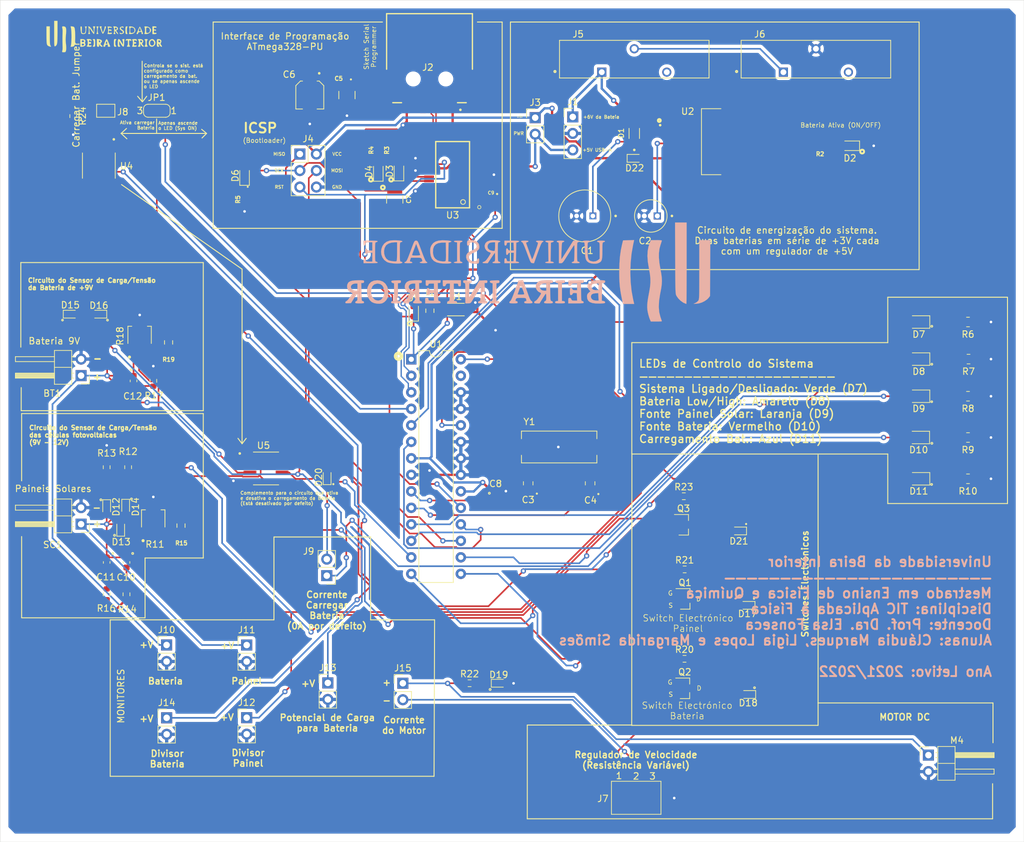
<source format=kicad_pcb>
(kicad_pcb (version 20171130) (host pcbnew "(5.1.12-1-10_14)")
  (layers (0 F.Cu signal) (31 B.Cu signal) (34 B.Paste user) (35 F.Paste user) (36 B.SilkS user) (37 F.SilkS user) (38 B.Mask user) (39 F.Mask user) (44 Edge.Cuts user))
  (net 0 "")
  (net 1 GND)
  (net 2 "/Controlos Painel Solar / Bateria/SWBATPOT")
  (net 3 "Net-(C1-PadP)")
  (net 4 "Net-(C2-PadP)")
  (net 5 XTAL1_328P)
  (net 6 XTAL2_328P)
  (net 7 +5V)
  (net 8 "Net-(C7-Pad1)")
  (net 9 /DTR)
  (net 10 /DTR_328P)
  (net 11 "Net-(C10-Pad2)")
  (net 12 "Net-(C11-Pad2)")
  (net 13 "Net-(C12-Pad2)")
  (net 14 /+6VBAT)
  (net 15 "Net-(D2-Pad2)")
  (net 16 "Net-(D3-Pad2)")
  (net 17 "Net-(D3-Pad1)")
  (net 18 "Net-(D4-Pad2)")
  (net 19 "Net-(D4-Pad1)")
  (net 20 RESET)
  (net 21 "Net-(D6-Pad2)")
  (net 22 "Net-(D6-Pad1)")
  (net 23 "/Controlos Painel Solar / Bateria/LED_Sys_ON")
  (net 24 "Net-(D7-Pad1)")
  (net 25 /L_LOWBAT)
  (net 26 "Net-(D8-Pad1)")
  (net 27 /L_PAINELON)
  (net 28 "Net-(D9-Pad1)")
  (net 29 /L_BATON)
  (net 30 "Net-(D10-Pad1)")
  (net 31 /L_CHARGEBAT)
  (net 32 "Net-(D11-Pad1)")
  (net 33 "Net-(D12-Pad1)")
  (net 34 "Net-(D13-Pad1)")
  (net 35 "/Controlos Painel Solar / Bateria/D_SWPAINEL")
  (net 36 "/Controlos Painel Solar / Bateria/OP_CHARGE_OUT")
  (net 37 "/Controlos Painel Solar / Bateria/+OP_CHARGE")
  (net 38 "/Controlos Painel Solar / Bateria/Motor e Switches de Controlo/MOTOR_INPUT")
  (net 39 "Net-(D17-Pad2)")
  (net 40 "Net-(D18-Pad2)")
  (net 41 "Net-(D19-Pad1)")
  (net 42 "Net-(D20-Pad1)")
  (net 43 "/Controlos Painel Solar / Bateria/Motor e Switches de Controlo/SWITCH_BAT_CHARGE")
  (net 44 "Net-(D21-Pad2)")
  (net 45 /PWR)
  (net 46 "/Módulo FTDI - USB to Serial/USB_D+")
  (net 47 "/Módulo FTDI - USB to Serial/USB_D-")
  (net 48 "Net-(J4-Pad4)")
  (net 49 "Net-(J4-Pad1)")
  (net 50 "Net-(J5-Pad3)")
  (net 51 "Net-(J5-Pad2)")
  (net 52 "Net-(J6-Pad3)")
  (net 53 "/Controlos Painel Solar / Bateria/BTN_CHARGE_BAT")
  (net 54 "Net-(J8-Pad2)")
  (net 55 /L_SYSON)
  (net 56 /PVGS)
  (net 57 /BVGS)
  (net 58 /BCVGS)
  (net 59 /A1_328P_IN)
  (net 60 "/Controlos Painel Solar / Bateria/-OP_CHARGE")
  (net 61 /A5_328P_IN)
  (net 62 "Net-(U1-Pad27)")
  (net 63 /OPAMP_SIGNAL)
  (net 64 /TRXD-)
  (net 65 /TRXD+)
  (net 66 "Net-(U3-Pad28)")
  (net 67 "Net-(U3-Pad27)")
  (net 68 "Net-(U3-Pad14)")
  (net 69 "Net-(U3-Pad13)")
  (net 70 "Net-(U3-Pad12)")
  (net 71 /CTS)
  (net 72 "Net-(U3-Pad10)")
  (net 73 "Net-(U3-Pad9)")
  (net 74 "Net-(U3-Pad6)")
  (net 75 "Net-(U3-Pad3)")
  (net 76 "Net-(J2-PadS2)")
  (net 77 "Net-(J2-PadS1)")
  (net 78 "Net-(J9-Pad1)")
  (net 79 "/Controlos Painel Solar / Bateria/MONPAINELV")
  (net 80 "Net-(J15-Pad2)")
  (net 81 "Net-(J15-Pad1)")
  (net 82 /VREG_OUT)
  (module Diode_SMD:D_SOD-523 (layer F.Cu) (at 114.1 47.2)
    (fp_text reference D22 (at 0 1.5) (layer F.SilkS))
    (fp_text value D)
    (pad 1 smd rect (at -0.7 0 180) (size 0.6 0.7) (layers F.Cu F.Paste F.Mask) (net 7 +5V))
    (pad 2 smd rect (at 0.7 0 180) (size 0.6 0.7) (layers F.Cu F.Paste F.Mask) (net 82 /VREG_OUT))
  )
  (module Ligia:UBI_logo (layer B.Cu) (at 97.46 64.53 180)
    (fp_text reference G*** hide)
    (fp_text value LOGO hide)
  )
  (module Ligia:UBI_logo_midsize (layer F.Cu) (at 32.61 28.42)
    (fp_text reference G*** hide)
    (fp_text value LOGO hide)
  )
  (module Package_TO_SOT_SMD:SOT-23-2 (layer F.Cu) (at 121.62 103.6)
    (fp_text reference Q3 (at 0 -2.5) (layer F.SilkS))
    (fp_text value "Switch Ch Bat")
    (pad 1 smd rect (at 1 0) (size 0.9 0.8) (layers F.Cu F.Paste F.Mask) (net 42 "Net-(D20-Pad1)"))
    (pad 3 smd rect (at -1 0.95) (size 0.9 0.8) (layers F.Cu F.Paste F.Mask) (net 44 "Net-(D21-Pad2)"))
    (pad 2 smd rect (at -1 -0.95) (size 0.9 0.8) (layers F.Cu F.Paste F.Mask) (net 58 /BCVGS))
  )
  (module Package_TO_SOT_SMD:SOT-23-2 (layer F.Cu) (at 121.81 128.77)
    (fp_text reference Q2 (at 0 -2.5) (layer F.SilkS))
    (fp_text value "Switch Bateria")
    (pad 1 smd rect (at 1 0) (size 0.9 0.8) (layers F.Cu F.Paste F.Mask) (net 2 "/Controlos Painel Solar / Bateria/SWBATPOT"))
    (pad 3 smd rect (at -1 0.95) (size 0.9 0.8) (layers F.Cu F.Paste F.Mask) (net 40 "Net-(D18-Pad2)"))
    (pad 2 smd rect (at -1 -0.95) (size 0.9 0.8) (layers F.Cu F.Paste F.Mask) (net 57 /BVGS))
  )
  (module Package_TO_SOT_SMD:SOT-23-2 (layer F.Cu) (at 121.85 115.01)
    (fp_text reference Q1 (at 0 -2.5) (layer F.SilkS))
    (fp_text value "Switch Painel")
    (pad 1 smd rect (at 1 0) (size 0.9 0.8) (layers F.Cu F.Paste F.Mask) (net 35 "/Controlos Painel Solar / Bateria/D_SWPAINEL"))
    (pad 3 smd rect (at -1 0.95) (size 0.9 0.8) (layers F.Cu F.Paste F.Mask) (net 39 "Net-(D17-Pad2)"))
    (pad 2 smd rect (at -1 -0.95) (size 0.9 0.8) (layers F.Cu F.Paste F.Mask) (net 56 /PVGS))
  )
  (module Connector_PinHeader_2.54mm:PinHeader_1x02_P2.54mm_Vertical (layer F.Cu) (at 78.45 127.99)
    (fp_text reference J15 (at 0 -2.33) (layer F.SilkS))
    (fp_text value "Monitor Corrente Motor")
    (pad 2 thru_hole oval (at 0 2.54) (size 1.7 1.7) (drill 1) (layers *.Cu *.Mask) (net 80 "Net-(J15-Pad2)"))
    (pad 1 thru_hole rect (at 0 0) (size 1.7 1.7) (drill 1) (layers *.Cu *.Mask) (net 81 "Net-(J15-Pad1)"))
  )
  (module Connector_PinHeader_2.54mm:PinHeader_1x02_P2.54mm_Vertical (layer F.Cu) (at 42.12 133.31)
    (fp_text reference J14 (at 0 -2.33) (layer F.SilkS))
    (fp_text value "Monitor Div. Bateria")
    (pad 2 thru_hole oval (at 0 2.54) (size 1.7 1.7) (drill 1) (layers *.Cu *.Mask) (net 1 GND))
    (pad 1 thru_hole rect (at 0 0) (size 1.7 1.7) (drill 1) (layers *.Cu *.Mask) (net 61 /A5_328P_IN))
  )
  (module Connector_PinHeader_2.54mm:PinHeader_1x02_P2.54mm_Vertical (layer F.Cu) (at 66.91 127.94)
    (fp_text reference J13 (at 0 -2.33) (layer F.SilkS))
    (fp_text value "Monitor Carrega Bateria")
    (pad 2 thru_hole oval (at 0 2.54) (size 1.7 1.7) (drill 1) (layers *.Cu *.Mask) (net 1 GND))
    (pad 1 thru_hole rect (at 0 0) (size 1.7 1.7) (drill 1) (layers *.Cu *.Mask) (net 60 "/Controlos Painel Solar / Bateria/-OP_CHARGE"))
  )
  (module Connector_PinHeader_2.54mm:PinHeader_1x02_P2.54mm_Vertical (layer F.Cu) (at 54.43 133.29)
    (fp_text reference J12 (at 0 -2.33) (layer F.SilkS))
    (fp_text value "Monitor Div. Bateria")
    (pad 2 thru_hole oval (at 0 2.54) (size 1.7 1.7) (drill 1) (layers *.Cu *.Mask) (net 1 GND))
    (pad 1 thru_hole rect (at 0 0) (size 1.7 1.7) (drill 1) (layers *.Cu *.Mask) (net 59 /A1_328P_IN))
  )
  (module Connector_PinHeader_2.54mm:PinHeader_1x02_P2.54mm_Vertical (layer F.Cu) (at 54.43 122.11)
    (fp_text reference J11 (at 0 -2.33) (layer F.SilkS))
    (fp_text value "Monitor Painel")
    (pad 2 thru_hole oval (at 0 2.54) (size 1.7 1.7) (drill 1) (layers *.Cu *.Mask) (net 1 GND))
    (pad 1 thru_hole rect (at 0 0) (size 1.7 1.7) (drill 1) (layers *.Cu *.Mask) (net 79 "/Controlos Painel Solar / Bateria/MONPAINELV"))
  )
  (module Connector_PinHeader_2.54mm:PinHeader_1x02_P2.54mm_Vertical (layer F.Cu) (at 42.11 122.1)
    (fp_text reference J10 (at 0 -2.33) (layer F.SilkS))
    (fp_text value "Monitor Bateria")
    (pad 2 thru_hole oval (at 0 2.54) (size 1.7 1.7) (drill 1) (layers *.Cu *.Mask) (net 1 GND))
    (pad 1 thru_hole rect (at 0 0) (size 1.7 1.7) (drill 1) (layers *.Cu *.Mask) (net 2 "/Controlos Painel Solar / Bateria/SWBATPOT"))
  )
  (module Connector_PinHeader_2.54mm:PinHeader_1x02_P2.54mm_Vertical (layer F.Cu) (at 66.75 111.43 180)
    (fp_text reference J9 (at 2.794 3.7465) (layer F.SilkS))
    (fp_text value "Hard Activate Jumper")
    (pad 2 thru_hole oval (at 0 2.54 180) (size 1.7 1.7) (drill 1) (layers *.Cu *.Mask) (net 42 "Net-(D20-Pad1)"))
    (pad 1 thru_hole rect (at 0 0 180) (size 1.7 1.7) (drill 1) (layers *.Cu *.Mask) (net 78 "Net-(J9-Pad1)"))
  )
  (module SnapEDA_Sym2:SW_EVPBB0AAB000 (layer F.Cu) (at 86.606 70.4805)
    (fp_text reference S1 (at 0 -2) (layer F.SilkS) (effects (font (size 1.001291 1.001291))))
    (fp_text value "BTN Reset")
    (pad B2 smd rect (at 1.325 0.375) (size 0.55 0.55) (layers F.Cu F.Mask) (net 1 GND))
    (pad B1 smd rect (at 1.325 -0.375) (size 0.55 0.55) (layers F.Cu F.Mask) (net 1 GND))
    (pad A2 smd rect (at -1.325 0.375) (size 0.55 0.55) (layers F.Cu F.Mask) (net 20 RESET))
    (pad A1 smd rect (at -1.325 -0.375) (size 0.55 0.55) (layers F.Cu F.Mask) (net 10 /DTR_328P))
  )
  (module SnapEDA_Sym2:XTAL1140X490X430N (layer F.Cu) (at 102.489 91.6305)
    (fp_text reference Y1 (at -4.577935 -3.887485) (layer F.SilkS) (effects (font (size 1.000638 1.000638))))
    (fp_text value 16MHz)
    (pad 2 smd roundrect (at 4.75 0) (size 5.01 1.51) (layers F.Cu F.Paste F.Mask) (roundrect_rratio 0.19) (net 1 GND))
    (pad 1 smd roundrect (at -4.75 0) (size 5.01 1.51) (layers F.Cu F.Paste F.Mask) (roundrect_rratio 0.19) (net 1 GND))
  )
  (module SnapEDA_Sym2:SOIC127P599X175-8N (layer F.Cu) (at 57.404 94.9325)
    (fp_text reference U5 (at -0.385 -3.537) (layer F.SilkS))
    (fp_text value TL972QDRQ1)
    (pad 8 smd roundrect (at 2.47 -1.905) (size 1.97 0.6) (layers F.Cu F.Paste F.Mask) (roundrect_rratio 0.07000000000000001))
    (pad 7 smd roundrect (at 2.47 -0.635) (size 1.97 0.6) (layers F.Cu F.Paste F.Mask) (roundrect_rratio 0.07000000000000001) (net 2 "/Controlos Painel Solar / Bateria/SWBATPOT"))
    (pad 6 smd roundrect (at 2.47 0.635) (size 1.97 0.6) (layers F.Cu F.Paste F.Mask) (roundrect_rratio 0.07000000000000001) (net 43 "/Controlos Painel Solar / Bateria/Motor e Switches de Controlo/SWITCH_BAT_CHARGE"))
    (pad 5 smd roundrect (at 2.47 1.905) (size 1.97 0.6) (layers F.Cu F.Paste F.Mask) (roundrect_rratio 0.07000000000000001))
    (pad 4 smd roundrect (at -2.47 1.905) (size 1.97 0.6) (layers F.Cu F.Paste F.Mask) (roundrect_rratio 0.07000000000000001) (net 1 GND))
    (pad 3 smd roundrect (at -2.47 0.635) (size 1.97 0.6) (layers F.Cu F.Paste F.Mask) (roundrect_rratio 0.07000000000000001) (net 37 "/Controlos Painel Solar / Bateria/+OP_CHARGE"))
    (pad 2 smd roundrect (at -2.47 -0.635) (size 1.97 0.6) (layers F.Cu F.Paste F.Mask) (roundrect_rratio 0.07000000000000001) (net 60 "/Controlos Painel Solar / Bateria/-OP_CHARGE"))
    (pad 1 smd roundrect (at -2.47 -1.905) (size 1.97 0.6) (layers F.Cu F.Paste F.Mask) (roundrect_rratio 0.07000000000000001))
  )
  (module SnapEDA_Sym2:SOIC127P599X175-8N (layer F.Cu) (at 31.6865 48.3235 270)
    (fp_text reference U4 (at 0.0635 -4.261 180) (layer F.SilkS))
    (fp_text value TL972QDRQ1)
    (pad 8 smd roundrect (at 2.47 -1.905 270) (size 1.97 0.6) (layers F.Cu F.Paste F.Mask) (roundrect_rratio 0.07000000000000001))
    (pad 7 smd roundrect (at 2.47 -0.635 270) (size 1.97 0.6) (layers F.Cu F.Paste F.Mask) (roundrect_rratio 0.07000000000000001) (net 35 "/Controlos Painel Solar / Bateria/D_SWPAINEL"))
    (pad 6 smd roundrect (at 2.47 0.635 270) (size 1.97 0.6) (layers F.Cu F.Paste F.Mask) (roundrect_rratio 0.07000000000000001) (net 36 "/Controlos Painel Solar / Bateria/OP_CHARGE_OUT"))
    (pad 5 smd roundrect (at 2.47 1.905 270) (size 1.97 0.6) (layers F.Cu F.Paste F.Mask) (roundrect_rratio 0.07000000000000001))
    (pad 4 smd roundrect (at -2.47 1.905 270) (size 1.97 0.6) (layers F.Cu F.Paste F.Mask) (roundrect_rratio 0.07000000000000001) (net 1 GND))
    (pad 3 smd roundrect (at -2.47 0.635 270) (size 1.97 0.6) (layers F.Cu F.Paste F.Mask) (roundrect_rratio 0.07000000000000001) (net 63 /OPAMP_SIGNAL))
    (pad 2 smd roundrect (at -2.47 -0.635 270) (size 1.97 0.6) (layers F.Cu F.Paste F.Mask) (roundrect_rratio 0.07000000000000001) (net 1 GND))
    (pad 1 smd roundrect (at -2.47 -1.905 270) (size 1.97 0.6) (layers F.Cu F.Paste F.Mask) (roundrect_rratio 0.07000000000000001))
  )
  (module SnapEDA_Sym2:SOP65P780X200-28N (layer F.Cu) (at 86.106 49.7205 180)
    (fp_text reference U3 (at 0 -6.223) (layer F.SilkS) (effects (font (size 1.001669 1.001669))))
    (fp_text value FT232RL-REEL)
    (pad 28 smd rect (at 3.625 -4.225 180) (size 1.5 0.4) (layers F.Cu F.Paste F.Mask) (net 66 "Net-(U3-Pad28)"))
    (pad 27 smd rect (at 3.625 -3.575 180) (size 1.5 0.4) (layers F.Cu F.Paste F.Mask) (net 67 "Net-(U3-Pad27)"))
    (pad 26 smd rect (at 3.625 -2.925 180) (size 1.5 0.4) (layers F.Cu F.Paste F.Mask) (net 1 GND))
    (pad 25 smd rect (at 3.625 -2.275 180) (size 1.5 0.4) (layers F.Cu F.Paste F.Mask) (net 1 GND))
    (pad 24 smd rect (at 3.625 -1.625 180) (size 1.5 0.4) (layers F.Cu F.Paste F.Mask))
    (pad 23 smd rect (at 3.625 -0.975 180) (size 1.5 0.4) (layers F.Cu F.Paste F.Mask) (net 17 "Net-(D3-Pad1)"))
    (pad 22 smd rect (at 3.625 -0.325 180) (size 1.5 0.4) (layers F.Cu F.Paste F.Mask) (net 19 "Net-(D4-Pad1)"))
    (pad 21 smd rect (at 3.625 0.325 180) (size 1.5 0.4) (layers F.Cu F.Paste F.Mask) (net 1 GND))
    (pad 20 smd rect (at 3.625 0.975 180) (size 1.5 0.4) (layers F.Cu F.Paste F.Mask) (net 7 +5V))
    (pad 19 smd rect (at 3.625 1.625 180) (size 1.5 0.4) (layers F.Cu F.Paste F.Mask) (net 20 RESET))
    (pad 18 smd rect (at 3.625 2.275 180) (size 1.5 0.4) (layers F.Cu F.Paste F.Mask) (net 1 GND))
    (pad 17 smd rect (at 3.625 2.925 180) (size 1.5 0.4) (layers F.Cu F.Paste F.Mask) (net 8 "Net-(C7-Pad1)"))
    (pad 16 smd rect (at 3.625 3.575 180) (size 1.5 0.4) (layers F.Cu F.Paste F.Mask) (net 47 "/Módulo FTDI - USB to Serial/USB_D-"))
    (pad 15 smd rect (at 3.625 4.225 180) (size 1.5 0.4) (layers F.Cu F.Paste F.Mask) (net 46 "/Módulo FTDI - USB to Serial/USB_D+"))
    (pad 14 smd rect (at -3.625 4.225 180) (size 1.5 0.4) (layers F.Cu F.Paste F.Mask) (net 68 "Net-(U3-Pad14)"))
    (pad 13 smd rect (at -3.625 3.575 180) (size 1.5 0.4) (layers F.Cu F.Paste F.Mask) (net 69 "Net-(U3-Pad13)"))
    (pad 12 smd rect (at -3.625 2.925 180) (size 1.5 0.4) (layers F.Cu F.Paste F.Mask) (net 70 "Net-(U3-Pad12)"))
    (pad 11 smd rect (at -3.625 2.275 180) (size 1.5 0.4) (layers F.Cu F.Paste F.Mask) (net 71 /CTS))
    (pad 10 smd rect (at -3.625 1.625 180) (size 1.5 0.4) (layers F.Cu F.Paste F.Mask) (net 72 "Net-(U3-Pad10)"))
    (pad 9 smd rect (at -3.625 0.975 180) (size 1.5 0.4) (layers F.Cu F.Paste F.Mask) (net 73 "Net-(U3-Pad9)"))
    (pad 8 smd rect (at -3.625 0.325 180) (size 1.5 0.4) (layers F.Cu F.Paste F.Mask))
    (pad 7 smd rect (at -3.625 -0.325 180) (size 1.5 0.4) (layers F.Cu F.Paste F.Mask) (net 1 GND))
    (pad 6 smd rect (at -3.625 -0.975 180) (size 1.5 0.4) (layers F.Cu F.Paste F.Mask) (net 74 "Net-(U3-Pad6)"))
    (pad 5 smd rect (at -3.625 -1.625 180) (size 1.5 0.4) (layers F.Cu F.Paste F.Mask) (net 64 /TRXD-))
    (pad 4 smd rect (at -3.625 -2.275 180) (size 1.5 0.4) (layers F.Cu F.Paste F.Mask) (net 45 /PWR))
    (pad 3 smd rect (at -3.625 -2.925 180) (size 1.5 0.4) (layers F.Cu F.Paste F.Mask) (net 75 "Net-(U3-Pad3)"))
    (pad 2 smd rect (at -3.625 -3.575 180) (size 1.5 0.4) (layers F.Cu F.Paste F.Mask) (net 9 /DTR))
    (pad 1 smd rect (at -3.625 -4.225 180) (size 1.5 0.4) (layers F.Cu F.Paste F.Mask) (net 65 /TRXD+))
  )
  (module SnapEDA_Sym2:TO254P1524X483-4N (layer F.Cu) (at 127.0254 44.6405)
    (fp_text reference U2 (at -4.7625 -4.6609) (layer F.SilkS))
    (fp_text value LM7805S_NOPB)
    (pad 4 smd rect (at 4.48 0) (size 7.62 10.84) (layers F.Cu F.Mask) (net 4 "Net-(C2-PadP)"))
    (pad 3 smd roundrect (at -6.4 2.54) (size 3.79 0.99) (layers F.Cu F.Paste F.Mask) (roundrect_rratio 0.12) (net 82 /VREG_OUT))
    (pad 2 smd roundrect (at -6.4 0) (size 3.79 0.99) (layers F.Cu F.Paste F.Mask) (roundrect_rratio 0.12) (net 4 "Net-(C2-PadP)"))
    (pad 1 smd roundrect (at -6.4 -2.54) (size 3.79 0.99) (layers F.Cu F.Paste F.Mask) (roundrect_rratio 0.12) (net 3 "Net-(C1-PadP)"))
  )
  (module Package_DIP:DIP-28_W7.62mm (layer F.Cu) (at 79.746 78.1305)
    (fp_text reference U1 (at 3.81 -2.33) (layer F.SilkS))
    (fp_text value ATmega328-PU)
    (pad 28 thru_hole oval (at 7.62 0) (size 1.6 1.6) (drill 0.8) (layers *.Cu *.Mask) (net 61 /A5_328P_IN))
    (pad 14 thru_hole oval (at 0 33.02) (size 1.6 1.6) (drill 0.8) (layers *.Cu *.Mask) (net 56 /PVGS))
    (pad 27 thru_hole oval (at 7.62 2.54) (size 1.6 1.6) (drill 0.8) (layers *.Cu *.Mask) (net 62 "Net-(U1-Pad27)"))
    (pad 13 thru_hole oval (at 0 30.48) (size 1.6 1.6) (drill 0.8) (layers *.Cu *.Mask) (net 55 /L_SYSON))
    (pad 26 thru_hole oval (at 7.62 5.08) (size 1.6 1.6) (drill 0.8) (layers *.Cu *.Mask) (net 1 GND))
    (pad 12 thru_hole oval (at 0 27.94) (size 1.6 1.6) (drill 0.8) (layers *.Cu *.Mask) (net 25 /L_LOWBAT))
    (pad 25 thru_hole oval (at 7.62 7.62) (size 1.6 1.6) (drill 0.8) (layers *.Cu *.Mask) (net 1 GND))
    (pad 11 thru_hole oval (at 0 25.4) (size 1.6 1.6) (drill 0.8) (layers *.Cu *.Mask) (net 27 /L_PAINELON))
    (pad 24 thru_hole oval (at 7.62 10.16) (size 1.6 1.6) (drill 0.8) (layers *.Cu *.Mask) (net 59 /A1_328P_IN))
    (pad 10 thru_hole oval (at 0 22.86) (size 1.6 1.6) (drill 0.8) (layers *.Cu *.Mask) (net 6 XTAL2_328P))
    (pad 23 thru_hole oval (at 7.62 12.7) (size 1.6 1.6) (drill 0.8) (layers *.Cu *.Mask) (net 1 GND))
    (pad 9 thru_hole oval (at 0 20.32) (size 1.6 1.6) (drill 0.8) (layers *.Cu *.Mask) (net 5 XTAL1_328P))
    (pad 22 thru_hole oval (at 7.62 15.24) (size 1.6 1.6) (drill 0.8) (layers *.Cu *.Mask) (net 1 GND))
    (pad 8 thru_hole oval (at 0 17.78) (size 1.6 1.6) (drill 0.8) (layers *.Cu *.Mask) (net 1 GND))
    (pad 21 thru_hole oval (at 7.62 17.78) (size 1.6 1.6) (drill 0.8) (layers *.Cu *.Mask) (net 1 GND))
    (pad 7 thru_hole oval (at 0 15.24) (size 1.6 1.6) (drill 0.8) (layers *.Cu *.Mask) (net 7 +5V))
    (pad 20 thru_hole oval (at 7.62 20.32) (size 1.6 1.6) (drill 0.8) (layers *.Cu *.Mask) (net 7 +5V))
    (pad 6 thru_hole oval (at 0 12.7) (size 1.6 1.6) (drill 0.8) (layers *.Cu *.Mask) (net 29 /L_BATON))
    (pad 19 thru_hole oval (at 7.62 22.86) (size 1.6 1.6) (drill 0.8) (layers *.Cu *.Mask) (net 21 "Net-(D6-Pad2)"))
    (pad 5 thru_hole oval (at 0 10.16) (size 1.6 1.6) (drill 0.8) (layers *.Cu *.Mask) (net 31 /L_CHARGEBAT))
    (pad 18 thru_hole oval (at 7.62 25.4) (size 1.6 1.6) (drill 0.8) (layers *.Cu *.Mask) (net 49 "Net-(J4-Pad1)"))
    (pad 4 thru_hole oval (at 0 7.62) (size 1.6 1.6) (drill 0.8) (layers *.Cu *.Mask) (net 63 /OPAMP_SIGNAL))
    (pad 17 thru_hole oval (at 7.62 27.94) (size 1.6 1.6) (drill 0.8) (layers *.Cu *.Mask) (net 48 "Net-(J4-Pad4)"))
    (pad 3 thru_hole oval (at 0 5.08) (size 1.6 1.6) (drill 0.8) (layers *.Cu *.Mask) (net 64 /TRXD-))
    (pad 16 thru_hole oval (at 7.62 30.48) (size 1.6 1.6) (drill 0.8) (layers *.Cu *.Mask) (net 58 /BCVGS))
    (pad 2 thru_hole oval (at 0 2.54) (size 1.6 1.6) (drill 0.8) (layers *.Cu *.Mask) (net 65 /TRXD+))
    (pad 15 thru_hole oval (at 7.62 33.02) (size 1.6 1.6) (drill 0.8) (layers *.Cu *.Mask) (net 57 /BVGS))
    (pad 1 thru_hole rect (at 0 0) (size 1.6 1.6) (drill 0.8) (layers *.Cu *.Mask) (net 20 RESET))
  )
  (module Connector_PinHeader_2.54mm:PinHeader_1x02_P2.54mm_Horizontal (layer F.Cu) (at 28.956 103.505 180)
    (fp_text reference SC1 (at 4.385 -3.175) (layer F.SilkS))
    (fp_text value "Paineis Solares" (at 4.286 5.455) (layer F.SilkS))
    (pad 2 thru_hole oval (at 0 2.54 180) (size 1.7 1.7) (drill 1) (layers *.Cu *.Mask) (net 1 GND))
    (pad 1 thru_hole rect (at 0 0 180) (size 1.7 1.7) (drill 1) (layers *.Cu *.Mask) (net 79 "/Controlos Painel Solar / Bateria/MONPAINELV"))
  )
  (module Resistor_SMD:R_0603_1608Metric (layer F.Cu) (at 27.7495 40.703 270)
    (fp_text reference R24 (at 0 -1.43 90) (layer F.SilkS))
    (fp_text value 1k)
    (pad 2 smd roundrect (at 0.825 0 270) (size 0.8 0.95) (layers F.Cu F.Paste F.Mask) (net 1 GND))
    (pad 1 smd roundrect (at -0.825 0 270) (size 0.8 0.95) (layers F.Cu F.Paste F.Mask) (net 54 "Net-(J8-Pad2)"))
  )
  (module Resistor_SMD:R_0603_1608Metric (layer F.Cu) (at 121.665 99.21)
    (fp_text reference R23 (at 0 -1.43) (layer F.SilkS))
    (fp_text value 100k)
    (pad 2 smd roundrect (at 0.825 0) (size 0.8 0.95) (layers F.Cu F.Paste F.Mask) (net 44 "Net-(D21-Pad2)"))
    (pad 1 smd roundrect (at -0.825 0) (size 0.8 0.95) (layers F.Cu F.Paste F.Mask) (net 78 "Net-(J9-Pad1)"))
  )
  (module Resistor_SMD:R_0603_1608Metric (layer F.Cu) (at 88.715 127.99)
    (fp_text reference R22 (at 0 -1.43) (layer F.SilkS))
    (fp_text value 1k)
    (pad 2 smd roundrect (at 0.825 0) (size 0.8 0.95) (layers F.Cu F.Paste F.Mask) (net 41 "Net-(D19-Pad1)"))
    (pad 1 smd roundrect (at -0.825 0) (size 0.8 0.95) (layers F.Cu F.Paste F.Mask) (net 81 "Net-(J15-Pad1)"))
  )
  (module Resistor_SMD:R_0603_1608Metric (layer F.Cu) (at 121.795 110.47)
    (fp_text reference R21 (at 0 -1.43) (layer F.SilkS))
    (fp_text value 100k)
    (pad 2 smd roundrect (at 0.825 0) (size 0.8 0.95) (layers F.Cu F.Paste F.Mask) (net 38 "/Controlos Painel Solar / Bateria/Motor e Switches de Controlo/MOTOR_INPUT"))
    (pad 1 smd roundrect (at -0.825 0) (size 0.8 0.95) (layers F.Cu F.Paste F.Mask) (net 35 "/Controlos Painel Solar / Bateria/D_SWPAINEL"))
  )
  (module Resistor_SMD:R_0603_1608Metric (layer F.Cu) (at 121.775 124.23)
    (fp_text reference R20 (at 0 -1.43) (layer F.SilkS))
    (fp_text value 100k)
    (pad 2 smd roundrect (at 0.825 0) (size 0.8 0.95) (layers F.Cu F.Paste F.Mask) (net 38 "/Controlos Painel Solar / Bateria/Motor e Switches de Controlo/MOTOR_INPUT"))
    (pad 1 smd roundrect (at -0.825 0) (size 0.8 0.95) (layers F.Cu F.Paste F.Mask) (net 2 "/Controlos Painel Solar / Bateria/SWBATPOT"))
  )
  (module SnapEDA_Sym2:RES_ERA6VRW1002V (layer F.Cu) (at 42.418 75.533 270)
    (fp_text reference R19 (at 2.6355 0 180) (layer F.SilkS) (effects (font (size 0.64 0.64))))
    (fp_text value 10k)
    (pad 2 smd rect (at 1.175 0 270) (size 1.15 1.15) (layers F.Cu F.Paste F.Mask) (net 61 /A5_328P_IN))
    (pad 1 smd rect (at -1.175 0 270) (size 1.15 1.15) (layers F.Cu F.Paste F.Mask) (net 1 GND))
  )
  (module SnapEDA_Sym2:TRIM_TC33X-2-303E (layer F.Cu) (at 37.957 74.8445 90)
    (fp_text reference R18 (at 0.294315 -3.008465 90) (layer F.SilkS) (effects (font (size 1.000165 1.000165))))
    (fp_text value 30k)
    (pad 2 smd rect (at 1.45 0 90) (size 1.5 1.6) (layers F.Cu F.Paste F.Mask) (net 1 GND))
    (pad 3 smd rect (at -1.8 1 90) (size 1.2 1.2) (layers F.Cu F.Paste F.Mask) (net 61 /A5_328P_IN))
    (pad 1 smd rect (at -1.8 -1 90) (size 1.2 1.2) (layers F.Cu F.Paste F.Mask) (net 2 "/Controlos Painel Solar / Bateria/SWBATPOT"))
  )
  (module Resistor_SMD:R_0603_1608Metric (layer F.Cu) (at 40.0685 81.4455 90)
    (fp_text reference R17 (at -2.295 0.1 180) (layer F.SilkS))
    (fp_text value 1k)
    (pad 2 smd roundrect (at 0.825 0 90) (size 0.8 0.95) (layers F.Cu F.Paste F.Mask) (net 1 GND))
    (pad 1 smd roundrect (at -0.825 0 90) (size 0.8 0.95) (layers F.Cu F.Paste F.Mask) (net 13 "Net-(C12-Pad2)"))
  )
  (module Resistor_SMD:R_0603_1608Metric (layer F.Cu) (at 32.893 114.2995 270)
    (fp_text reference R16 (at 2.1595 0.0635 180) (layer F.SilkS))
    (fp_text value 1k)
    (pad 2 smd roundrect (at 0.825 0 270) (size 0.8 0.95) (layers F.Cu F.Paste F.Mask) (net 1 GND))
    (pad 1 smd roundrect (at -0.825 0 270) (size 0.8 0.95) (layers F.Cu F.Paste F.Mask) (net 12 "Net-(C11-Pad2)"))
  )
  (module SnapEDA_Sym2:RES_ERA6VRW1002V (layer F.Cu) (at 44.323 103.727 270)
    (fp_text reference R15 (at 2.699 -0.0635 180) (layer F.SilkS) (effects (font (size 0.64 0.64))))
    (fp_text value 10k)
    (pad 2 smd rect (at 1.175 0 270) (size 1.15 1.15) (layers F.Cu F.Paste F.Mask) (net 59 /A1_328P_IN))
    (pad 1 smd rect (at -1.175 0 270) (size 1.15 1.15) (layers F.Cu F.Paste F.Mask) (net 1 GND))
  )
  (module Resistor_SMD:R_0603_1608Metric (layer F.Cu) (at 35.941 114.3005 270)
    (fp_text reference R14 (at 2.2855 -0.127 180) (layer F.SilkS))
    (fp_text value 1k)
    (pad 2 smd roundrect (at 0.825 0 270) (size 0.8 0.95) (layers F.Cu F.Paste F.Mask) (net 1 GND))
    (pad 1 smd roundrect (at -0.825 0 270) (size 0.8 0.95) (layers F.Cu F.Paste F.Mask) (net 11 "Net-(C10-Pad2)"))
  )
  (module Resistor_SMD:R_0603_1608Metric (layer F.Cu) (at 32.893 94.7425 90)
    (fp_text reference R13 (at 2.1595 0 180) (layer F.SilkS))
    (fp_text value 1k)
    (pad 2 smd roundrect (at 0.825 0 90) (size 0.8 0.95) (layers F.Cu F.Paste F.Mask) (net 1 GND))
    (pad 1 smd roundrect (at -0.825 0 90) (size 0.8 0.95) (layers F.Cu F.Paste F.Mask) (net 33 "Net-(D12-Pad1)"))
  )
  (module Resistor_SMD:R_0603_1608Metric (layer F.Cu) (at 36.195 94.7415 90)
    (fp_text reference R12 (at 2.413 0.0005 180) (layer F.SilkS))
    (fp_text value 100k)
    (pad 2 smd roundrect (at 0.825 0 90) (size 0.8 0.95) (layers F.Cu F.Paste F.Mask) (net 60 "/Controlos Painel Solar / Bateria/-OP_CHARGE"))
    (pad 1 smd roundrect (at -0.825 0 90) (size 0.8 0.95) (layers F.Cu F.Paste F.Mask) (net 33 "Net-(D12-Pad1)"))
  )
  (module SnapEDA_Sym2:TRIM_TC33X-2-303E (layer F.Cu) (at 40.0525 103.102 90)
    (fp_text reference R11 (at -3.503 0.27 180) (layer F.SilkS) (effects (font (size 1.000165 1.000165))))
    (fp_text value 30k)
    (pad 2 smd rect (at 1.45 0 90) (size 1.5 1.6) (layers F.Cu F.Paste F.Mask) (net 1 GND))
    (pad 3 smd rect (at -1.8 1 90) (size 1.2 1.2) (layers F.Cu F.Paste F.Mask) (net 59 /A1_328P_IN))
    (pad 1 smd rect (at -1.8 -1 90) (size 1.2 1.2) (layers F.Cu F.Paste F.Mask) (net 34 "Net-(D13-Pad1)"))
  )
  (module Resistor_SMD:R_0805_2012Metric (layer F.Cu) (at 165.3775 96.52 180)
    (fp_text reference R10 (at 0 -1.905) (layer F.SilkS))
    (fp_text value 422R)
    (pad 2 smd roundrect (at 0.9125 0 180) (size 1.025 1.4) (layers F.Cu F.Paste F.Mask) (roundrect_rratio 0.2439004878048781) (net 32 "Net-(D11-Pad1)"))
    (pad 1 smd roundrect (at -0.9125 0 180) (size 1.025 1.4) (layers F.Cu F.Paste F.Mask) (roundrect_rratio 0.2439004878048781) (net 1 GND))
  )
  (module Resistor_SMD:R_0805_2012Metric (layer F.Cu) (at 165.3775 90.17 180)
    (fp_text reference R9 (at 0 -1.905) (layer F.SilkS))
    (fp_text value 150R)
    (pad 2 smd roundrect (at 0.9125 0 180) (size 1.025 1.4) (layers F.Cu F.Paste F.Mask) (roundrect_rratio 0.2439004878048781) (net 30 "Net-(D10-Pad1)"))
    (pad 1 smd roundrect (at -0.9125 0 180) (size 1.025 1.4) (layers F.Cu F.Paste F.Mask) (roundrect_rratio 0.2439004878048781) (net 1 GND))
  )
  (module Resistor_SMD:R_0805_2012Metric (layer F.Cu) (at 165.3775 83.82 180)
    (fp_text reference R8 (at 0 -1.905) (layer F.SilkS))
    (fp_text value 150R)
    (pad 2 smd roundrect (at 0.9125 0 180) (size 1.025 1.4) (layers F.Cu F.Paste F.Mask) (roundrect_rratio 0.2439004878048781) (net 28 "Net-(D9-Pad1)"))
    (pad 1 smd roundrect (at -0.9125 0 180) (size 1.025 1.4) (layers F.Cu F.Paste F.Mask) (roundrect_rratio 0.2439004878048781) (net 1 GND))
  )
  (module Resistor_SMD:R_0805_2012Metric (layer F.Cu) (at 165.4575 78.105 180)
    (fp_text reference R7 (at 0 -1.905) (layer F.SilkS))
    (fp_text value 150R)
    (pad 2 smd roundrect (at 0.9125 0 180) (size 1.025 1.4) (layers F.Cu F.Paste F.Mask) (roundrect_rratio 0.2439004878048781) (net 26 "Net-(D8-Pad1)"))
    (pad 1 smd roundrect (at -0.9125 0 180) (size 1.025 1.4) (layers F.Cu F.Paste F.Mask) (roundrect_rratio 0.2439004878048781) (net 1 GND))
  )
  (module Resistor_SMD:R_0805_2012Metric (layer F.Cu) (at 165.3775 72.39 180)
    (fp_text reference R6 (at 0 -1.905) (layer F.SilkS))
    (fp_text value 150R)
    (pad 2 smd roundrect (at 0.9125 0 180) (size 1.025 1.4) (layers F.Cu F.Paste F.Mask) (roundrect_rratio 0.2439004878048781) (net 24 "Net-(D7-Pad1)"))
    (pad 1 smd roundrect (at -0.9125 0 180) (size 1.025 1.4) (layers F.Cu F.Paste F.Mask) (roundrect_rratio 0.2439004878048781) (net 1 GND))
  )
  (module SnapEDA_Sym2:RES_ERA2VEB2200X (layer F.Cu) (at 54.102 53.467 270)
    (fp_text reference R5 (at 0.0635 1.016 90) (layer F.SilkS) (effects (font (size 0.64 0.64))))
    (fp_text value 220R)
    (pad 2 smd rect (at 0.512 0 270) (size 0.475 0.5) (layers F.Cu F.Paste F.Mask) (net 1 GND))
    (pad 1 smd rect (at -0.512 0 270) (size 0.475 0.5) (layers F.Cu F.Paste F.Mask) (net 22 "Net-(D6-Pad1)"))
  )
  (module SnapEDA_Sym2:RES_ERA2VEB2200X (layer F.Cu) (at 74.676 45.3985 270)
    (fp_text reference R4 (at 0.5501 1.0922 90) (layer F.SilkS) (effects (font (size 0.64 0.64))))
    (fp_text value 220R)
    (pad 2 smd rect (at 0.512 0 270) (size 0.475 0.5) (layers F.Cu F.Paste F.Mask) (net 18 "Net-(D4-Pad2)"))
    (pad 1 smd rect (at -0.512 0 270) (size 0.475 0.5) (layers F.Cu F.Paste F.Mask) (net 7 +5V))
  )
  (module SnapEDA_Sym2:RES_ERA2VEB2200X (layer F.Cu) (at 77.0509 45.4406 90)
    (fp_text reference R3 (at -0.5294 -1.064401 90) (layer F.SilkS) (effects (font (size 0.64 0.64))))
    (fp_text value 220R)
    (pad 2 smd rect (at 0.512 0 90) (size 0.475 0.5) (layers F.Cu F.Paste F.Mask) (net 7 +5V))
    (pad 1 smd rect (at -0.512 0 90) (size 0.475 0.5) (layers F.Cu F.Paste F.Mask) (net 16 "Net-(D3-Pad2)"))
  )
  (module SnapEDA_Sym2:RES_ERA2VEB2200X (layer F.Cu) (at 142.744 45.2755)
    (fp_text reference R2 (at -0.123 1.27) (layer F.SilkS) (effects (font (size 0.64 0.64))))
    (fp_text value 220)
    (pad 2 smd rect (at 0.512 0) (size 0.475 0.5) (layers F.Cu F.Paste F.Mask) (net 15 "Net-(D2-Pad2)"))
    (pad 1 smd rect (at -0.512 0) (size 0.475 0.5) (layers F.Cu F.Paste F.Mask) (net 7 +5V))
  )
  (module SnapEDA_Sym2:RES_ERA6VRW1002V (layer F.Cu) (at 82.606 70.6555 270)
    (fp_text reference R1 (at -2.675 0 180) (layer F.SilkS) (effects (font (size 0.64 0.64))))
    (fp_text value 10k)
    (pad 2 smd rect (at 1.175 0 270) (size 1.15 1.15) (layers F.Cu F.Paste F.Mask) (net 10 /DTR_328P))
    (pad 1 smd rect (at -1.175 0 270) (size 1.15 1.15) (layers F.Cu F.Paste F.Mask) (net 7 +5V))
  )
  (module Connector_PinHeader_2.54mm:PinHeader_1x02_P2.54mm_Horizontal (layer F.Cu) (at 159.29 139.05)
    (fp_text reference M4 (at 4.385 -2.27) (layer F.SilkS))
    (fp_text value Motor_DC)
    (pad 2 thru_hole oval (at 0 2.54) (size 1.7 1.7) (drill 1) (layers *.Cu *.Mask) (net 1 GND))
    (pad 1 thru_hole rect (at 0 0) (size 1.7 1.7) (drill 1) (layers *.Cu *.Mask) (net 81 "Net-(J15-Pad1)"))
  )
  (module Jumper:SolderJumper-3_P1.3mm_Open_RoundedPad1.0x1.5mm_NumberLabels (layer F.Cu) (at 40.61 39.878 180)
    (fp_text reference JP1 (at 0.0335 2.032) (layer F.SilkS))
    (fp_text value Jumper_3_Bridged12)
    (fp_text user 1 (at -2.6 0) (layer F.SilkS))
    (fp_text user 3 (at 2.6 0) (layer F.SilkS))
    (pad 2 smd rect (at 0 0 180) (size 1 1.5) (layers F.Cu F.Mask) (net 55 /L_SYSON))
    (pad 3 smd custom (at 1.3 0 180) (size 1 0.5) (layers F.Cu F.Mask) (net 53 "/Controlos Painel Solar / Bateria/BTN_CHARGE_BAT") (options (clearance outline) (anchor rect)) (primitives (gr_circle (center 0 0.25) (end 0.5 0.25) (width 0)) (gr_circle (center 0 -0.25) (end 0.5 -0.25) (width 0)) (gr_poly (pts (xy -0.55 -0.75) (xy 0 -0.75) (xy 0 0.75) (xy -0.55 0.75)) (width 0))))
    (pad 1 smd custom (at -1.3 0 180) (size 1 0.5) (layers F.Cu F.Mask) (net 23 "/Controlos Painel Solar / Bateria/LED_Sys_ON") (options (clearance outline) (anchor rect)) (primitives (gr_circle (center 0 0.25) (end 0.5 0.25) (width 0)) (gr_circle (center 0 -0.25) (end 0.5 -0.25) (width 0)) (gr_poly (pts (xy 0.55 -0.75) (xy 0 -0.75) (xy 0 0.75) (xy 0.55 0.75)) (width 0))))
  )
  (module Jumper:SolderJumper-2_P1.3mm_Open_Pad1.0x1.5mm (layer F.Cu) (at 32.751 39.878 180)
    (fp_text reference J8 (at -2.6185 -0.1905) (layer F.SilkS))
    (fp_text value "Carregar Bat. Jumper" (at 4.551 2.478 90) (layer F.SilkS))
    (pad 1 smd rect (at -0.65 0 180) (size 1 1.5) (layers F.Cu F.Mask) (net 53 "/Controlos Painel Solar / Bateria/BTN_CHARGE_BAT"))
    (pad 2 smd rect (at 0.65 0 180) (size 1 1.5) (layers F.Cu F.Mask) (net 54 "Net-(J8-Pad2)"))
  )
  (module Connector:Power_Connector (layer F.Cu) (at 114.34 145.62)
    (fp_text reference J7 (at -5.12 0.14) (layer F.SilkS))
    (fp_text value "Regulador de Velocidade (Potentiometer)")
    (pad 3 smd rect (at 2.54 0) (size 1.524 3.524) (layers F.Cu F.Paste F.Mask) (net 1 GND))
    (pad 2 smd rect (at 0 0) (size 1.524 3.524) (layers F.Cu F.Paste F.Mask) (net 80 "Net-(J15-Pad2)"))
    (pad 1 smd rect (at -2.54 0) (size 1.524 3.524) (layers F.Cu F.Paste F.Mask) (net 38 "/Controlos Painel Solar / Bateria/Motor e Switches de Controlo/MOTOR_INPUT"))
  )
  (module SnapEDA_Sym2:TE_1775485-2 (layer F.Cu) (at 141.986 31.9405)
    (fp_text reference J6 (at -8.637 -3.84032) (layer F.SilkS) (effects (font (size 1.001386 1.001386))))
    (fp_text value "Bat Cell 2(3V)")
    (pad 3 thru_hole circle (at 5 2) (size 1.408 1.408) (drill 0.9) (layers *.Cu *.Mask) (net 52 "Net-(J6-Pad3)"))
    (pad 2 thru_hole circle (at 0 -1.6) (size 1.408 1.408) (drill 0.9) (layers *.Cu *.Mask) (net 1 GND))
    (pad 1 thru_hole rect (at -5 2) (size 1.408 1.408) (drill 0.9) (layers *.Cu *.Mask) (net 51 "Net-(J5-Pad2)"))
  )
  (module SnapEDA_Sym2:TE_1775485-2 (layer F.Cu) (at 114.046 31.9405)
    (fp_text reference J5 (at -8.637 -3.84032) (layer F.SilkS) (effects (font (size 1.001386 1.001386))))
    (fp_text value "Bat Cell 1(3V)")
    (pad 3 thru_hole circle (at 5 2) (size 1.408 1.408) (drill 0.9) (layers *.Cu *.Mask) (net 50 "Net-(J5-Pad3)"))
    (pad 2 thru_hole circle (at 0 -1.6) (size 1.408 1.408) (drill 0.9) (layers *.Cu *.Mask) (net 51 "Net-(J5-Pad2)"))
    (pad 1 thru_hole rect (at -5 2) (size 1.408 1.408) (drill 0.9) (layers *.Cu *.Mask) (net 14 /+6VBAT))
  )
  (module Connector_PinHeader_2.54mm:PinHeader_2x03_P2.54mm_Vertical (layer F.Cu) (at 62.611 46.5455)
    (fp_text reference J4 (at 1.27 -2.33) (layer F.SilkS))
    (fp_text value ICSP)
    (pad 6 thru_hole oval (at 2.54 5.08) (size 1.7 1.7) (drill 1) (layers *.Cu *.Mask) (net 1 GND))
    (pad 5 thru_hole oval (at 0 5.08) (size 1.7 1.7) (drill 1) (layers *.Cu *.Mask) (net 20 RESET))
    (pad 4 thru_hole oval (at 2.54 2.54) (size 1.7 1.7) (drill 1) (layers *.Cu *.Mask) (net 48 "Net-(J4-Pad4)"))
    (pad 3 thru_hole oval (at 0 2.54) (size 1.7 1.7) (drill 1) (layers *.Cu *.Mask) (net 21 "Net-(D6-Pad2)"))
    (pad 2 thru_hole oval (at 2.54 0) (size 1.7 1.7) (drill 1) (layers *.Cu *.Mask) (net 7 +5V))
    (pad 1 thru_hole rect (at 0 0) (size 1.7 1.7) (drill 1) (layers *.Cu *.Mask) (net 49 "Net-(J4-Pad1)"))
  )
  (module Connector_PinHeader_2.54mm:PinHeader_1x02_P2.54mm_Vertical (layer F.Cu) (at 98.806 40.9448)
    (fp_text reference J3 (at 0 -2.33) (layer F.SilkS))
    (fp_text value Conn_01x02_Male)
    (pad 2 thru_hole oval (at 0 2.54) (size 1.7 1.7) (drill 1) (layers *.Cu *.Mask) (net 45 /PWR))
    (pad 1 thru_hole rect (at 0 0) (size 1.7 1.7) (drill 1) (layers *.Cu *.Mask) (net 7 +5V))
  )
  (module SnapEDA_Sym2:SAMTEC_USB-A-S-X-X-SM2 (layer F.Cu) (at 82.55 34.9885 180)
    (fp_text reference J2 (at 0.254 1.778) (layer F.SilkS))
    (fp_text value USB_A)
    (pad S2 smd rect (at 7.25 -1.6 180) (size 2.5 5) (layers F.Cu F.Paste F.Mask) (net 76 "Net-(J2-PadS2)"))
    (pad S1 smd rect (at -7.25 -1.6 180) (size 2.5 5) (layers F.Cu F.Paste F.Mask) (net 77 "Net-(J2-PadS1)"))
    (pad 03 smd roundrect (at 1 -3.85 180) (size 0.9 2.8) (layers F.Cu F.Paste F.Mask) (roundrect_rratio 0.06) (net 46 "/Módulo FTDI - USB to Serial/USB_D+"))
    (pad 01 smd roundrect (at -3.5 -3.85 180) (size 0.9 2.8) (layers F.Cu F.Paste F.Mask) (roundrect_rratio 0.06) (net 7 +5V))
    (pad 02 smd roundrect (at -1 -3.85 180) (size 0.9 2.8) (layers F.Cu F.Paste F.Mask) (roundrect_rratio 0.06) (net 47 "/Módulo FTDI - USB to Serial/USB_D-"))
    (pad 04 smd roundrect (at 3.5 -3.85 180) (size 0.9 2.8) (layers F.Cu F.Paste F.Mask) (roundrect_rratio 0.06) (net 1 GND))
    (pad None np_thru_hole circle (at 2.5 0 180) (size 1.3 1.3) (drill 1.3) (layers *.Cu *.Mask))
    (pad None np_thru_hole circle (at -2.5 0 180) (size 1.3 1.3) (drill 1.3) (layers *.Cu *.Mask))
  )
  (module Connector_PinHeader_2.54mm:PinHeader_1x03_P2.54mm_Vertical (layer F.Cu) (at 104.5845 40.8305)
    (fp_text reference J1 (at 0 -2.33) (layer F.SilkS))
    (fp_text value Conn_01x03_Male)
    (pad 3 thru_hole oval (at 0 5.08) (size 1.7 1.7) (drill 1) (layers *.Cu *.Mask) (net 45 /PWR))
    (pad 2 thru_hole oval (at 0 2.54) (size 1.7 1.7) (drill 1) (layers *.Cu *.Mask) (net 1 GND))
    (pad 1 thru_hole rect (at 0 0) (size 1.7 1.7) (drill 1) (layers *.Cu *.Mask) (net 14 /+6VBAT))
  )
  (module Diode_SMD:D_SOD-523 (layer F.Cu) (at 130.16 104.55 180)
    (fp_text reference D21 (at 0.02 -1.57) (layer F.SilkS))
    (fp_text value D)
    (pad 1 smd rect (at -0.7 0) (size 0.6 0.7) (layers F.Cu F.Paste F.Mask) (net 38 "/Controlos Painel Solar / Bateria/Motor e Switches de Controlo/MOTOR_INPUT"))
    (pad 2 smd rect (at 0.7 0) (size 0.6 0.7) (layers F.Cu F.Paste F.Mask) (net 44 "Net-(D21-Pad2)"))
  )
  (module Diode_SMD:D_SOD-523 (layer F.Cu) (at 66.802 96.2675 90)
    (fp_text reference D20 (at 0 -1.3 90) (layer F.SilkS))
    (fp_text value D)
    (pad 1 smd rect (at -0.7 0 270) (size 0.6 0.7) (layers F.Cu F.Paste F.Mask) (net 42 "Net-(D20-Pad1)"))
    (pad 2 smd rect (at 0.7 0 270) (size 0.6 0.7) (layers F.Cu F.Paste F.Mask) (net 43 "/Controlos Painel Solar / Bateria/Motor e Switches de Controlo/SWITCH_BAT_CHARGE"))
  )
  (module Diode_SMD:D_SOD-523 (layer F.Cu) (at 93.2 127.99)
    (fp_text reference D19 (at 0 -1.3) (layer F.SilkS))
    (fp_text value D)
    (pad 1 smd rect (at -0.7 0 180) (size 0.6 0.7) (layers F.Cu F.Paste F.Mask) (net 41 "Net-(D19-Pad1)"))
    (pad 2 smd rect (at 0.7 0 180) (size 0.6 0.7) (layers F.Cu F.Paste F.Mask) (net 1 GND))
  )
  (module Diode_SMD:D_SOD-523 (layer F.Cu) (at 131.57 129.72 180)
    (fp_text reference D18 (at 0 -1.3) (layer F.SilkS))
    (fp_text value D)
    (pad 1 smd rect (at -0.7 0) (size 0.6 0.7) (layers F.Cu F.Paste F.Mask) (net 38 "/Controlos Painel Solar / Bateria/Motor e Switches de Controlo/MOTOR_INPUT"))
    (pad 2 smd rect (at 0.7 0) (size 0.6 0.7) (layers F.Cu F.Paste F.Mask) (net 40 "Net-(D18-Pad2)"))
  )
  (module Diode_SMD:D_SOD-523 (layer F.Cu) (at 131.46 116 180)
    (fp_text reference D17 (at 0 -1.3) (layer F.SilkS))
    (fp_text value D)
    (pad 1 smd rect (at -0.7 0) (size 0.6 0.7) (layers F.Cu F.Paste F.Mask) (net 38 "/Controlos Painel Solar / Bateria/Motor e Switches de Controlo/MOTOR_INPUT"))
    (pad 2 smd rect (at 0.7 0) (size 0.6 0.7) (layers F.Cu F.Paste F.Mask) (net 39 "Net-(D17-Pad2)"))
  )
  (module Diode_SMD:D_SOD-523 (layer F.Cu) (at 31.7515 71.185 180)
    (fp_text reference D16 (at 0.0508 1.335) (layer F.SilkS))
    (fp_text value D)
    (pad 1 smd rect (at -0.7 0) (size 0.6 0.7) (layers F.Cu F.Paste F.Mask) (net 37 "/Controlos Painel Solar / Bateria/+OP_CHARGE"))
    (pad 2 smd rect (at 0.7 0) (size 0.6 0.7) (layers F.Cu F.Paste F.Mask) (net 36 "/Controlos Painel Solar / Bateria/OP_CHARGE_OUT"))
  )
  (module Diode_SMD:D_SOD-523 (layer F.Cu) (at 27.367 71.1835)
    (fp_text reference D15 (at -0.062 -1.397) (layer F.SilkS))
    (fp_text value D)
    (pad 1 smd rect (at -0.7 0 180) (size 0.6 0.7) (layers F.Cu F.Paste F.Mask) (net 2 "/Controlos Painel Solar / Bateria/SWBATPOT"))
    (pad 2 smd rect (at 0.7 0 180) (size 0.6 0.7) (layers F.Cu F.Paste F.Mask) (net 36 "/Controlos Painel Solar / Bateria/OP_CHARGE_OUT"))
  )
  (module Diode_SMD:D_SOD-523 (layer F.Cu) (at 35.814 100.8395 270)
    (fp_text reference D14 (at -0.0015 -1.524 90) (layer F.SilkS))
    (fp_text value D)
    (pad 1 smd rect (at -0.7 0 90) (size 0.6 0.7) (layers F.Cu F.Paste F.Mask) (net 35 "/Controlos Painel Solar / Bateria/D_SWPAINEL"))
    (pad 2 smd rect (at 0.7 0 90) (size 0.6 0.7) (layers F.Cu F.Paste F.Mask) (net 79 "/Controlos Painel Solar / Bateria/MONPAINELV"))
  )
  (module Diode_SMD:D_SOD-523 (layer F.Cu) (at 35.052 104.205 90)
    (fp_text reference D13 (at -2.0305 0.0635 180) (layer F.SilkS))
    (fp_text value D)
    (pad 1 smd rect (at -0.7 0 270) (size 0.6 0.7) (layers F.Cu F.Paste F.Mask) (net 34 "Net-(D13-Pad1)"))
    (pad 2 smd rect (at 0.7 0 270) (size 0.6 0.7) (layers F.Cu F.Paste F.Mask) (net 79 "/Controlos Painel Solar / Bateria/MONPAINELV"))
  )
  (module Diode_SMD:D_SOD-523 (layer F.Cu) (at 32.893 100.9 270)
    (fp_text reference D12 (at -0.062 -1.4605 270) (layer F.SilkS))
    (fp_text value D)
    (pad 1 smd rect (at -0.7 0 90) (size 0.6 0.7) (layers F.Cu F.Paste F.Mask) (net 33 "Net-(D12-Pad1)"))
    (pad 2 smd rect (at 0.7 0 90) (size 0.6 0.7) (layers F.Cu F.Paste F.Mask) (net 79 "/Controlos Painel Solar / Bateria/MONPAINELV"))
  )
  (module LED_SMD:LED_0805_2012Metric (layer F.Cu) (at 157.8125 96.52 180)
    (fp_text reference D11 (at 0 -1.905) (layer F.SilkS))
    (fp_text value Azul)
    (pad 2 smd roundrect (at 0.9375 0 180) (size 0.975 1.4) (layers F.Cu F.Paste F.Mask) (net 31 /L_CHARGEBAT))
    (pad 1 smd roundrect (at -0.9375 0 180) (size 0.975 1.4) (layers F.Cu F.Paste F.Mask) (net 32 "Net-(D11-Pad1)"))
  )
  (module LED_SMD:LED_0805_2012Metric (layer F.Cu) (at 157.7825 90.17 180)
    (fp_text reference D10 (at 0 -1.905) (layer F.SilkS))
    (fp_text value Vermelho)
    (pad 2 smd roundrect (at 0.9375 0 180) (size 0.975 1.4) (layers F.Cu F.Paste F.Mask) (net 29 /L_BATON))
    (pad 1 smd roundrect (at -0.9375 0 180) (size 0.975 1.4) (layers F.Cu F.Paste F.Mask) (net 30 "Net-(D10-Pad1)"))
  )
  (module LED_SMD:LED_0805_2012Metric (layer F.Cu) (at 157.8125 83.82 180)
    (fp_text reference D9 (at 0 -1.905) (layer F.SilkS))
    (fp_text value Laranja)
    (pad 2 smd roundrect (at 0.9375 0 180) (size 0.975 1.4) (layers F.Cu F.Paste F.Mask) (net 27 /L_PAINELON))
    (pad 1 smd roundrect (at -0.9375 0 180) (size 0.975 1.4) (layers F.Cu F.Paste F.Mask) (net 28 "Net-(D9-Pad1)"))
  )
  (module LED_SMD:LED_0805_2012Metric (layer F.Cu) (at 157.8125 78.105 180)
    (fp_text reference D8 (at 0 -1.905) (layer F.SilkS))
    (fp_text value Amarelo)
    (pad 2 smd roundrect (at 0.9375 0 180) (size 0.975 1.4) (layers F.Cu F.Paste F.Mask) (net 25 /L_LOWBAT))
    (pad 1 smd roundrect (at -0.9375 0 180) (size 0.975 1.4) (layers F.Cu F.Paste F.Mask) (net 26 "Net-(D8-Pad1)"))
  )
  (module LED_SMD:LED_0805_2012Metric (layer F.Cu) (at 157.8125 72.39 180)
    (fp_text reference D7 (at 0 -1.905) (layer F.SilkS))
    (fp_text value Verde)
    (pad 2 smd roundrect (at 0.9375 0 180) (size 0.975 1.4) (layers F.Cu F.Paste F.Mask) (net 23 "/Controlos Painel Solar / Bateria/LED_Sys_ON"))
    (pad 1 smd roundrect (at -0.9375 0 180) (size 0.975 1.4) (layers F.Cu F.Paste F.Mask) (net 24 "Net-(D7-Pad1)"))
  )
  (module LED_SMD:LED_0603_1608Metric (layer F.Cu) (at 54.102 49.873 90)
    (fp_text reference D6 (at 0 -1.43 90) (layer F.SilkS))
    (fp_text value LED)
    (pad 2 smd roundrect (at 0.7875 0 90) (size 0.875 0.95) (layers F.Cu F.Paste F.Mask) (net 21 "Net-(D6-Pad2)"))
    (pad 1 smd roundrect (at -0.7875 0 90) (size 0.875 0.95) (layers F.Cu F.Paste F.Mask) (net 22 "Net-(D6-Pad1)"))
  )
  (module LED_SMD:LED_0603_1608Metric (layer F.Cu) (at 80.106 70.768 90)
    (fp_text reference D5 (at 2.0575 0 180) (layer F.SilkS))
    (fp_text value DIODE)
    (pad 2 smd roundrect (at 0.7875 0 90) (size 0.875 0.95) (layers F.Cu F.Paste F.Mask) (net 7 +5V))
    (pad 1 smd roundrect (at -0.7875 0 90) (size 0.875 0.95) (layers F.Cu F.Paste F.Mask) (net 20 RESET))
  )
  (module LED_SMD:LED_0603_1608Metric (layer F.Cu) (at 74.676 49.238 90)
    (fp_text reference D4 (at 0 -1.43 90) (layer F.SilkS))
    (fp_text value LED)
    (pad 2 smd roundrect (at 0.7875 0 90) (size 0.875 0.95) (layers F.Cu F.Paste F.Mask) (net 18 "Net-(D4-Pad2)"))
    (pad 1 smd roundrect (at -0.7875 0 90) (size 0.875 0.95) (layers F.Cu F.Paste F.Mask) (net 19 "Net-(D4-Pad1)"))
  )
  (module LED_SMD:LED_0603_1608Metric (layer F.Cu) (at 77.851 49.1871 90)
    (fp_text reference D3 (at 0 -1.43 90) (layer F.SilkS))
    (fp_text value LED)
    (pad 2 smd roundrect (at 0.7875 0 90) (size 0.875 0.95) (layers F.Cu F.Paste F.Mask) (net 16 "Net-(D3-Pad2)"))
    (pad 1 smd roundrect (at -0.7875 0 90) (size 0.875 0.95) (layers F.Cu F.Paste F.Mask) (net 17 "Net-(D3-Pad1)"))
  )
  (module LED_SMD:LED_0603_1608Metric (layer F.Cu) (at 147.2185 45.2755 180)
    (fp_text reference D2 (at 0 -1.905) (layer F.SilkS))
    (fp_text value LED)
    (pad 2 smd roundrect (at 0.7875 0 180) (size 0.875 0.95) (layers F.Cu F.Paste F.Mask) (net 15 "Net-(D2-Pad2)"))
    (pad 1 smd roundrect (at -0.7875 0 180) (size 0.875 0.95) (layers F.Cu F.Paste F.Mask) (net 1 GND))
  )
  (module SnapEDA_Sym2:DIO_RB160MM-30TR (layer F.Cu) (at 114.046 43.3705 90)
    (fp_text reference D1 (at 0.04 -2.008 90) (layer F.SilkS) (effects (font (size 0.8 0.8))))
    (fp_text value RB160MM-30TR)
    (pad K smd rect (at -1.525 0 90) (size 0.85 1.2) (layers F.Cu F.Paste F.Mask) (net 3 "Net-(C1-PadP)"))
    (pad A smd rect (at 1.525 0 90) (size 0.85 1.2) (layers F.Cu F.Paste F.Mask) (net 14 /+6VBAT))
  )
  (module Capacitor_SMD:C_0603_1608Metric (layer F.Cu) (at 37.026 81.4655 270)
    (fp_text reference C12 (at 2.345 0.13 180) (layer F.SilkS))
    (fp_text value 10u)
    (pad 2 smd roundrect (at 0.775 0 270) (size 0.9 0.95) (layers F.Cu F.Paste F.Mask) (net 13 "Net-(C12-Pad2)"))
    (pad 1 smd roundrect (at -0.775 0 270) (size 0.9 0.95) (layers F.Cu F.Paste F.Mask) (net 2 "/Controlos Painel Solar / Bateria/SWBATPOT"))
  )
  (module Capacitor_SMD:C_0603_1608Metric (layer F.Cu) (at 32.893 109.3975 270)
    (fp_text reference C11 (at 2.2355 0.127) (layer F.SilkS))
    (fp_text value 22u)
    (pad 2 smd roundrect (at 0.775 0 270) (size 0.9 0.95) (layers F.Cu F.Paste F.Mask) (net 12 "Net-(C11-Pad2)"))
    (pad 1 smd roundrect (at -0.775 0 270) (size 0.9 0.95) (layers F.Cu F.Paste F.Mask) (net 79 "/Controlos Painel Solar / Bateria/MONPAINELV"))
  )
  (module Capacitor_SMD:C_0603_1608Metric (layer F.Cu) (at 35.941 109.3975 270)
    (fp_text reference C10 (at 2.299 0.0635 180) (layer F.SilkS))
    (fp_text value 10u)
    (pad 2 smd roundrect (at 0.775 0 270) (size 0.9 0.95) (layers F.Cu F.Paste F.Mask) (net 11 "Net-(C10-Pad2)"))
    (pad 1 smd roundrect (at -0.775 0 270) (size 0.9 0.95) (layers F.Cu F.Paste F.Mask) (net 79 "/Controlos Painel Solar / Bateria/MONPAINELV"))
  )
  (module Capacitor_SMD:C_0201_0603Metric (layer F.Cu) (at 92.346 53.2905 180)
    (fp_text reference C9 (at 0.3345 0.776) (layer F.SilkS) (effects (font (size 0.5 0.5) (thickness 0.1))))
    (fp_text value 100n)
    (pad 2 smd roundrect (at 0.32 0 180) (size 0.46 0.4) (layers F.Cu F.Mask) (net 9 /DTR))
    (pad 1 smd roundrect (at -0.32 0 180) (size 0.46 0.4) (layers F.Cu F.Mask) (net 10 /DTR_328P))
  )
  (module Capacitor_SMD:C_0201_0603Metric (layer F.Cu) (at 92.7125 98.425)
    (fp_text reference C8 (at 0 -1.143) (layer F.SilkS))
    (fp_text value 100n)
    (pad 2 smd roundrect (at 0.32 0) (size 0.46 0.4) (layers F.Cu F.Mask) (net 1 GND))
    (pad 1 smd roundrect (at -0.32 0) (size 0.46 0.4) (layers F.Cu F.Mask) (net 7 +5V))
  )
  (module SnapEDA_Sym2:CAP_ECHU1C104GX5 (layer F.Cu) (at 77.2033 53.5305 270)
    (fp_text reference C7 (at -0.018 -2.1564 90) (layer F.SilkS) (effects (font (size 0.64 0.64))))
    (fp_text value 0.1u)
    (pad 2 smd rect (at 1.35 0 270) (size 0.9 2.3) (layers F.Cu F.Paste F.Mask) (net 1 GND))
    (pad 1 smd rect (at -1.35 0 270) (size 0.9 2.3) (layers F.Cu F.Paste F.Mask) (net 8 "Net-(C7-Pad1)"))
  )
  (module SnapEDA_Sym2:CAP_EEEFN0J100R (layer F.Cu) (at 64.135 37.465 270)
    (fp_text reference C6 (at -3.175 3.175 180) (layer F.SilkS))
    (fp_text value 10u)
    (pad 2 smd rect (at 1.75 0 270) (size 2.5 1.6) (layers F.Cu F.Paste F.Mask) (net 1 GND))
    (pad 1 smd rect (at -1.75 0 270) (size 2.5 1.6) (layers F.Cu F.Paste F.Mask) (net 7 +5V))
  )
  (module SnapEDA_Sym2:CAP_ECHU1C104GX5 (layer F.Cu) (at 69.85 37.465 270)
    (fp_text reference C5 (at -2.54 1.27 180) (layer F.SilkS) (effects (font (size 0.64 0.64))))
    (fp_text value 0.1u)
    (pad 2 smd rect (at 1.35 0 270) (size 0.9 2.3) (layers F.Cu F.Paste F.Mask) (net 1 GND))
    (pad 1 smd rect (at -1.35 0 270) (size 0.9 2.3) (layers F.Cu F.Paste F.Mask) (net 7 +5V))
  )
  (module Capacitor_SMD:C_0805_2012Metric (layer F.Cu) (at 107.2515 97.221 90)
    (fp_text reference C4 (at -2.601 0.0635 180) (layer F.SilkS))
    (fp_text value 22p)
    (pad 2 smd roundrect (at 0.95 0 90) (size 1 1.45) (layers F.Cu F.Paste F.Mask) (net 1 GND))
    (pad 1 smd roundrect (at -0.95 0 90) (size 1 1.45) (layers F.Cu F.Paste F.Mask) (net 6 XTAL2_328P))
  )
  (module Capacitor_SMD:C_0805_2012Metric (layer F.Cu) (at 97.7265 97.221 90)
    (fp_text reference C3 (at -2.5375 0 180) (layer F.SilkS))
    (fp_text value 22p)
    (pad 2 smd roundrect (at 0.95 0 90) (size 1 1.45) (layers F.Cu F.Paste F.Mask) (net 1 GND))
    (pad 1 smd roundrect (at -0.95 0 90) (size 1 1.45) (layers F.Cu F.Paste F.Mask) (net 5 XTAL1_328P))
  )
  (module SnapEDA_Sym2:CAPPRD200W50D500H1100 (layer F.Cu) (at 116.586 56.0705 180)
    (fp_text reference C2 (at 0.8833 -3.835) (layer F.SilkS))
    (fp_text value 27u)
    (pad N thru_hole circle (at 1 0 180) (size 1.1 1.1) (drill 0.75) (layers *.Cu *.Mask) (net 1 GND))
    (pad P thru_hole rect (at -1 0 180) (size 1.1 1.1) (drill 0.75) (layers *.Cu *.Mask) (net 4 "Net-(C2-PadP)"))
  )
  (module SnapEDA_Sym2:CAPPRD250W45D800H500 (layer F.Cu) (at 106.426 56.0705 180)
    (fp_text reference C1 (at -0.3667 -5.335) (layer F.SilkS))
    (fp_text value 100u)
    (pad N thru_hole circle (at 1.25 0 180) (size 1.05 1.05) (drill 0.7) (layers *.Cu *.Mask) (net 1 GND))
    (pad P thru_hole rect (at -1.25 0 180) (size 1.05 1.05) (drill 0.7) (layers *.Cu *.Mask) (net 3 "Net-(C1-PadP)"))
  )
  (module Connector_PinHeader_2.54mm:PinHeader_1x02_P2.54mm_Horizontal (layer F.Cu) (at 28.956 80.645 180)
    (fp_text reference BT1 (at 4.445 -2.7305) (layer F.SilkS))
    (fp_text value "Bateria 9V" (at 4.116 5.325) (layer F.SilkS))
    (pad 2 thru_hole oval (at 0 2.54 180) (size 1.7 1.7) (drill 1) (layers *.Cu *.Mask) (net 1 GND))
    (pad 1 thru_hole rect (at 0 0 180) (size 1.7 1.7) (drill 1) (layers *.Cu *.Mask) (net 2 "/Controlos Painel Solar / Bateria/SWBATPOT"))
  )
  (gr_line (start 173.99 22.86) (end 16.51 22.86) (layer Edge.Cuts) (width 0.05))
  (gr_line (start 173.99 152.4) (end 173.99 22.86) (layer Edge.Cuts) (width 0.05))
  (gr_line (start 16.51 152.4) (end 173.99 152.4) (layer Edge.Cuts) (width 0.05))
  (gr_line (start 16.51 22.86) (end 16.51 152.4) (layer Edge.Cuts) (width 0.05))
  (gr_text "Regulador de Velocidade\n(Resistência Variável)" (at 114.3 139.8) (layer F.SilkS) (effects (font (size 1 1) (thickness 0.2))))
  (gr_text "Universidade da Beira Interior\n————————————————————————\nMestrado em Ensino de Física e Química\nDisciplina: TIC Aplicada à Física\nDocente: Prof. Dra. Elsa Fonseca\nAlunas: Cláudia Marques, Lígia Lopes e Margarida Simões\n\nAno Letivo: 2021/2022" (at 169.22 117.75) (layer B.SilkS) (effects (font (size 1.5 1.5) (thickness 0.3)) (justify left mirror)))
  (gr_text 3 (at 116.85 142.3) (layer F.SilkS) (effects (font (size 1 1))))
  (gr_text 2 (at 114.33 142.3) (layer F.SilkS) (effects (font (size 1 1))))
  (gr_text 1 (at 111.7 142.23) (layer F.SilkS) (effects (font (size 1 1))))
  (gr_line (start 169.22 131.02) (end 142.29 131.02) (layer F.SilkS) (width 0.15))
  (gr_line (start 169.22 137.15) (end 169.22 131.02) (layer F.SilkS) (width 0.15))
  (gr_line (start 169.16 148.85) (end 169.16 143.45) (layer F.SilkS) (width 0.15))
  (gr_line (start 97.59 148.85) (end 169.16 148.85) (layer F.SilkS) (width 0.15))
  (gr_line (start 97.59 134.42) (end 97.59 148.85) (layer F.SilkS) (width 0.15))
  (gr_line (start 113.66 134.42) (end 97.59 134.42) (layer F.SilkS) (width 0.15))
  (gr_text "MOTOR DC" (at 155.65 133.2) (layer F.SilkS) (effects (font (size 1 1) (thickness 0.2))))
  (gr_text "Switches Electrónicos" (at 140.32 112.7 90) (layer F.SilkS) (effects (font (size 1 1) (thickness 0.2))))
  (gr_line (start 142.32 134.47) (end 142.32 92.84) (layer F.SilkS) (width 0.15))
  (gr_line (start 113.65 134.47) (end 142.32 134.47) (layer F.SilkS) (width 0.15))
  (gr_line (start 113.68 92.72) (end 113.65 134.47) (layer F.SilkS) (width 0.15))
  (gr_circle (center 91.87 128.95) (end 91.937082 128.95) (layer F.SilkS) (width 0.15))
  (gr_circle (center 131.25 103.48) (end 131.334853 103.48) (layer F.SilkS) (width 0.15))
  (gr_text S (at 119.66 129.71) (layer F.SilkS) (effects (font (size 0.7 0.7) (thickness 0.1))))
  (gr_text G (at 119.55 127.84) (layer F.SilkS) (effects (font (size 0.7 0.7) (thickness 0.1))))
  (gr_text D (at 124.01 128.76) (layer F.SilkS) (effects (font (size 0.7 0.7) (thickness 0.1))))
  (gr_circle (center 132.54 128.68) (end 132.59831 128.68) (layer F.SilkS) (width 0.15))
  (gr_circle (center 132.46 114.96) (end 132.55434 114.96) (layer F.SilkS) (width 0.15))
  (gr_text "Switch Electrónico\nBateria" (at 122.18 132.22) (layer F.SilkS) (effects (font (size 1 1) (thickness 0.1))))
  (gr_text "Switch Electrónico\nPainel" (at 122.31 118.77) (layer F.SilkS) (effects (font (size 1 1) (thickness 0.1))))
  (gr_text D (at 123.93 115.02) (layer F.SilkS) (effects (font (size 0.7 0.7) (thickness 0.1))))
  (gr_text S (at 119.64 116.02) (layer F.SilkS) (effects (font (size 0.7 0.7) (thickness 0.1))))
  (gr_text G (at 119.6 114.13) (layer F.SilkS) (effects (font (size 0.7 0.7) (thickness 0.1))))
  (gr_circle (center 159.78 97.39) (end 159.83831 97.39) (layer F.SilkS) (width 0.15))
  (gr_circle (center 159.82 91.06) (end 159.884031 91.06) (layer F.SilkS) (width 0.15))
  (gr_circle (center 159.8 84.66) (end 159.85 84.66) (layer F.SilkS) (width 0.15))
  (gr_circle (center 159.81 78.89) (end 159.86831 78.89) (layer F.SilkS) (width 0.15))
  (gr_circle (center 159.81 73.05) (end 159.86831 73.05) (layer F.SilkS) (width 0.15))
  (gr_circle (center 92.95 52.69) (end 92.97 52.69) (layer F.SilkS) (width 0.15))
  (gr_circle (center 70.46 35.06) (end 70.546023 35.06) (layer F.SilkS) (width 0.15))
  (gr_circle (center 54.59 51.59) (end 54.666158 51.59) (layer F.SilkS) (width 0.15))
  (gr_circle (center 33.02 72.1) (end 33.076569 72.1) (layer F.SilkS) (width 0.15))
  (gr_circle (center 26.1 72.1) (end 26.15 72.1) (layer F.SilkS) (width 0.15))
  (gr_text - (at 75.97 130.64) (layer F.SilkS) (effects (font (size 1 1) (thickness 0.2))))
  (gr_text + (at 75.97 127.87) (layer F.SilkS) (effects (font (size 1 1) (thickness 0.2))))
  (gr_text +V (at 63.89 128.04) (layer F.SilkS) (effects (font (size 1 1) (thickness 0.2))))
  (gr_text +V (at 51.38 133.23) (layer F.SilkS) (effects (font (size 1 1) (thickness 0.2))))
  (gr_text MONITORES (at 35.09 129.97 90) (layer F.SilkS) (effects (font (size 1 1))))
  (gr_line (start 33.44 142.31) (end 33.44 118.23) (layer F.SilkS) (width 0.15))
  (gr_line (start 83.25 142.31) (end 33.44 142.31) (layer F.SilkS) (width 0.15))
  (gr_line (start 83.33 118.23) (end 83.25 142.31) (layer F.SilkS) (width 0.15))
  (gr_line (start 73.49 118.23) (end 83.33 118.23) (layer F.SilkS) (width 0.15))
  (gr_line (start 73.49 105.48) (end 73.49 118.23) (layer F.SilkS) (width 0.15))
  (gr_line (start 58.62 105.48) (end 73.49 105.48) (layer F.SilkS) (width 0.15))
  (gr_line (start 58.62 118.23) (end 58.62 105.48) (layer F.SilkS) (width 0.15))
  (gr_line (start 33.44 118.23) (end 58.62 118.23) (layer F.SilkS) (width 0.15))
  (gr_text "Corrente\ndo Motor" (at 78.64 134.44) (layer F.SilkS) (effects (font (size 1 1) (thickness 0.2))))
  (gr_text "Potencial de Carga\npara Bateria" (at 66.84 134.09) (layer F.SilkS) (effects (font (size 1 1) (thickness 0.2))))
  (gr_text "Divisor\nPainel" (at 54.65 139.5) (layer F.SilkS) (effects (font (size 1 1) (thickness 0.2))))
  (gr_text Painel (at 54.43 127.66) (layer F.SilkS) (effects (font (size 1 1) (thickness 0.2))))
  (gr_text +V (at 39.01 133.45) (layer F.SilkS) (effects (font (size 1 1) (thickness 0.2))))
  (gr_text Bateria (at 41.94 127.66) (layer F.SilkS) (effects (font (size 1 1) (thickness 0.2))))
  (gr_text "Divisor\nBateria" (at 42.21 139.62) (layer F.SilkS) (effects (font (size 1 1) (thickness 0.2))))
  (gr_text +V (at 51.45 122.21) (layer F.SilkS) (effects (font (size 1 1) (thickness 0.2))))
  (gr_text +V (at 39.02 122.06) (layer F.SilkS) (effects (font (size 1 1) (thickness 0.2))))
  (gr_line (start 153.035 68.58) (end 171.45 68.58) (layer F.SilkS) (width 0.15))
  (gr_line (start 153.035 75.565) (end 153.035 68.58) (layer F.SilkS) (width 0.15))
  (gr_line (start 113.665 75.565) (end 153.035 75.565) (layer F.SilkS) (width 0.15))
  (gr_line (start 113.665 92.71) (end 113.665 75.565) (layer F.SilkS) (width 0.15))
  (gr_line (start 153.035 92.71) (end 113.665 92.71) (layer F.SilkS) (width 0.15))
  (gr_line (start 153.035 100.33) (end 153.035 92.71) (layer F.SilkS) (width 0.15))
  (gr_line (start 171.45 100.33) (end 153.035 100.33) (layer F.SilkS) (width 0.15))
  (gr_line (start 171.45 68.58) (end 171.45 100.33) (layer F.SilkS) (width 0.15))
  (gr_text "LEDs de Controlo do Sistema\n——————————————————————\nSistema Ligado/Desligado: Verde (D7)\nBateria Low/High: Amarelo (D8)\nFonte Painel Solar: Laranja (D9)\nFonte Bateria: Vermelho (D10)\nCarregamento Bat.: Azul (D11)" (at 114.67 84.59) (layer F.SilkS) (effects (font (size 1.2 1.2) (thickness 0.2)) (justify left)))
  (gr_text "Corrente\nCarregar\nBateria\n(0A por defeito)" (at 66.77 116.77) (layer F.SilkS) (effects (font (size 1 1) (thickness 0.2))))
  (gr_circle (center 67.7545 97.3455) (end 67.844303 97.3455) (layer F.SilkS) (width 0.15))
  (gr_line (start 53.721 91.1225) (end 54.356 90.297) (layer F.SilkS) (width 0.15))
  (gr_line (start 53.721 91.1225) (end 53.086 90.297) (layer F.SilkS) (width 0.15))
  (gr_line (start 53.721 64.262) (end 53.721 91.1225) (layer F.SilkS) (width 0.15))
  (gr_line (start 35.179 51.2445) (end 53.721 64.262) (layer F.SilkS) (width 0.15))
  (gr_text "Complemento para o circuito que ativa\ne desativa o carregamento da Bateria\n(Está desativado por defeito)" (at 53.4035 99.5045) (layer F.SilkS) (effects (font (size 0.5 0.5) (thickness 0.1)) (justify left)))
  (gr_line (start 35.1155 43.3705) (end 36.0045 44.196) (layer F.SilkS) (width 0.15))
  (gr_line (start 35.1155 43.3705) (end 35.941 42.6085) (layer F.SilkS) (width 0.15))
  (gr_line (start 40.5765 43.3705) (end 35.1155 43.3705) (layer F.SilkS) (width 0.15))
  (gr_text "Ativa carregar\nBateria" (at 40.3225 42.1005) (layer F.SilkS) (effects (font (size 0.5 0.5) (thickness 0.1)) (justify right)))
  (gr_line (start 48.26 43.3705) (end 47.5615 44.069) (layer F.SilkS) (width 0.15))
  (gr_line (start 48.26 43.3705) (end 47.498 42.7355) (layer F.SilkS) (width 0.15))
  (gr_line (start 40.5765 43.3705) (end 48.26 43.3705) (layer F.SilkS) (width 0.15))
  (gr_line (start 40.5765 41.148) (end 40.5765 43.3705) (layer F.SilkS) (width 0.15))
  (gr_text "Apenas ascende\no LED (Sys ON)" (at 40.767 42.164) (layer F.SilkS) (effects (font (size 0.5 0.5) (thickness 0.1)) (justify left)))
  (gr_line (start 38.4175 38.481) (end 39.0525 37.6555) (layer F.SilkS) (width 0.15))
  (gr_line (start 38.354 38.481) (end 37.6555 37.6555) (layer F.SilkS) (width 0.15))
  (gr_line (start 38.354 38.481) (end 38.354 32.258) (layer F.SilkS) (width 0.15))
  (gr_text "Controla se o sist. está\nconfigurado como\ncarregamento da bat.\nou se apenas ascende\no LED" (at 38.5445 34.544) (layer F.SilkS) (effects (font (size 0.5 0.5) (thickness 0.1)) (justify left)))
  (gr_text "Circuito do Sensor de Carga/Tensão\ndas células fotovoltaicas\n(9V - 12V)" (at 20.8915 89.789) (layer F.SilkS) (effects (font (size 0.7 0.7) (thickness 0.175)) (justify left)))
  (gr_line (start 19.812 117.856) (end 19.812 105.41) (layer F.SilkS) (width 0.15))
  (gr_line (start 38.7985 117.9195) (end 19.812 117.9195) (layer F.SilkS) (width 0.15))
  (gr_line (start 38.7985 108.712) (end 38.7985 117.9195) (layer F.SilkS) (width 0.15))
  (gr_line (start 47.752 108.712) (end 38.7985 108.712) (layer F.SilkS) (width 0.15))
  (gr_line (start 47.752 86.487) (end 47.752 108.712) (layer F.SilkS) (width 0.15))
  (gr_line (start 19.812 86.487) (end 47.752 86.487) (layer F.SilkS) (width 0.15))
  (gr_line (start 19.812 96.8375) (end 19.812 86.487) (layer F.SilkS) (width 0.15))
  (gr_circle (center 36.703 99.6315) (end 36.7665 99.6315) (layer F.SilkS) (width 0.15))
  (gr_circle (center 32.004 99.7585) (end 32.0675 99.7585) (layer F.SilkS) (width 0.15))
  (gr_circle (center 33.8455 108.0135) (end 33.909 108.0135) (layer F.SilkS) (width 0.15))
  (gr_circle (center 36.8935 108.0135) (end 36.957 108.0135) (layer F.SilkS) (width 0.15))
  (gr_text - (at 31.369 100.965) (layer F.SilkS) (effects (font (size 1 1) (thickness 0.2))))
  (gr_text + (at 31.4325 103.4415) (layer F.SilkS) (effects (font (size 1 1) (thickness 0.2))))
  (gr_circle (center 34.0995 105.2195) (end 34.163 105.2195) (layer F.SilkS) (width 0.15))
  (gr_text "Circuito do Sensor de Carga/Tensão\nda Bateria de +9V" (at 20.701 66.548) (layer F.SilkS) (effects (font (size 0.7 0.7) (thickness 0.175)) (justify left)))
  (gr_line (start 19.685 63.246) (end 19.685 76.2635) (layer F.SilkS) (width 0.15))
  (gr_line (start 47.752 63.246) (end 19.685 63.246) (layer F.SilkS) (width 0.15))
  (gr_line (start 47.752 86.0425) (end 47.752 63.246) (layer F.SilkS) (width 0.15))
  (gr_line (start 19.7485 86.0425) (end 47.752 86.0425) (layer F.SilkS) (width 0.15))
  (gr_line (start 19.7485 82.4865) (end 19.7485 86.0425) (layer F.SilkS) (width 0.15))
  (gr_circle (center 36.6395 79.756) (end 36.703 79.756) (layer F.SilkS) (width 0.15))
  (gr_text - (at 31.486 78.0105) (layer F.SilkS) (effects (font (size 1 1) (thickness 0.25))))
  (gr_text + (at 31.446 80.8405) (layer F.SilkS) (effects (font (size 1 1) (thickness 0.25))))
  (gr_circle (center 108.5215 98.8695) (end 108.611303 98.8695) (layer F.SilkS) (width 0.15))
  (gr_circle (center 99.06 98.806) (end 99.149803 98.806) (layer F.SilkS) (width 0.15))
  (gr_circle (center 91.7575 98.7425) (end 91.821 98.7425) (layer F.SilkS) (width 0.15))
  (gr_circle (center 76.6445 50.4825) (end 76.78649 50.4825) (layer F.SilkS) (width 0.3))
  (gr_circle (center 73.533 50.4825) (end 73.67499 50.4825) (layer F.SilkS) (width 0.3))
  (gr_circle (center 75.3745 51.689) (end 75.51649 51.689) (layer F.SilkS) (width 0.3))
  (gr_circle (center 149.098 46.1645) (end 149.23999 46.1645) (layer F.SilkS) (width 0.3))
  (gr_circle (center 79.502 72.644) (end 79.64399 72.644) (layer F.SilkS) (width 0.3))
  (gr_circle (center 77.776 77.6605) (end 77.99187 77.6605) (layer F.SilkS) (width 0.5))
  (gr_text "Bateria Ativa (ON/OFF)" (at 145.796 42.1005) (layer F.SilkS) (effects (font (size 0.7 0.7) (thickness 0.1))))
  (gr_text PWR (at 96.266 43.3705) (layer F.SilkS) (effects (font (size 0.5 0.5) (thickness 0.1))))
  (gr_circle (center 117.896 41.3805) (end 118.098485 41.3805) (layer F.SilkS) (width 0.34))
  (gr_text "Interface de Programação\nATmega328-PU" (at 60.325 29.21) (layer F.SilkS) (effects (font (size 1 1))))
  (gr_line (start 49.276 26.2255) (end 75.311 26.2255) (layer F.SilkS) (width 0.15))
  (gr_line (start 49.276 57.9755) (end 49.276 26.2255) (layer F.SilkS) (width 0.15))
  (gr_line (start 93.726 57.9755) (end 49.276 57.9755) (layer F.SilkS) (width 0.15))
  (gr_line (start 93.726 26.2255) (end 93.726 57.9755) (layer F.SilkS) (width 0.15))
  (gr_line (start 89.916 26.2255) (end 93.726 26.2255) (layer F.SilkS) (width 0.15))
  (gr_text "Sketch Serial\nProgrammer" (at 73.406 30.0355 90) (layer F.SilkS) (effects (font (size 0.7 0.7) (thickness 0.1))))
  (gr_text "(Bootloader)" (at 57.15 44.45) (layer F.SilkS) (effects (font (size 0.7 0.7) (thickness 0.1))))
  (gr_text ICSP (at 56.515 42.545) (layer F.SilkS) (effects (font (size 1.5 1.5) (thickness 0.3))))
  (gr_text GND (at 68.326 51.6255) (layer F.SilkS) (effects (font (size 0.5 0.5) (thickness 0.1))))
  (gr_text MOSI (at 68.326 49.0855) (layer F.SilkS) (effects (font (size 0.5 0.5) (thickness 0.1))))
  (gr_text VCC (at 68.326 46.5455) (layer F.SilkS) (effects (font (size 0.5 0.5) (thickness 0.1))))
  (gr_text RST (at 59.436 51.6255) (layer F.SilkS) (effects (font (size 0.5 0.5) (thickness 0.1))))
  (gr_text SCK (at 59.436 49.0855) (layer F.SilkS) (effects (font (size 0.5 0.5) (thickness 0.1))))
  (gr_text MISO (at 59.436 46.5455) (layer F.SilkS) (effects (font (size 0.5 0.5) (thickness 0.1))))
  (gr_text +5V (at 96.426 40.8305) (layer F.SilkS) (effects (font (size 0.3 0.3) (thickness 0.05))))
  (gr_text "+5V USB-A" (at 108.331 45.9105) (layer F.SilkS) (effects (font (size 0.5 0.5) (thickness 0.1))))
  (gr_text "+6V da Bateia" (at 108.966 40.8305) (layer F.SilkS) (effects (font (size 0.5 0.5) (thickness 0.1))))
  (gr_line (start 157.861 26.2255) (end 94.996 26.2255) (layer F.SilkS) (width 0.15))
  (gr_line (start 157.861 64.3255) (end 157.861 26.2255) (layer F.SilkS) (width 0.15))
  (gr_line (start 94.996 64.3255) (end 157.861 64.3255) (layer F.SilkS) (width 0.15))
  (gr_line (start 94.996 26.2255) (end 94.996 64.3255) (layer F.SilkS) (width 0.15))
  (gr_text "Circuito de energização do sistema.\nDuas baterias em série de +3V cada\ncom um regulador de +5V" (at 137.541 59.8805) (layer F.SilkS) (effects (font (size 1 1))))
  (segment (start 79.05 38.8385) (end 79.05 41.5365) (width 0.35) (layer F.Cu) (net 1))
  (segment (start 79.05 41.5365) (end 78.486 42.1005) (width 0.35) (layer F.Cu) (net 1))
  (segment (start 78.486 42.1005) (end 78.486 42.1005) (width 0.35) (layer F.Cu) (net 1))
  (via (at 78.486 42.1005) (size 0.8) (drill 0.4) (layers F.Cu B.Cu) (net 1))
  (segment (start 82.481 47.4455) (end 80.656 47.4455) (width 0.35) (layer F.Cu) (net 1))
  (segment (start 80.656 47.4455) (end 80.391 47.1805) (width 0.35) (layer F.Cu) (net 1))
  (segment (start 80.391 47.1805) (end 80.391 47.1805) (width 0.35) (layer F.Cu) (net 1))
  (via (at 80.391 47.1805) (size 0.8) (drill 0.4) (layers F.Cu B.Cu) (net 1))
  (segment (start 82.481 49.3955) (end 80.701 49.3955) (width 0.35) (layer F.Cu) (net 1))
  (segment (start 80.701 49.3955) (end 80.391 49.0855) (width 0.35) (layer F.Cu) (net 1))
  (segment (start 80.391 49.0855) (end 80.391 49.0855) (width 0.35) (layer F.Cu) (net 1))
  (via (at 80.391 49.0855) (size 0.8) (drill 0.4) (layers F.Cu B.Cu) (net 1))
  (segment (start 82.481 51.9955) (end 80.656 51.9955) (width 0.35) (layer F.Cu) (net 1))
  (segment (start 80.656 51.9955) (end 80.391 52.2605) (width 0.35) (layer F.Cu) (net 1))
  (segment (start 80.776 52.6455) (end 82.481 52.6455) (width 0.35) (layer F.Cu) (net 1))
  (segment (start 80.391 52.2605) (end 80.776 52.6455) (width 0.35) (layer F.Cu) (net 1))
  (segment (start 80.391 52.2605) (end 80.391 52.2605) (width 0.35) (layer F.Cu) (net 1))
  (via (at 80.391 52.2605) (size 0.8) (drill 0.4) (layers F.Cu B.Cu) (net 1))
  (segment (start 77.2033 54.8805) (end 79.041 54.8805) (width 0.35) (layer F.Cu) (net 1))
  (segment (start 80.391 53.5305) (end 80.391 52.2605) (width 0.35) (layer F.Cu) (net 1))
  (segment (start 79.041 54.8805) (end 80.391 53.5305) (width 0.35) (layer F.Cu) (net 1))
  (segment (start 89.731 50.0455) (end 92.131 50.0455) (width 0.35) (layer F.Cu) (net 1))
  (segment (start 92.131 50.0455) (end 92.456 49.7205) (width 0.35) (layer F.Cu) (net 1))
  (segment (start 92.456 49.7205) (end 92.456 49.7205) (width 0.35) (layer F.Cu) (net 1))
  (segment (start 92.456 49.7205) (end 92.456 49.7205) (width 0.35) (layer F.Cu) (net 1))
  (via (at 92.456 49.7205) (size 0.8) (drill 0.4) (layers F.Cu B.Cu) (net 1))
  (segment (start 148.006 45.2755) (end 150.876 45.2755) (width 0.35) (layer F.Cu) (net 1))
  (segment (start 150.876 45.2755) (end 150.876 45.2755) (width 0.35) (layer F.Cu) (net 1))
  (via (at 150.876 45.2755) (size 0.8) (drill 0.4) (layers F.Cu B.Cu) (net 1))
  (segment (start 54.102 53.979) (end 54.102 55.372) (width 0.35) (layer F.Cu) (net 1))
  (segment (start 54.102 55.372) (end 54.102 55.372) (width 0.35) (layer F.Cu) (net 1))
  (via (at 54.102 55.372) (size 0.8) (drill 0.4) (layers F.Cu B.Cu) (net 1))
  (via (at 94.2975 98.425) (size 0.8) (drill 0.4) (layers F.Cu B.Cu) (net 1))
  (segment (start 93.0325 98.425) (end 94.2975 98.425) (width 0.35) (layer F.Cu) (net 1))
  (segment (start 97.7265 91.643) (end 97.739 91.6305) (width 0.35) (layer F.Cu) (net 1))
  (segment (start 97.7265 96.271) (end 97.7265 91.643) (width 0.35) (layer F.Cu) (net 1))
  (segment (start 107.2515 91.643) (end 107.239 91.6305) (width 0.35) (layer F.Cu) (net 1))
  (segment (start 107.239 91.6305) (end 102.362 91.6305) (width 0.35) (layer F.Cu) (net 1))
  (via (at 102.362 91.6305) (size 0.8) (drill 0.4) (layers F.Cu B.Cu) (net 1))
  (segment (start 97.739 91.6305) (end 98.2345 91.6305) (width 0.35) (layer F.Cu) (net 1))
  (segment (start 98.2345 91.6305) (end 102.362 91.6305) (width 0.35) (layer F.Cu) (net 1))
  (segment (start 107.239 96.2585) (end 107.2515 96.271) (width 0.35) (layer F.Cu) (net 1))
  (segment (start 107.239 91.6305) (end 107.239 96.2585) (width 0.35) (layer F.Cu) (net 1))
  (via (at 40.0685 79.1845) (size 0.8) (drill 0.4) (layers F.Cu B.Cu) (net 1))
  (segment (start 40.0685 80.6205) (end 40.0685 79.1845) (width 0.35) (layer F.Cu) (net 1))
  (via (at 37.973 71.3105) (size 0.8) (drill 0.4) (layers F.Cu B.Cu) (net 1))
  (segment (start 37.957 71.3265) (end 37.973 71.3105) (width 0.35) (layer F.Cu) (net 1))
  (segment (start 37.957 73.3945) (end 37.957 71.3265) (width 0.35) (layer F.Cu) (net 1))
  (segment (start 42.418 74.358) (end 42.418 72.7075) (width 0.35) (layer F.Cu) (net 1))
  (segment (start 41.021 71.3105) (end 37.973 71.3105) (width 0.35) (layer F.Cu) (net 1))
  (segment (start 42.418 72.7075) (end 41.021 71.3105) (width 0.35) (layer F.Cu) (net 1))
  (via (at 40.0685 99.314) (size 0.8) (drill 0.4) (layers F.Cu B.Cu) (net 1))
  (segment (start 40.0525 99.33) (end 40.0685 99.314) (width 0.35) (layer F.Cu) (net 1))
  (segment (start 40.0525 101.652) (end 40.0525 99.33) (width 0.35) (layer F.Cu) (net 1))
  (segment (start 44.323 102.552) (end 44.323 100.7745) (width 0.35) (layer F.Cu) (net 1))
  (segment (start 42.8625 99.314) (end 40.0685 99.314) (width 0.35) (layer F.Cu) (net 1))
  (segment (start 44.323 100.7745) (end 42.8625 99.314) (width 0.35) (layer F.Cu) (net 1))
  (segment (start 32.893 115.1245) (end 32.893 115.7605) (width 0.35) (layer F.Cu) (net 1))
  (segment (start 32.893 115.7605) (end 34.036 116.9035) (width 0.35) (layer F.Cu) (net 1))
  (segment (start 35.814 115.1255) (end 35.941 115.1255) (width 0.35) (layer F.Cu) (net 1))
  (segment (start 34.036 116.9035) (end 34.0995 116.9035) (width 0.35) (layer F.Cu) (net 1))
  (segment (start 34.0995 116.9035) (end 35.814 115.1255) (width 0.35) (layer F.Cu) (net 1))
  (via (at 34.0995 116.9035) (size 0.8) (drill 0.4) (layers F.Cu B.Cu) (net 1))
  (segment (start 32.893 93.9175) (end 32.893 91.3765) (width 0.35) (layer F.Cu) (net 1))
  (via (at 32.893 91.3765) (size 0.8) (drill 0.4) (layers F.Cu B.Cu) (net 1))
  (segment (start 27.7495 41.528) (end 27.7495 43.561) (width 0.35) (layer F.Cu) (net 1))
  (via (at 27.7495 43.561) (size 0.8) (drill 0.4) (layers F.Cu B.Cu) (net 1))
  (segment (start 29.7815 45.593) (end 27.7495 43.561) (width 0.35) (layer F.Cu) (net 1))
  (segment (start 29.7815 45.8535) (end 29.7815 45.593) (width 0.35) (layer F.Cu) (net 1))
  (segment (start 31.014 43.561) (end 27.7495 43.561) (width 0.35) (layer F.Cu) (net 1))
  (segment (start 32.3215 44.8685) (end 31.014 43.561) (width 0.35) (layer F.Cu) (net 1))
  (segment (start 32.3215 45.8535) (end 32.3215 44.8685) (width 0.35) (layer F.Cu) (net 1))
  (segment (start 54.934 96.8375) (end 52.3875 96.8375) (width 0.35) (layer F.Cu) (net 1))
  (via (at 52.3875 96.8375) (size 0.8) (drill 0.4) (layers F.Cu B.Cu) (net 1))
  (via (at 168.91 72.39) (size 0.8) (drill 0.4) (layers F.Cu B.Cu) (net 1))
  (segment (start 166.29 72.39) (end 168.91 72.39) (width 0.35) (layer F.Cu) (net 1))
  (segment (start 166.37 78.105) (end 168.91 78.105) (width 0.35) (layer F.Cu) (net 1))
  (via (at 168.91 78.105) (size 0.8) (drill 0.4) (layers F.Cu B.Cu) (net 1))
  (segment (start 166.29 83.82) (end 168.91 83.82) (width 0.35) (layer F.Cu) (net 1))
  (via (at 168.91 83.82) (size 0.8) (drill 0.4) (layers F.Cu B.Cu) (net 1))
  (segment (start 166.29 90.17) (end 168.91 90.17) (width 0.35) (layer F.Cu) (net 1))
  (via (at 168.91 90.17) (size 0.8) (drill 0.4) (layers F.Cu B.Cu) (net 1))
  (segment (start 166.29 96.52) (end 168.91 96.52) (width 0.35) (layer F.Cu) (net 1))
  (via (at 168.91 96.52) (size 0.8) (drill 0.4) (layers F.Cu B.Cu) (net 1))
  (segment (start 64.135 39.215) (end 64.135 41.91) (width 0.35) (layer F.Cu) (net 1))
  (via (at 64.135 41.91) (size 0.8) (drill 0.4) (layers F.Cu B.Cu) (net 1))
  (segment (start 69.85 38.815) (end 69.85 40.64) (width 0.35) (layer F.Cu) (net 1))
  (via (at 69.85 40.64) (size 0.8) (drill 0.4) (layers F.Cu B.Cu) (net 1))
  (via (at 95.48 128) (size 0.8) (drill 0.4) (layers F.Cu B.Cu) (net 1))
  (segment (start 95.47 127.99) (end 95.48 128) (width 0.35) (layer F.Cu) (net 1))
  (segment (start 93.9 127.99) (end 95.47 127.99) (width 0.35) (layer F.Cu) (net 1))
  (via (at 120.19 145.66) (size 0.8) (drill 0.4) (layers F.Cu B.Cu) (net 1))
  (segment (start 120.15 145.62) (end 120.19 145.66) (width 0.35) (layer F.Cu) (net 1))
  (segment (start 116.88 145.62) (end 120.15 145.62) (width 0.35) (layer F.Cu) (net 1))
  (segment (start 87.931 70.1055) (end 87.931 70.8555) (width 0.35) (layer F.Cu) (net 1))
  (segment (start 87.931 70.8555) (end 89.9055 70.8555) (width 0.35) (layer F.Cu) (net 1))
  (via (at 92.71 73.66) (size 0.8) (drill 0.4) (layers F.Cu B.Cu) (net 1))
  (segment (start 89.9055 70.8555) (end 92.71 73.66) (width 0.35) (layer F.Cu) (net 1))
  (segment (start 83.2105 95.9105) (end 82.55 95.25) (width 0.35) (layer F.Cu) (net 1))
  (via (at 82.55 95.25) (size 0.8) (drill 0.4) (layers F.Cu B.Cu) (net 1))
  (segment (start 87.366 95.9105) (end 83.2105 95.9105) (width 0.35) (layer F.Cu) (net 1))
  (via (at 89.6 69.4) (size 0.8) (drill 0.4) (layers F.Cu B.Cu) (net 1))
  (segment (start 89.9055 69.7055) (end 89.6 69.4) (width 0.35) (layer F.Cu) (net 1))
  (segment (start 89.9055 70.8555) (end 89.9055 69.7055) (width 0.35) (layer F.Cu) (net 1))
  (via (at 32.966 80.6605) (size 0.8) (drill 0.4) (layers F.Cu B.Cu) (net 2))
  (segment (start 32.9505 80.645) (end 32.966 80.6605) (width 0.25) (layer B.Cu) (net 2))
  (segment (start 28.956 80.645) (end 32.9505 80.645) (width 0.25) (layer B.Cu) (net 2))
  (segment (start 36.996 80.6605) (end 37.026 80.6905) (width 0.25) (layer F.Cu) (net 2))
  (segment (start 32.966 80.6605) (end 36.996 80.6605) (width 0.25) (layer F.Cu) (net 2))
  (segment (start 37.026 76.7135) (end 36.957 76.6445) (width 0.25) (layer F.Cu) (net 2))
  (segment (start 37.026 80.6905) (end 37.026 76.7135) (width 0.25) (layer F.Cu) (net 2))
  (segment (start 26.667 72.4505) (end 26.667 71.1835) (width 0.25) (layer F.Cu) (net 2))
  (segment (start 27.559 73.3425) (end 26.667 72.4505) (width 0.25) (layer F.Cu) (net 2))
  (segment (start 28.956 73.3425) (end 27.559 73.3425) (width 0.25) (layer F.Cu) (net 2))
  (segment (start 32.966 77.3525) (end 28.956 73.3425) (width 0.25) (layer F.Cu) (net 2))
  (segment (start 32.966 80.6605) (end 32.966 77.3525) (width 0.25) (layer F.Cu) (net 2))
  (segment (start 32.966 80.6605) (end 37.078 84.7725) (width 0.25) (layer F.Cu) (net 2))
  (via (at 39.116 84.7725) (size 0.8) (drill 0.4) (layers F.Cu B.Cu) (net 2))
  (segment (start 37.078 84.7725) (end 39.116 84.7725) (width 0.25) (layer F.Cu) (net 2))
  (segment (start 39.116 84.7725) (end 41.52759 84.7725) (width 0.25) (layer B.Cu) (net 2))
  (segment (start 41.52759 84.7725) (end 45.5295 88.77441) (width 0.25) (layer B.Cu) (net 2))
  (segment (start 45.5295 88.77441) (end 49.211795 92.456705) (width 0.25) (layer B.Cu) (net 2))
  (segment (start 49.439999 93.058001) (end 52.203498 95.8215) (width 0.25) (layer B.Cu) (net 2))
  (segment (start 49.439999 92.684909) (end 49.439999 93.058001) (width 0.25) (layer B.Cu) (net 2))
  (segment (start 49.211795 92.456705) (end 49.439999 92.684909) (width 0.25) (layer B.Cu) (net 2))
  (via (at 62.2935 95.8215) (size 0.8) (drill 0.4) (layers F.Cu B.Cu) (net 2))
  (segment (start 52.203498 95.8215) (end 62.2935 95.8215) (width 0.25) (layer B.Cu) (net 2))
  (segment (start 62.2935 95.8215) (end 62.2935 95.5675) (width 0.25) (layer F.Cu) (net 2))
  (segment (start 62.2935 95.5675) (end 62.5475 95.3135) (width 0.25) (layer F.Cu) (net 2))
  (segment (start 62.5475 95.3135) (end 62.5475 94.6785) (width 0.25) (layer F.Cu) (net 2))
  (segment (start 62.1665 94.2975) (end 59.874 94.2975) (width 0.25) (layer F.Cu) (net 2))
  (segment (start 62.5475 94.6785) (end 62.1665 94.2975) (width 0.25) (layer F.Cu) (net 2))
  (segment (start 41.01 122.1) (end 24.56 105.65) (width 0.25) (layer B.Cu) (net 2))
  (segment (start 42.11 122.1) (end 41.01 122.1) (width 0.25) (layer B.Cu) (net 2))
  (segment (start 24.56 85.041) (end 28.956 80.645) (width 0.25) (layer B.Cu) (net 2))
  (segment (start 24.56 105.65) (end 24.56 85.041) (width 0.25) (layer B.Cu) (net 2))
  (segment (start 122.81 126.09) (end 120.95 124.23) (width 0.25) (layer F.Cu) (net 2))
  (segment (start 122.81 128.77) (end 122.81 126.09) (width 0.25) (layer F.Cu) (net 2))
  (segment (start 120.95 124.23) (end 102.893972 124.23) (width 0.25) (layer F.Cu) (net 2))
  (segment (start 102.893972 124.23) (end 96.6 117.936028) (width 0.25) (layer F.Cu) (net 2))
  (via (at 76.17 118.93) (size 0.8) (drill 0.4) (layers F.Cu B.Cu) (net 2))
  (segment (start 77.163972 117.936028) (end 76.17 118.93) (width 0.25) (layer F.Cu) (net 2))
  (segment (start 96.6 117.936028) (end 77.163972 117.936028) (width 0.25) (layer F.Cu) (net 2))
  (segment (start 63.049002 95.8215) (end 62.2935 95.8215) (width 0.25) (layer B.Cu) (net 2))
  (segment (start 68.94 101.712498) (end 63.049002 95.8215) (width 0.25) (layer B.Cu) (net 2))
  (segment (start 68.94 103.23) (end 68.94 101.712498) (width 0.25) (layer B.Cu) (net 2))
  (segment (start 69.695001 103.985001) (end 68.94 103.23) (width 0.25) (layer B.Cu) (net 2))
  (segment (start 69.695001 104.235001) (end 69.695001 103.985001) (width 0.25) (layer B.Cu) (net 2))
  (segment (start 72.595011 107.135011) (end 69.695001 104.235001) (width 0.25) (layer B.Cu) (net 2))
  (segment (start 72.595011 115.355011) (end 72.595011 107.135011) (width 0.25) (layer B.Cu) (net 2))
  (segment (start 76.17 118.93) (end 72.595011 115.355011) (width 0.25) (layer B.Cu) (net 2))
  (segment (start 107.676 56.0705) (end 107.676 48.4705) (width 0.25) (layer B.Cu) (net 3))
  (segment (start 107.676 48.4705) (end 111.506 44.6405) (width 0.25) (layer B.Cu) (net 3))
  (segment (start 111.506 44.6405) (end 111.506 44.6405) (width 0.25) (layer B.Cu) (net 3))
  (via (at 111.506 44.6405) (size 0.8) (drill 0.4) (layers F.Cu B.Cu) (net 3))
  (segment (start 113.791 44.6405) (end 114.046 44.8955) (width 0.25) (layer F.Cu) (net 3))
  (segment (start 111.506 44.6405) (end 113.791 44.6405) (width 0.25) (layer F.Cu) (net 3))
  (segment (start 120.6254 42.1005) (end 116.841 42.1005) (width 0.25) (layer F.Cu) (net 3))
  (segment (start 116.841 42.1005) (end 114.046 44.8955) (width 0.25) (layer F.Cu) (net 3))
  (segment (start 120.6254 44.6405) (end 131.5054 44.6405) (width 0.25) (layer F.Cu) (net 4))
  (segment (start 117.586 56.0705) (end 117.586 44.9105) (width 0.25) (layer B.Cu) (net 4))
  (segment (start 117.586 44.9105) (end 117.586 44.9105) (width 0.25) (layer B.Cu) (net 4))
  (via (at 117.586 44.9105) (size 0.8) (drill 0.4) (layers F.Cu B.Cu) (net 4))
  (segment (start 120.3554 44.9105) (end 120.6254 44.6405) (width 0.25) (layer F.Cu) (net 4))
  (segment (start 117.586 44.9105) (end 120.3554 44.9105) (width 0.25) (layer F.Cu) (net 4))
  (segment (start 96.032001 99.865499) (end 82.570001 99.865499) (width 0.25) (layer F.Cu) (net 5))
  (segment (start 97.7265 98.171) (end 96.032001 99.865499) (width 0.25) (layer F.Cu) (net 5))
  (via (at 82.570001 99.865499) (size 0.8) (drill 0.4) (layers F.Cu B.Cu) (net 5))
  (segment (start 81.160999 99.865499) (end 79.746 98.4505) (width 0.25) (layer B.Cu) (net 5))
  (segment (start 82.570001 99.865499) (end 81.160999 99.865499) (width 0.25) (layer B.Cu) (net 5))
  (segment (start 103.306999 102.115501) (end 82.684501 102.115501) (width 0.25) (layer F.Cu) (net 6))
  (segment (start 107.2515 98.171) (end 103.306999 102.115501) (width 0.25) (layer F.Cu) (net 6))
  (via (at 82.684501 102.115501) (size 0.8) (drill 0.4) (layers F.Cu B.Cu) (net 6))
  (segment (start 82.684501 102.115501) (end 81.661 101.092) (width 0.25) (layer B.Cu) (net 6))
  (segment (start 79.8475 101.092) (end 79.746 100.9905) (width 0.25) (layer B.Cu) (net 6))
  (segment (start 81.661 101.092) (end 79.8475 101.092) (width 0.25) (layer B.Cu) (net 6))
  (segment (start 101.401001 39.505499) (end 101.401001 39.505499) (width 0.35) (layer F.Cu) (net 7))
  (via (at 101.401001 39.505499) (size 0.8) (drill 0.4) (layers F.Cu B.Cu) (net 7))
  (segment (start 100.245301 39.505499) (end 98.806 40.9448) (width 0.35) (layer B.Cu) (net 7))
  (segment (start 101.401001 39.505499) (end 100.245301 39.505499) (width 0.35) (layer B.Cu) (net 7))
  (segment (start 86.106 38.8945) (end 86.05 38.8385) (width 0.35) (layer F.Cu) (net 7))
  (segment (start 86.106 42.1005) (end 86.106 38.8945) (width 0.35) (layer F.Cu) (net 7))
  (segment (start 77.675901 45.553601) (end 77.0509 44.9286) (width 0.35) (layer F.Cu) (net 7))
  (segment (start 77.675901 45.612403) (end 77.675901 45.553601) (width 0.35) (layer F.Cu) (net 7))
  (segment (start 80.756008 47.99551) (end 80.059008 47.99551) (width 0.35) (layer F.Cu) (net 7))
  (segment (start 80.059008 47.99551) (end 77.675901 45.612403) (width 0.35) (layer F.Cu) (net 7))
  (segment (start 81.505998 48.7455) (end 80.756008 47.99551) (width 0.35) (layer F.Cu) (net 7))
  (segment (start 82.481 48.7455) (end 81.505998 48.7455) (width 0.35) (layer F.Cu) (net 7))
  (segment (start 74.7181 44.9286) (end 74.676 44.8865) (width 0.35) (layer F.Cu) (net 7))
  (segment (start 77.0509 44.9286) (end 74.7181 44.9286) (width 0.35) (layer F.Cu) (net 7))
  (segment (start 85.176 48.7455) (end 82.481 48.7455) (width 0.35) (layer F.Cu) (net 7))
  (segment (start 86.106 47.8155) (end 85.176 48.7455) (width 0.35) (layer F.Cu) (net 7))
  (segment (start 86.106 42.1005) (end 86.106 47.8155) (width 0.35) (layer F.Cu) (net 7))
  (segment (start 78.494698 40.9448) (end 77.338998 42.1005) (width 0.35) (layer B.Cu) (net 7))
  (segment (start 98.806 40.9448) (end 78.494698 40.9448) (width 0.35) (layer B.Cu) (net 7))
  (segment (start 69.596 42.1005) (end 65.151 46.5455) (width 0.35) (layer B.Cu) (net 7))
  (segment (start 105.082503 44.595501) (end 103.996499 44.595501) (width 0.35) (layer F.Cu) (net 7))
  (segment (start 107.667502 47.1805) (end 105.082503 44.595501) (width 0.35) (layer F.Cu) (net 7))
  (segment (start 101.401001 42.000003) (end 101.401001 39.505499) (width 0.35) (layer F.Cu) (net 7))
  (segment (start 103.996499 44.595501) (end 101.401001 42.000003) (width 0.35) (layer F.Cu) (net 7))
  (segment (start 139.446 45.2755) (end 142.232 45.2755) (width 0.35) (layer F.Cu) (net 7))
  (segment (start 138.811 45.9105) (end 139.446 45.2755) (width 0.35) (layer F.Cu) (net 7))
  (segment (start 138.811 50.3555) (end 138.811 45.9105) (width 0.35) (layer F.Cu) (net 7))
  (segment (start 135.636 53.5305) (end 138.811 50.3555) (width 0.35) (layer F.Cu) (net 7))
  (segment (start 124.841 53.5305) (end 135.636 53.5305) (width 0.35) (layer F.Cu) (net 7))
  (segment (start 82.106 69.9805) (end 82.606 69.4805) (width 0.35) (layer F.Cu) (net 7))
  (segment (start 80.106 69.9805) (end 82.106 69.9805) (width 0.35) (layer F.Cu) (net 7))
  (segment (start 118.491 64.3255) (end 120.6254 62.1911) (width 0.35) (layer F.Cu) (net 7))
  (segment (start 82.606 69.4805) (end 87.761 64.3255) (width 0.35) (layer F.Cu) (net 7))
  (via (at 107.188 66.294) (size 0.8) (drill 0.4) (layers F.Cu B.Cu) (net 7))
  (segment (start 107.188 66.294) (end 108.7755 64.7065) (width 0.35) (layer F.Cu) (net 7))
  (segment (start 108.7755 64.3255) (end 118.491 64.3255) (width 0.35) (layer F.Cu) (net 7))
  (segment (start 108.7755 64.7065) (end 108.7755 64.3255) (width 0.35) (layer F.Cu) (net 7))
  (segment (start 87.761 64.3255) (end 108.7755 64.3255) (width 0.35) (layer F.Cu) (net 7))
  (segment (start 82.588 93.3705) (end 79.746 93.3705) (width 0.35) (layer B.Cu) (net 7))
  (segment (start 82.8675 78.9305) (end 82.8675 93.091) (width 0.35) (layer B.Cu) (net 7))
  (segment (start 82.8675 93.091) (end 82.588 93.3705) (width 0.35) (layer B.Cu) (net 7))
  (segment (start 95.377 66.421) (end 82.8675 78.9305) (width 0.35) (layer B.Cu) (net 7))
  (segment (start 107.061 66.421) (end 95.377 66.421) (width 0.35) (layer B.Cu) (net 7))
  (segment (start 107.188 66.294) (end 107.061 66.421) (width 0.35) (layer B.Cu) (net 7))
  (segment (start 86.303001 97.085501) (end 90.735501 97.085501) (width 0.35) (layer B.Cu) (net 7))
  (segment (start 82.588 93.3705) (end 86.303001 97.085501) (width 0.35) (layer B.Cu) (net 7))
  (via (at 90.735501 97.085501) (size 0.8) (drill 0.4) (layers F.Cu B.Cu) (net 7))
  (segment (start 90.735501 97.085501) (end 89.3445 98.476502) (width 0.35) (layer B.Cu) (net 7))
  (segment (start 87.392002 98.476502) (end 87.366 98.4505) (width 0.35) (layer B.Cu) (net 7))
  (segment (start 89.3445 98.476502) (end 87.392002 98.476502) (width 0.35) (layer B.Cu) (net 7))
  (segment (start 69.85 34.29) (end 69.85 36.115) (width 0.35) (layer F.Cu) (net 7))
  (segment (start 72.39 31.75) (end 69.85 34.29) (width 0.35) (layer F.Cu) (net 7))
  (segment (start 64.135 33.655) (end 64.135 35.715) (width 0.35) (layer F.Cu) (net 7))
  (segment (start 66.04 31.75) (end 64.135 33.655) (width 0.35) (layer F.Cu) (net 7))
  (segment (start 72.39 31.75) (end 66.04 31.75) (width 0.35) (layer F.Cu) (net 7))
  (segment (start 86.5 38.3885) (end 86.05 38.8385) (width 0.35) (layer F.Cu) (net 7))
  (segment (start 86.5 32.525) (end 86.5 38.3885) (width 0.35) (layer F.Cu) (net 7))
  (segment (start 85.725 31.75) (end 86.5 32.525) (width 0.35) (layer F.Cu) (net 7))
  (segment (start 72.39 31.75) (end 85.725 31.75) (width 0.35) (layer F.Cu) (net 7))
  (segment (start 92.075 98.425) (end 90.735501 97.085501) (width 0.35) (layer F.Cu) (net 7))
  (segment (start 92.3925 98.425) (end 92.075 98.425) (width 0.35) (layer F.Cu) (net 7))
  (segment (start 77.338998 42.1005) (end 69.596 42.1005) (width 0.35) (layer B.Cu) (net 7))
  (segment (start 64.135 35.715) (end 61.7 38.15) (width 0.35) (layer F.Cu) (net 7))
  (segment (start 61.7 43.0945) (end 65.151 46.5455) (width 0.35) (layer F.Cu) (net 7))
  (segment (start 61.7 38.15) (end 61.7 43.0945) (width 0.35) (layer F.Cu) (net 7))
  (segment (start 124.841 53.5305) (end 124.841 53.559) (width 0.35) (layer F.Cu) (net 7))
  (segment (start 113.3805 47.1805) (end 113.4 47.2) (width 0.35) (layer F.Cu) (net 7))
  (segment (start 107.667502 47.1805) (end 113.3805 47.1805) (width 0.35) (layer F.Cu) (net 7))
  (segment (start 119.7305 53.5305) (end 113.4 47.2) (width 0.35) (layer F.Cu) (net 7))
  (segment (start 124.841 53.5305) (end 119.7305 53.5305) (width 0.35) (layer F.Cu) (net 7))
  (segment (start 120.6254 54.4254) (end 119.7305 53.5305) (width 0.35) (layer F.Cu) (net 7))
  (segment (start 120.6254 62.1911) (end 120.6254 54.4254) (width 0.35) (layer F.Cu) (net 7))
  (segment (start 77.2033 52.1805) (end 72.691 52.1805) (width 0.25) (layer F.Cu) (net 8))
  (segment (start 72.691 52.1805) (end 70.866 50.3555) (width 0.25) (layer F.Cu) (net 8))
  (segment (start 70.866 50.3555) (end 70.866 44.6405) (width 0.25) (layer F.Cu) (net 8))
  (segment (start 70.866 44.6405) (end 72.771 42.7355) (width 0.25) (layer F.Cu) (net 8))
  (segment (start 81.595998 46.7955) (end 82.481 46.7955) (width 0.25) (layer F.Cu) (net 8))
  (segment (start 77.535998 42.7355) (end 81.595998 46.7955) (width 0.25) (layer F.Cu) (net 8))
  (segment (start 72.771 42.7355) (end 77.535998 42.7355) (width 0.25) (layer F.Cu) (net 8))
  (segment (start 89.736 53.2905) (end 89.731 53.2955) (width 0.25) (layer F.Cu) (net 9))
  (segment (start 92.026 53.2905) (end 89.736 53.2905) (width 0.25) (layer F.Cu) (net 9))
  (segment (start 82.606 71.8305) (end 82.606 71.9805) (width 0.25) (layer F.Cu) (net 10))
  (segment (start 84.481 70.1055) (end 85.281 70.1055) (width 0.25) (layer F.Cu) (net 10))
  (segment (start 82.606 71.9805) (end 84.481 70.1055) (width 0.25) (layer F.Cu) (net 10))
  (segment (start 85.281 70.1055) (end 85.281 67.51262) (width 0.25) (layer F.Cu) (net 10))
  (segment (start 85.281 67.51262) (end 87.13462 65.659) (width 0.25) (layer F.Cu) (net 10))
  (segment (start 87.13462 65.659) (end 89.2175 65.659) (width 0.25) (layer F.Cu) (net 10))
  (segment (start 89.2175 65.659) (end 89.2175 65.659) (width 0.25) (layer F.Cu) (net 10))
  (via (at 89.2175 65.659) (size 0.8) (drill 0.4) (layers F.Cu B.Cu) (net 10))
  (segment (start 89.2175 65.659) (end 89.2175 59.69) (width 0.25) (layer B.Cu) (net 10))
  (segment (start 89.2175 59.69) (end 92.6465 56.261) (width 0.25) (layer B.Cu) (net 10))
  (segment (start 92.6465 56.261) (end 92.6465 56.261) (width 0.25) (layer B.Cu) (net 10))
  (via (at 92.6465 56.261) (size 0.8) (drill 0.4) (layers F.Cu B.Cu) (net 10))
  (segment (start 92.6465 53.31) (end 92.666 53.2905) (width 0.25) (layer F.Cu) (net 10))
  (segment (start 92.6465 56.261) (end 92.6465 53.31) (width 0.25) (layer F.Cu) (net 10))
  (segment (start 35.941 110.1725) (end 35.941 113.4755) (width 0.25) (layer F.Cu) (net 11))
  (segment (start 32.893 110.1725) (end 32.893 113.4745) (width 0.25) (layer F.Cu) (net 12))
  (segment (start 40.0385 82.2405) (end 40.0685 82.2705) (width 0.25) (layer F.Cu) (net 13))
  (segment (start 37.026 82.2405) (end 40.0385 82.2405) (width 0.25) (layer F.Cu) (net 13))
  (segment (start 104.5845 38.402) (end 109.046 33.9405) (width 0.35) (layer B.Cu) (net 14))
  (segment (start 104.5845 40.8305) (end 104.5845 38.402) (width 0.35) (layer B.Cu) (net 14))
  (segment (start 109.046 33.9405) (end 109.046 36.4655) (width 0.35) (layer B.Cu) (net 14))
  (segment (start 109.046 36.4655) (end 110.871 38.2905) (width 0.35) (layer B.Cu) (net 14))
  (segment (start 110.871 38.2905) (end 110.871 38.2905) (width 0.35) (layer B.Cu) (net 14))
  (via (at 110.871 38.2905) (size 0.8) (drill 0.4) (layers F.Cu B.Cu) (net 14))
  (segment (start 114.046 41.4655) (end 114.046 41.8455) (width 0.35) (layer F.Cu) (net 14))
  (segment (start 110.871 38.2905) (end 114.046 41.4655) (width 0.35) (layer F.Cu) (net 14))
  (segment (start 143.256 45.2755) (end 146.431 45.2755) (width 0.25) (layer F.Cu) (net 15))
  (segment (start 77.851 48.3996) (end 77.851 47.8155) (width 0.25) (layer F.Cu) (net 16))
  (segment (start 77.0509 47.0154) (end 77.0509 45.9526) (width 0.25) (layer F.Cu) (net 16))
  (segment (start 77.851 47.8155) (end 77.0509 47.0154) (width 0.25) (layer F.Cu) (net 16))
  (segment (start 78.5719 50.6955) (end 82.481 50.6955) (width 0.25) (layer F.Cu) (net 17))
  (segment (start 77.851 49.9746) (end 78.5719 50.6955) (width 0.25) (layer F.Cu) (net 17))
  (segment (start 74.676 48.4505) (end 74.676 45.9105) (width 0.25) (layer F.Cu) (net 18))
  (segment (start 80.277998 50.0455) (end 82.481 50.0455) (width 0.25) (layer F.Cu) (net 19))
  (segment (start 79.444588 49.21209) (end 80.277998 50.0455) (width 0.25) (layer F.Cu) (net 19))
  (segment (start 75.48941 49.21209) (end 79.444588 49.21209) (width 0.25) (layer F.Cu) (net 19))
  (segment (start 74.676 50.0255) (end 75.48941 49.21209) (width 0.25) (layer F.Cu) (net 19))
  (segment (start 78.777997 52.800501) (end 81.222998 50.3555) (width 0.25) (layer B.Cu) (net 20))
  (segment (start 62.611 51.6255) (end 63.786001 52.800501) (width 0.25) (layer B.Cu) (net 20))
  (segment (start 81.222998 50.3555) (end 84.836 50.3555) (width 0.25) (layer B.Cu) (net 20))
  (segment (start 84.836 50.3555) (end 84.836 47.8155) (width 0.25) (layer B.Cu) (net 20))
  (segment (start 84.836 47.8155) (end 84.836 47.8155) (width 0.25) (layer B.Cu) (net 20))
  (via (at 84.836 47.8155) (size 0.8) (drill 0.4) (layers F.Cu B.Cu) (net 20))
  (segment (start 84.556 48.0955) (end 82.481 48.0955) (width 0.25) (layer F.Cu) (net 20))
  (segment (start 84.836 47.8155) (end 84.556 48.0955) (width 0.25) (layer F.Cu) (net 20))
  (segment (start 80.106 77.7705) (end 79.746 78.1305) (width 0.25) (layer F.Cu) (net 20))
  (segment (start 85.281 70.8555) (end 85.281 72.5955) (width 0.25) (layer F.Cu) (net 20))
  (segment (start 72.606 64.0555) (end 72.606 61.9805) (width 0.25) (layer F.Cu) (net 20))
  (segment (start 72.606 61.9805) (end 72.606 61.9805) (width 0.25) (layer F.Cu) (net 20))
  (via (at 72.606 61.9805) (size 0.8) (drill 0.4) (layers F.Cu B.Cu) (net 20))
  (segment (start 72.606 52.9805) (end 72.785999 52.800501) (width 0.25) (layer B.Cu) (net 20))
  (segment (start 72.606 61.9805) (end 72.606 52.9805) (width 0.25) (layer B.Cu) (net 20))
  (segment (start 72.785999 52.800501) (end 78.777997 52.800501) (width 0.25) (layer B.Cu) (net 20))
  (segment (start 63.786001 52.800501) (end 72.785999 52.800501) (width 0.25) (layer B.Cu) (net 20))
  (segment (start 85.281 72.5955) (end 85.281 72.5955) (width 0.25) (layer F.Cu) (net 20))
  (via (at 85.281 72.5955) (size 0.8) (drill 0.4) (layers F.Cu B.Cu) (net 20))
  (segment (start 85.281 72.5955) (end 79.746 78.1305) (width 0.25) (layer B.Cu) (net 20))
  (segment (start 80.106 71.5555) (end 80.106 73.4385) (width 0.25) (layer F.Cu) (net 20))
  (via (at 80.106 73.4385) (size 0.8) (drill 0.4) (layers F.Cu B.Cu) (net 20))
  (segment (start 80.106 77.7705) (end 79.746 78.1305) (width 0.25) (layer B.Cu) (net 20))
  (segment (start 80.106 73.4385) (end 80.106 77.7705) (width 0.25) (layer B.Cu) (net 20))
  (segment (start 72.606 64.0555) (end 76.84051 68.29001) (width 0.25) (layer F.Cu) (net 20))
  (segment (start 76.84051 68.29001) (end 76.84051 71.12551) (width 0.25) (layer F.Cu) (net 20))
  (segment (start 77.2705 71.5555) (end 80.106 71.5555) (width 0.25) (layer F.Cu) (net 20))
  (segment (start 76.84051 71.12551) (end 77.2705 71.5555) (width 0.25) (layer F.Cu) (net 20))
  (segment (start 62.611 49.0855) (end 57.4675 49.0855) (width 0.25) (layer B.Cu) (net 21))
  (via (at 57.4675 49.0855) (size 0.8) (drill 0.4) (layers F.Cu B.Cu) (net 21))
  (segment (start 57.4675 49.0855) (end 54.102 49.0855) (width 0.25) (layer F.Cu) (net 21))
  (segment (start 79.495997 97.325499) (end 83.700999 97.325499) (width 0.25) (layer F.Cu) (net 21))
  (segment (start 76.3905 94.220002) (end 79.495997 97.325499) (width 0.25) (layer F.Cu) (net 21))
  (segment (start 76.3905 68.47641) (end 76.3905 94.220002) (width 0.25) (layer F.Cu) (net 21))
  (segment (start 71.880999 63.966909) (end 76.3905 68.47641) (width 0.25) (layer F.Cu) (net 21))
  (segment (start 65.715001 47.910499) (end 71.880999 54.076497) (width 0.25) (layer F.Cu) (net 21))
  (segment (start 71.880999 54.076497) (end 71.880999 63.966909) (width 0.25) (layer F.Cu) (net 21))
  (segment (start 63.786001 47.910499) (end 65.715001 47.910499) (width 0.25) (layer F.Cu) (net 21))
  (segment (start 62.611 49.0855) (end 63.786001 47.910499) (width 0.25) (layer F.Cu) (net 21))
  (segment (start 83.700999 97.325499) (end 83.700999 97.325499) (width 0.25) (layer F.Cu) (net 21))
  (via (at 83.700999 97.325499) (size 0.8) (drill 0.4) (layers F.Cu B.Cu) (net 21))
  (segment (start 83.700999 97.325499) (end 87.366 100.9905) (width 0.25) (layer B.Cu) (net 21))
  (segment (start 54.102 50.6605) (end 54.102 52.955) (width 0.25) (layer F.Cu) (net 22))
  (via (at 90.805 67.945) (size 0.8) (drill 0.4) (layers F.Cu B.Cu) (net 23))
  (segment (start 95.25 72.39) (end 90.805 67.945) (width 0.25) (layer F.Cu) (net 23))
  (segment (start 156.875 72.39) (end 95.25 72.39) (width 0.25) (layer F.Cu) (net 23))
  (segment (start 90.805 67.945) (end 59.055 67.945) (width 0.25) (layer B.Cu) (net 23))
  (via (at 41.91 45.085) (size 0.8) (drill 0.4) (layers F.Cu B.Cu) (net 23))
  (segment (start 41.91 50.8) (end 41.91 45.085) (width 0.25) (layer B.Cu) (net 23))
  (segment (start 59.055 67.945) (end 41.91 50.8) (width 0.25) (layer B.Cu) (net 23))
  (segment (start 41.91 45.085) (end 41.91 39.878) (width 0.25) (layer F.Cu) (net 23))
  (segment (start 158.75 72.39) (end 164.465 72.39) (width 0.25) (layer F.Cu) (net 24))
  (segment (start 79.746 106.0705) (end 79.4005 106.0705) (width 0.25) (layer F.Cu) (net 25))
  (segment (start 90.075999 105.055501) (end 110.210909 105.055501) (width 0.25) (layer B.Cu) (net 25))
  (segment (start 89.801007 104.780509) (end 90.075999 105.055501) (width 0.25) (layer B.Cu) (net 25))
  (segment (start 81.035991 104.780509) (end 89.801007 104.780509) (width 0.25) (layer B.Cu) (net 25))
  (segment (start 79.746 106.0705) (end 81.035991 104.780509) (width 0.25) (layer B.Cu) (net 25))
  (segment (start 110.210909 105.055501) (end 130.17641 85.09) (width 0.25) (layer B.Cu) (net 25))
  (via (at 133.35 85.09) (size 0.8) (drill 0.4) (layers F.Cu B.Cu) (net 25))
  (segment (start 130.17641 85.09) (end 133.35 85.09) (width 0.25) (layer B.Cu) (net 25))
  (segment (start 133.35 85.09) (end 140.335 85.09) (width 0.25) (layer F.Cu) (net 25))
  (segment (start 147.32 78.105) (end 156.875 78.105) (width 0.25) (layer F.Cu) (net 25))
  (segment (start 140.335 85.09) (end 147.32 78.105) (width 0.25) (layer F.Cu) (net 25))
  (segment (start 158.75 78.105) (end 164.545 78.105) (width 0.25) (layer F.Cu) (net 26))
  (segment (start 79.746 103.5305) (end 79.9845 103.5305) (width 0.25) (layer B.Cu) (net 27))
  (segment (start 87.115997 102.115501) (end 112.514499 102.115501) (width 0.25) (layer B.Cu) (net 27))
  (segment (start 85.700998 103.5305) (end 87.115997 102.115501) (width 0.25) (layer B.Cu) (net 27))
  (segment (start 79.9845 103.5305) (end 85.700998 103.5305) (width 0.25) (layer B.Cu) (net 27))
  (segment (start 130.81 83.82) (end 152.4 83.82) (width 0.25) (layer B.Cu) (net 27))
  (via (at 152.4 83.82) (size 0.8) (drill 0.4) (layers F.Cu B.Cu) (net 27))
  (segment (start 112.514499 102.115501) (end 130.81 83.82) (width 0.25) (layer B.Cu) (net 27))
  (segment (start 152.4 83.82) (end 156.875 83.82) (width 0.25) (layer F.Cu) (net 27))
  (segment (start 158.75 83.82) (end 164.465 83.82) (width 0.25) (layer F.Cu) (net 28))
  (segment (start 78.620999 106.610501) (end 79.205999 107.195501) (width 0.25) (layer B.Cu) (net 29))
  (segment (start 78.620999 91.955501) (end 78.620999 106.610501) (width 0.25) (layer B.Cu) (net 29))
  (segment (start 79.205999 107.195501) (end 108.707319 107.195501) (width 0.25) (layer B.Cu) (net 29))
  (segment (start 79.746 90.8305) (end 78.620999 91.955501) (width 0.25) (layer B.Cu) (net 29))
  (via (at 152.4 90.17) (size 0.8) (drill 0.4) (layers F.Cu B.Cu) (net 29))
  (segment (start 125.73282 90.17) (end 152.4 90.17) (width 0.25) (layer B.Cu) (net 29))
  (segment (start 108.707319 107.195501) (end 125.73282 90.17) (width 0.25) (layer B.Cu) (net 29))
  (segment (start 152.4 90.17) (end 156.845 90.17) (width 0.25) (layer F.Cu) (net 29))
  (segment (start 158.72 90.17) (end 164.465 90.17) (width 0.25) (layer F.Cu) (net 30))
  (segment (start 79.746 88.2905) (end 79.9845 88.2905) (width 0.25) (layer B.Cu) (net 31))
  (segment (start 107.536001 65.568999) (end 111.76 69.792998) (width 0.25) (layer B.Cu) (net 31))
  (segment (start 95.521881 65.568999) (end 107.536001 65.568999) (width 0.25) (layer B.Cu) (net 31))
  (segment (start 82.36749 78.72339) (end 95.521881 65.568999) (width 0.25) (layer B.Cu) (net 31))
  (segment (start 82.36749 85.66901) (end 82.36749 78.72339) (width 0.25) (layer B.Cu) (net 31))
  (segment (start 79.746 88.2905) (end 82.36749 85.66901) (width 0.25) (layer B.Cu) (net 31))
  (via (at 111.860608 83.084392) (size 0.8) (drill 0.4) (layers F.Cu B.Cu) (net 31))
  (segment (start 111.76 82.983784) (end 111.860608 83.084392) (width 0.25) (layer B.Cu) (net 31))
  (segment (start 111.76 69.792998) (end 111.76 82.983784) (width 0.25) (layer B.Cu) (net 31))
  (segment (start 111.860608 83.084392) (end 115.57 86.793784) (width 0.25) (layer F.Cu) (net 31))
  (segment (start 115.57 86.793784) (end 115.57 92.075) (width 0.25) (layer F.Cu) (net 31))
  (segment (start 120.015 96.52) (end 156.875 96.52) (width 0.25) (layer F.Cu) (net 31))
  (segment (start 115.57 92.075) (end 120.015 96.52) (width 0.25) (layer F.Cu) (net 31))
  (segment (start 158.75 96.52) (end 164.465 96.52) (width 0.25) (layer F.Cu) (net 32))
  (segment (start 32.893 95.5675) (end 32.893 100.2) (width 0.25) (layer F.Cu) (net 33))
  (segment (start 36.194 95.5675) (end 36.195 95.5665) (width 0.25) (layer F.Cu) (net 33))
  (segment (start 32.893 95.5675) (end 36.194 95.5675) (width 0.25) (layer F.Cu) (net 33))
  (segment (start 39.0495 104.905) (end 39.0525 104.902) (width 0.25) (layer F.Cu) (net 34))
  (segment (start 35.052 104.905) (end 39.0495 104.905) (width 0.25) (layer F.Cu) (net 34))
  (segment (start 40.560968 81.54549) (end 40.86851 81.853032) (width 0.25) (layer F.Cu) (net 35))
  (segment (start 40.86851 95.08499) (end 35.814 100.1395) (width 0.25) (layer F.Cu) (net 35))
  (segment (start 39.576032 81.54549) (end 40.560968 81.54549) (width 0.25) (layer F.Cu) (net 35))
  (segment (start 37.882001 79.851459) (end 39.576032 81.54549) (width 0.25) (layer F.Cu) (net 35))
  (segment (start 37.882001 75.380499) (end 37.882001 79.851459) (width 0.25) (layer F.Cu) (net 35))
  (segment (start 32.3215 69.819998) (end 37.882001 75.380499) (width 0.25) (layer F.Cu) (net 35))
  (segment (start 32.3215 50.7935) (end 32.3215 69.819998) (width 0.25) (layer F.Cu) (net 35))
  (segment (start 120.97 110.47) (end 103.97232 110.47) (width 0.25) (layer F.Cu) (net 35))
  (segment (start 103.97232 110.47) (end 96.956302 117.486018) (width 0.25) (layer F.Cu) (net 35))
  (via (at 64.33 120.1) (size 0.8) (drill 0.4) (layers F.Cu B.Cu) (net 35))
  (segment (start 66.943982 117.486018) (end 64.33 120.1) (width 0.25) (layer F.Cu) (net 35))
  (segment (start 96.956302 117.486018) (end 66.943982 117.486018) (width 0.25) (layer F.Cu) (net 35))
  (segment (start 64.33 120.1) (end 50.65 106.42) (width 0.25) (layer B.Cu) (net 35))
  (via (at 45.89 94.82) (size 0.8) (drill 0.4) (layers F.Cu B.Cu) (net 35))
  (segment (start 50.65 99.58) (end 45.89 94.82) (width 0.25) (layer B.Cu) (net 35))
  (segment (start 50.65 106.42) (end 50.65 99.58) (width 0.25) (layer B.Cu) (net 35))
  (segment (start 40.86851 94.70149) (end 40.86851 95.08499) (width 0.25) (layer F.Cu) (net 35))
  (segment (start 122.85 112.35) (end 120.97 110.47) (width 0.25) (layer F.Cu) (net 35))
  (segment (start 122.85 115.01) (end 122.85 112.35) (width 0.25) (layer F.Cu) (net 35))
  (segment (start 42.96702 94.82) (end 40.86851 92.72149) (width 0.25) (layer F.Cu) (net 35))
  (segment (start 45.89 94.82) (end 42.96702 94.82) (width 0.25) (layer F.Cu) (net 35))
  (segment (start 40.86851 92.72149) (end 40.86851 94.70149) (width 0.25) (layer F.Cu) (net 35))
  (segment (start 40.86851 81.853032) (end 40.86851 92.72149) (width 0.25) (layer F.Cu) (net 35))
  (segment (start 31.05 71.1835) (end 31.0515 71.185) (width 0.25) (layer F.Cu) (net 36))
  (segment (start 28.067 71.1835) (end 31.05 71.1835) (width 0.25) (layer F.Cu) (net 36))
  (segment (start 31.0515 50.7935) (end 31.0515 71.185) (width 0.25) (layer F.Cu) (net 36))
  (segment (start 32.4515 71.185) (end 32.4515 75.06) (width 0.25) (layer F.Cu) (net 37))
  (via (at 34.163 76.7715) (size 0.8) (drill 0.4) (layers F.Cu B.Cu) (net 37))
  (segment (start 32.4515 75.06) (end 34.163 76.7715) (width 0.25) (layer F.Cu) (net 37))
  (segment (start 50.1015 92.71) (end 50.165 92.71) (width 0.25) (layer B.Cu) (net 37))
  (via (at 50.165 92.71) (size 0.8) (drill 0.4) (layers F.Cu B.Cu) (net 37))
  (segment (start 34.163 76.7715) (end 50.1015 92.71) (width 0.25) (layer B.Cu) (net 37))
  (segment (start 53.0225 95.5675) (end 54.934 95.5675) (width 0.25) (layer F.Cu) (net 37))
  (segment (start 50.165 92.71) (end 53.0225 95.5675) (width 0.25) (layer F.Cu) (net 37))
  (segment (start 130.86 104.55) (end 134.95 104.55) (width 0.25) (layer F.Cu) (net 38))
  (segment (start 134.95 104.55) (end 138.13 107.73) (width 0.25) (layer F.Cu) (net 38))
  (segment (start 114.226998 135.74) (end 111.59 138.376998) (width 0.25) (layer F.Cu) (net 38))
  (segment (start 133.74 135.74) (end 114.226998 135.74) (width 0.25) (layer F.Cu) (net 38))
  (segment (start 111.59 145.41) (end 111.8 145.62) (width 0.25) (layer F.Cu) (net 38))
  (segment (start 111.59 138.376998) (end 111.59 145.41) (width 0.25) (layer F.Cu) (net 38))
  (segment (start 130.86 104.55) (end 130.86 106.24) (width 0.25) (layer F.Cu) (net 38))
  (segment (start 137.165 132.315) (end 133.74 135.74) (width 0.25) (layer F.Cu) (net 38))
  (segment (start 138.13 131.35) (end 137.165 132.315) (width 0.25) (layer F.Cu) (net 38))
  (segment (start 135.64 110.47) (end 138.13 112.96) (width 0.25) (layer F.Cu) (net 38))
  (segment (start 122.62 110.47) (end 135.64 110.47) (width 0.25) (layer F.Cu) (net 38))
  (segment (start 138.13 107.73) (end 138.13 112.96) (width 0.25) (layer F.Cu) (net 38))
  (segment (start 132.16 116) (end 135.64 116) (width 0.25) (layer F.Cu) (net 38))
  (segment (start 135.64 116) (end 138.13 118.49) (width 0.25) (layer F.Cu) (net 38))
  (segment (start 138.13 112.96) (end 138.13 118.49) (width 0.25) (layer F.Cu) (net 38))
  (segment (start 137.43 129.72) (end 138.13 130.42) (width 0.25) (layer F.Cu) (net 38))
  (segment (start 132.27 129.72) (end 137.43 129.72) (width 0.25) (layer F.Cu) (net 38))
  (segment (start 138.13 130.42) (end 138.13 131.35) (width 0.25) (layer F.Cu) (net 38))
  (segment (start 122.6 124.23) (end 135.57 124.23) (width 0.25) (layer F.Cu) (net 38))
  (segment (start 138.13 126.63) (end 138.13 130.42) (width 0.25) (layer F.Cu) (net 38))
  (segment (start 137.97 126.63) (end 138.13 126.63) (width 0.25) (layer F.Cu) (net 38))
  (segment (start 135.57 124.23) (end 137.97 126.63) (width 0.25) (layer F.Cu) (net 38))
  (segment (start 138.13 118.49) (end 138.13 126.63) (width 0.25) (layer F.Cu) (net 38))
  (segment (start 130.72 115.96) (end 130.76 116) (width 0.25) (layer F.Cu) (net 39))
  (segment (start 120.85 115.96) (end 130.72 115.96) (width 0.25) (layer F.Cu) (net 39))
  (segment (start 120.81 129.72) (end 130.87 129.72) (width 0.25) (layer F.Cu) (net 40))
  (segment (start 89.54 127.99) (end 92.5 127.99) (width 0.25) (layer F.Cu) (net 41))
  (via (at 66.802 100.6475) (size 0.8) (drill 0.4) (layers F.Cu B.Cu) (net 42))
  (segment (start 66.802 96.9675) (end 66.802 100.6475) (width 0.25) (layer F.Cu) (net 42))
  (segment (start 66.802 108.838) (end 66.75 108.89) (width 0.25) (layer B.Cu) (net 42))
  (segment (start 66.802 100.6475) (end 66.802 108.838) (width 0.25) (layer B.Cu) (net 42))
  (segment (start 114.353432 103.6) (end 109.726716 108.226716) (width 0.25) (layer F.Cu) (net 42))
  (via (at 109.726716 108.226716) (size 0.8) (drill 0.4) (layers F.Cu B.Cu) (net 42))
  (segment (start 122.62 103.6) (end 114.353432 103.6) (width 0.25) (layer F.Cu) (net 42))
  (segment (start 109.726716 108.226716) (end 107.523412 110.43002) (width 0.25) (layer B.Cu) (net 42))
  (segment (start 97.26998 110.43002) (end 96.99 110.71) (width 0.25) (layer B.Cu) (net 42))
  (via (at 96.99 110.71) (size 0.8) (drill 0.4) (layers F.Cu B.Cu) (net 42))
  (segment (start 107.523412 110.43002) (end 97.26998 110.43002) (width 0.25) (layer B.Cu) (net 42))
  (segment (start 95.424499 112.275501) (end 95.424499 112.325501) (width 0.25) (layer F.Cu) (net 42))
  (segment (start 96.99 110.71) (end 95.424499 112.275501) (width 0.25) (layer F.Cu) (net 42))
  (segment (start 95.424499 112.325501) (end 91.61401 116.13599) (width 0.25) (layer F.Cu) (net 42))
  (segment (start 91.61401 116.13599) (end 77.2119 116.13599) (width 0.25) (layer F.Cu) (net 42))
  (segment (start 77.2119 116.13599) (end 74.512955 113.437045) (width 0.25) (layer F.Cu) (net 42))
  (segment (start 74.512955 113.437045) (end 73.999759 112.923849) (width 0.25) (layer F.Cu) (net 42))
  (segment (start 73.999759 112.923849) (end 72.07801 111.0021) (width 0.25) (layer F.Cu) (net 42))
  (segment (start 72.07801 111.0021) (end 72.07801 108.57) (width 0.25) (layer F.Cu) (net 42))
  (segment (start 72.07801 108.57) (end 72.07801 106.05) (width 0.25) (layer F.Cu) (net 42))
  (segment (start 72.07801 106.05) (end 72.07801 103.33) (width 0.25) (layer F.Cu) (net 42))
  (via (at 72.56 102.94) (size 0.8) (drill 0.4) (layers F.Cu B.Cu) (net 42))
  (segment (start 72.17 103.33) (end 72.56 102.94) (width 0.25) (layer F.Cu) (net 42))
  (segment (start 72.07801 103.33) (end 72.17 103.33) (width 0.25) (layer F.Cu) (net 42))
  (segment (start 72.56 102.94) (end 72.56 102.06091) (width 0.25) (layer B.Cu) (net 42))
  (segment (start 72.56 102.06091) (end 71.05099 100.5519) (width 0.25) (layer B.Cu) (net 42))
  (via (at 69.55 96.98) (size 0.8) (drill 0.4) (layers F.Cu B.Cu) (net 42))
  (segment (start 71.05099 98.48099) (end 69.55 96.98) (width 0.25) (layer B.Cu) (net 42))
  (segment (start 71.05099 100.5519) (end 71.05099 98.48099) (width 0.25) (layer B.Cu) (net 42))
  (segment (start 66.8145 96.98) (end 66.802 96.9675) (width 0.25) (layer F.Cu) (net 42))
  (segment (start 69.55 96.98) (end 66.8145 96.98) (width 0.25) (layer F.Cu) (net 42))
  (segment (start 61.945499 96.546501) (end 64.489499 96.546501) (width 0.25) (layer F.Cu) (net 43))
  (segment (start 60.966498 95.5675) (end 61.945499 96.546501) (width 0.25) (layer F.Cu) (net 43))
  (segment (start 59.874 95.5675) (end 60.966498 95.5675) (width 0.25) (layer F.Cu) (net 43))
  (segment (start 65.4685 95.5675) (end 66.802 95.5675) (width 0.25) (layer F.Cu) (net 43))
  (segment (start 64.489499 96.546501) (end 65.4685 95.5675) (width 0.25) (layer F.Cu) (net 43))
  (segment (start 124.12 99.21) (end 129.46 104.55) (width 0.25) (layer F.Cu) (net 44))
  (segment (start 122.49 99.21) (end 124.12 99.21) (width 0.25) (layer F.Cu) (net 44))
  (segment (start 123 104.55) (end 120.62 104.55) (width 0.25) (layer F.Cu) (net 44))
  (segment (start 123.69 103.86) (end 123 104.55) (width 0.25) (layer F.Cu) (net 44))
  (segment (start 123.69 100.41) (end 123.69 103.86) (width 0.25) (layer F.Cu) (net 44))
  (segment (start 122.49 99.21) (end 123.69 100.41) (width 0.25) (layer F.Cu) (net 44))
  (segment (start 98.806 43.4848) (end 101.2317 45.9105) (width 0.35) (layer B.Cu) (net 45))
  (segment (start 101.2317 45.9105) (end 104.5845 45.9105) (width 0.35) (layer B.Cu) (net 45))
  (segment (start 98.806 43.4848) (end 98.806 48.4505) (width 0.35) (layer B.Cu) (net 45))
  (segment (start 98.806 48.4505) (end 98.806 48.4505) (width 0.35) (layer B.Cu) (net 45))
  (via (at 98.806 48.4505) (size 0.8) (drill 0.4) (layers F.Cu B.Cu) (net 45))
  (segment (start 98.806 48.4505) (end 97.536 48.4505) (width 0.35) (layer F.Cu) (net 45))
  (segment (start 93.991 51.9955) (end 89.731 51.9955) (width 0.35) (layer F.Cu) (net 45))
  (segment (start 97.536 48.4505) (end 93.991 51.9955) (width 0.35) (layer F.Cu) (net 45))
  (segment (start 82.494603 45.4955) (end 82.481 45.4955) (width 0.2) (layer F.Cu) (net 46))
  (segment (start 83.1 44.890103) (end 82.494603 45.4955) (width 0.2) (layer F.Cu) (net 46))
  (segment (start 81.55 38.8385) (end 82.79999 40.08849) (width 0.2) (layer F.Cu) (net 46))
  (segment (start 82.79999 40.331138) (end 83.1 40.631148) (width 0.2) (layer F.Cu) (net 46))
  (segment (start 83.1 40.631148) (end 83.1 44.890103) (width 0.2) (layer F.Cu) (net 46))
  (segment (start 82.79999 40.08849) (end 82.79999 40.331138) (width 0.2) (layer F.Cu) (net 46))
  (segment (start 82.630999 45.995501) (end 82.481 46.1455) (width 0.2) (layer F.Cu) (net 47))
  (segment (start 83.531001 45.935501) (end 83.471001 45.995501) (width 0.2) (layer F.Cu) (net 47))
  (segment (start 83.471001 45.995501) (end 82.630999 45.995501) (width 0.2) (layer F.Cu) (net 47))
  (segment (start 83.531001 45.095499) (end 83.531001 45.935501) (width 0.2) (layer F.Cu) (net 47))
  (segment (start 83.55 45.0765) (end 83.531001 45.095499) (width 0.2) (layer F.Cu) (net 47))
  (segment (start 83.55 38.8385) (end 83.55 45.0765) (width 0.2) (layer F.Cu) (net 47))
  (segment (start 65.151 49.0855) (end 63.975999 50.260501) (width 0.25) (layer F.Cu) (net 48))
  (segment (start 63.975999 87.175499) (end 79.205999 102.405499) (width 0.25) (layer F.Cu) (net 48))
  (segment (start 80.942499 102.405499) (end 84.6075 106.0705) (width 0.25) (layer F.Cu) (net 48))
  (segment (start 63.975999 50.260501) (end 63.975999 87.175499) (width 0.25) (layer F.Cu) (net 48))
  (segment (start 79.205999 102.405499) (end 80.942499 102.405499) (width 0.25) (layer F.Cu) (net 48))
  (segment (start 84.6075 106.0705) (end 84.6075 106.0705) (width 0.25) (layer F.Cu) (net 48))
  (via (at 84.6075 106.0705) (size 0.8) (drill 0.4) (layers F.Cu B.Cu) (net 48))
  (segment (start 84.6075 106.0705) (end 87.366 106.0705) (width 0.25) (layer B.Cu) (net 48))
  (segment (start 62.611 46.5455) (end 60.452 48.7045) (width 0.25) (layer F.Cu) (net 49))
  (segment (start 60.452 65.8495) (end 63.525989 68.923489) (width 0.25) (layer F.Cu) (net 49))
  (segment (start 60.452 48.7045) (end 60.452 65.8495) (width 0.25) (layer F.Cu) (net 49))
  (segment (start 63.525989 88.975491) (end 79.495997 104.945499) (width 0.25) (layer F.Cu) (net 49))
  (segment (start 79.495997 104.945499) (end 81.259999 104.945499) (width 0.25) (layer F.Cu) (net 49))
  (segment (start 63.525989 68.923489) (end 63.525989 88.975491) (width 0.25) (layer F.Cu) (net 49))
  (segment (start 86.825999 107.195501) (end 89.146499 107.195501) (width 0.25) (layer F.Cu) (net 49))
  (segment (start 86.675988 107.04549) (end 86.825999 107.195501) (width 0.25) (layer F.Cu) (net 49))
  (segment (start 83.35999 107.04549) (end 86.675988 107.04549) (width 0.25) (layer F.Cu) (net 49))
  (segment (start 81.259999 104.945499) (end 83.35999 107.04549) (width 0.25) (layer F.Cu) (net 49))
  (segment (start 89.146499 107.195501) (end 90.424 105.918) (width 0.25) (layer F.Cu) (net 49))
  (segment (start 90.424 105.918) (end 90.424 104.3305) (width 0.25) (layer F.Cu) (net 49))
  (segment (start 87.709 103.1875) (end 87.366 103.5305) (width 0.25) (layer F.Cu) (net 49))
  (segment (start 90.424 104.3305) (end 90.424 104.3305) (width 0.25) (layer F.Cu) (net 49))
  (via (at 90.424 104.3305) (size 0.8) (drill 0.4) (layers F.Cu B.Cu) (net 49))
  (segment (start 88.165999 104.330499) (end 87.366 103.5305) (width 0.25) (layer B.Cu) (net 49))
  (segment (start 90.424 104.3305) (end 88.165999 104.330499) (width 0.25) (layer B.Cu) (net 49))
  (segment (start 133.386 30.3405) (end 114.046 30.3405) (width 0.25) (layer B.Cu) (net 51))
  (segment (start 136.986 33.9405) (end 133.386 30.3405) (width 0.25) (layer B.Cu) (net 51))
  (segment (start 33.401 39.878) (end 39.31 39.878) (width 0.25) (layer F.Cu) (net 53))
  (segment (start 32.101 39.878) (end 27.7495 39.878) (width 0.25) (layer F.Cu) (net 54))
  (segment (start 40.61 60.4855) (end 54.6735 74.549) (width 0.25) (layer F.Cu) (net 55))
  (via (at 54.6735 74.549) (size 0.8) (drill 0.4) (layers F.Cu B.Cu) (net 55))
  (segment (start 40.61 39.878) (end 40.61 60.4855) (width 0.25) (layer F.Cu) (net 55))
  (segment (start 54.6735 74.549) (end 71.501 91.3765) (width 0.25) (layer B.Cu) (net 55))
  (segment (start 71.501 100.3655) (end 79.746 108.6105) (width 0.25) (layer B.Cu) (net 55))
  (segment (start 71.501 91.3765) (end 71.501 100.3655) (width 0.25) (layer B.Cu) (net 55))
  (segment (start 120.85 114.06) (end 101.01873 114.06) (width 0.25) (layer F.Cu) (net 56))
  (via (at 98.43 117.58) (size 0.8) (drill 0.4) (layers F.Cu B.Cu) (net 56))
  (segment (start 98.43 116.64873) (end 98.43 117.58) (width 0.25) (layer F.Cu) (net 56))
  (segment (start 101.01873 114.06) (end 98.43 116.64873) (width 0.25) (layer F.Cu) (net 56))
  (segment (start 98.43 117.58) (end 97.25 118.76) (width 0.25) (layer B.Cu) (net 56))
  (segment (start 87.3555 118.76) (end 79.746 111.1505) (width 0.25) (layer B.Cu) (net 56))
  (segment (start 97.25 118.76) (end 87.3555 118.76) (width 0.25) (layer B.Cu) (net 56))
  (segment (start 120.81 127.82) (end 116.92999 127.82) (width 0.25) (layer F.Cu) (net 57))
  (segment (start 116.92999 127.82) (end 113.79999 124.69) (width 0.25) (layer F.Cu) (net 57))
  (via (at 105.02 125.31) (size 0.8) (drill 0.4) (layers F.Cu B.Cu) (net 57))
  (segment (start 105.64 124.69) (end 105.02 125.31) (width 0.25) (layer F.Cu) (net 57))
  (segment (start 113.79999 124.69) (end 105.64 124.69) (width 0.25) (layer F.Cu) (net 57))
  (segment (start 105.02 125.31) (end 104.97 125.31) (width 0.25) (layer B.Cu) (net 57))
  (segment (start 104.97 125.31) (end 104.92 125.26) (width 0.25) (layer B.Cu) (net 57))
  (segment (start 104.92 125.26) (end 103.61 125.26) (width 0.25) (layer B.Cu) (net 57))
  (segment (start 93.073502 111.1505) (end 87.366 111.1505) (width 0.25) (layer B.Cu) (net 57))
  (segment (start 99.155001 117.231999) (end 93.073502 111.1505) (width 0.25) (layer B.Cu) (net 57))
  (segment (start 99.155001 120.805001) (end 99.155001 117.231999) (width 0.25) (layer B.Cu) (net 57))
  (segment (start 103.61 125.26) (end 99.155001 120.805001) (width 0.25) (layer B.Cu) (net 57))
  (segment (start 120.62 102.65) (end 111.79232 102.65) (width 0.25) (layer F.Cu) (net 58))
  (via (at 106.72 108.39) (size 0.8) (drill 0.4) (layers F.Cu B.Cu) (net 58))
  (segment (start 106.72 107.72232) (end 106.72 108.39) (width 0.25) (layer F.Cu) (net 58))
  (segment (start 111.79232 102.65) (end 106.72 107.72232) (width 0.25) (layer F.Cu) (net 58))
  (segment (start 95.4605 108.6105) (end 87.366 108.6105) (width 0.25) (layer B.Cu) (net 58))
  (segment (start 96.38 109.53) (end 95.4605 108.6105) (width 0.25) (layer B.Cu) (net 58))
  (segment (start 105.58 109.53) (end 96.38 109.53) (width 0.25) (layer B.Cu) (net 58))
  (segment (start 106.72 108.39) (end 105.58 109.53) (width 0.25) (layer B.Cu) (net 58))
  (segment (start 41.0525 104.902) (end 44.323 104.902) (width 0.25) (layer F.Cu) (net 59))
  (via (at 84.455 88.265) (size 0.8) (drill 0.4) (layers F.Cu B.Cu) (net 59))
  (segment (start 87.3405 88.265) (end 87.366 88.2905) (width 0.25) (layer B.Cu) (net 59))
  (segment (start 84.455 88.265) (end 87.3405 88.265) (width 0.25) (layer B.Cu) (net 59))
  (segment (start 54.43 133.29) (end 56.3 133.29) (width 0.25) (layer B.Cu) (net 59))
  (via (at 60.31 129.28) (size 0.8) (drill 0.4) (layers F.Cu B.Cu) (net 59))
  (segment (start 56.3 133.29) (end 60.31 129.28) (width 0.25) (layer B.Cu) (net 59))
  (segment (start 44.323 104.902) (end 56.457009 117.036009) (width 0.25) (layer F.Cu) (net 59))
  (segment (start 56.457009 117.036009) (end 61.273991 117.036009) (width 0.25) (layer F.Cu) (net 59))
  (segment (start 60.31 129.28) (end 61.273991 128.316009) (width 0.25) (layer F.Cu) (net 59))
  (segment (start 61.273991 128.316009) (end 61.273991 117.036009) (width 0.25) (layer F.Cu) (net 59))
  (segment (start 115.06751 98.7384) (end 115.067509 87.316599) (width 0.25) (layer F.Cu) (net 59))
  (segment (start 86.825999 77.005499) (end 84.455 79.376498) (width 0.25) (layer F.Cu) (net 59))
  (segment (start 84.455 79.376498) (end 84.455 88.265) (width 0.25) (layer F.Cu) (net 59))
  (segment (start 96.769901 117.036009) (end 115.06751 98.7384) (width 0.25) (layer F.Cu) (net 59))
  (segment (start 115.067509 87.316599) (end 104.756409 77.005499) (width 0.25) (layer F.Cu) (net 59))
  (segment (start 104.756409 77.005499) (end 86.825999 77.005499) (width 0.25) (layer F.Cu) (net 59))
  (segment (start 61.273991 117.036009) (end 96.769901 117.036009) (width 0.25) (layer F.Cu) (net 59))
  (segment (start 35.138999 100.699501) (end 35.203999 100.764501) (width 0.25) (layer F.Cu) (net 60))
  (segment (start 35.138999 99.579499) (end 35.138999 100.699501) (width 0.25) (layer F.Cu) (net 60))
  (segment (start 36.99501 97.723488) (end 35.138999 99.579499) (width 0.25) (layer F.Cu) (net 60))
  (segment (start 35.203999 100.764501) (end 36.331999 100.764501) (width 0.25) (layer F.Cu) (net 60))
  (segment (start 36.99501 94.71651) (end 36.99501 97.723488) (width 0.25) (layer F.Cu) (net 60))
  (segment (start 36.195 93.9165) (end 36.99501 94.71651) (width 0.25) (layer F.Cu) (net 60))
  (segment (start 53.83898 96.19251) (end 56.20749 96.19251) (width 0.25) (layer F.Cu) (net 60))
  (segment (start 53.758969 96.112499) (end 53.83898 96.19251) (width 0.25) (layer F.Cu) (net 60))
  (segment (start 40.984001 96.112499) (end 53.758969 96.112499) (width 0.25) (layer F.Cu) (net 60))
  (segment (start 36.331999 100.764501) (end 40.984001 96.112499) (width 0.25) (layer F.Cu) (net 60))
  (segment (start 56.5785 95.8215) (end 56.5785 94.996) (width 0.25) (layer F.Cu) (net 60))
  (segment (start 55.88 94.2975) (end 54.934 94.2975) (width 0.25) (layer F.Cu) (net 60))
  (segment (start 56.5785 94.996) (end 55.88 94.2975) (width 0.25) (layer F.Cu) (net 60))
  (segment (start 66.91 127.94) (end 66.91 120.28641) (width 0.25) (layer B.Cu) (net 60))
  (segment (start 66.91 120.28641) (end 71.118205 116.078205) (width 0.25) (layer B.Cu) (net 60))
  (segment (start 72.145001 115.488001) (end 72.145001 107.575001) (width 0.25) (layer B.Cu) (net 60))
  (segment (start 71.554797 116.078205) (end 72.145001 115.488001) (width 0.25) (layer B.Cu) (net 60))
  (segment (start 71.118205 116.078205) (end 71.554797 116.078205) (width 0.25) (layer B.Cu) (net 60))
  (segment (start 72.145001 107.575001) (end 68.97 104.4) (width 0.25) (layer B.Cu) (net 60))
  (via (at 68.97 104.4) (size 0.8) (drill 0.4) (layers F.Cu B.Cu) (net 60))
  (segment (start 64.79 104.4) (end 56.395 96.005) (width 0.25) (layer F.Cu) (net 60))
  (segment (start 68.97 104.4) (end 64.79 104.4) (width 0.25) (layer F.Cu) (net 60))
  (segment (start 56.395 96.005) (end 56.5785 95.8215) (width 0.25) (layer F.Cu) (net 60))
  (segment (start 56.20749 96.19251) (end 56.395 96.005) (width 0.25) (layer F.Cu) (net 60))
  (segment (start 42.3545 76.6445) (end 42.418 76.708) (width 0.25) (layer F.Cu) (net 61))
  (segment (start 38.957 76.6445) (end 42.3545 76.6445) (width 0.25) (layer F.Cu) (net 61))
  (segment (start 77.0255 116.586) (end 96.5835 116.586) (width 0.25) (layer F.Cu) (net 61))
  (segment (start 71.628 97.713912) (end 71.628 111.1885) (width 0.25) (layer F.Cu) (net 61))
  (segment (start 96.5835 116.586) (end 114.6175 98.552) (width 0.25) (layer F.Cu) (net 61))
  (segment (start 50.622088 76.708) (end 71.628 97.713912) (width 0.25) (layer F.Cu) (net 61))
  (segment (start 114.6175 98.552) (end 114.6175 87.503) (width 0.25) (layer F.Cu) (net 61))
  (segment (start 42.418 76.708) (end 50.622088 76.708) (width 0.25) (layer F.Cu) (net 61))
  (via (at 91.44 78.105) (size 0.8) (drill 0.4) (layers F.Cu B.Cu) (net 61))
  (segment (start 91.4145 78.1305) (end 91.44 78.105) (width 0.25) (layer B.Cu) (net 61))
  (segment (start 87.366 78.1305) (end 91.4145 78.1305) (width 0.25) (layer B.Cu) (net 61))
  (segment (start 91.44 78.105) (end 105.2195 78.105) (width 0.25) (layer F.Cu) (net 61))
  (segment (start 105.791 78.6765) (end 105.245 78.1305) (width 0.25) (layer F.Cu) (net 61))
  (segment (start 105.2195 78.105) (end 105.791 78.6765) (width 0.25) (layer F.Cu) (net 61))
  (segment (start 114.6175 87.503) (end 105.791 78.6765) (width 0.25) (layer F.Cu) (net 61))
  (segment (start 42.12 133.31) (end 49.71 133.31) (width 0.25) (layer B.Cu) (net 61))
  (segment (start 49.71 133.31) (end 55.12 127.9) (width 0.25) (layer B.Cu) (net 61))
  (segment (start 55.12 127.9) (end 58.66 127.9) (width 0.25) (layer B.Cu) (net 61))
  (via (at 71.42 115.14) (size 0.8) (drill 0.4) (layers F.Cu B.Cu) (net 61))
  (segment (start 58.66 127.9) (end 71.42 115.14) (width 0.25) (layer B.Cu) (net 61))
  (segment (start 71.42 115.14) (end 73.44975 113.11025) (width 0.25) (layer F.Cu) (net 61))
  (segment (start 73.44975 113.11025) (end 73.54975 113.11025) (width 0.25) (layer F.Cu) (net 61))
  (segment (start 73.54975 113.11025) (end 77.0255 116.586) (width 0.25) (layer F.Cu) (net 61))
  (segment (start 71.628 111.1885) (end 73.54975 113.11025) (width 0.25) (layer F.Cu) (net 61))
  (segment (start 79.746 85.7505) (end 79.746 85.7985) (width 0.25) (layer B.Cu) (net 63))
  (via (at 35.433 49.276) (size 0.8) (drill 0.4) (layers F.Cu B.Cu) (net 63))
  (segment (start 71.9075 85.7505) (end 35.433 49.276) (width 0.25) (layer B.Cu) (net 63))
  (segment (start 79.746 85.7505) (end 71.9075 85.7505) (width 0.25) (layer B.Cu) (net 63))
  (segment (start 31.0515 46.8385) (end 31.0515 45.8535) (width 0.25) (layer F.Cu) (net 63))
  (segment (start 33.489 49.276) (end 31.0515 46.8385) (width 0.25) (layer F.Cu) (net 63))
  (segment (start 35.433 49.276) (end 33.489 49.276) (width 0.25) (layer F.Cu) (net 63))
  (via (at 77.733768 68.843768) (size 0.8) (drill 0.4) (layers F.Cu B.Cu) (net 64))
  (segment (start 78.158033 68.843768) (end 77.733768 68.843768) (width 0.2) (layer F.Cu) (net 64))
  (segment (start 89.281 57.720801) (end 78.158033 68.843768) (width 0.2) (layer F.Cu) (net 64))
  (segment (start 89.281 54.985502) (end 89.281 57.720801) (width 0.2) (layer F.Cu) (net 64))
  (segment (start 88.680999 54.385501) (end 89.281 54.985502) (width 0.2) (layer F.Cu) (net 64))
  (segment (start 88.680999 51.555499) (end 88.680999 54.385501) (width 0.2) (layer F.Cu) (net 64))
  (segment (start 88.740999 51.495499) (end 88.680999 51.555499) (width 0.2) (layer F.Cu) (net 64))
  (segment (start 89.581001 51.495499) (end 88.740999 51.495499) (width 0.2) (layer F.Cu) (net 64))
  (segment (start 89.731 51.3455) (end 89.581001 51.495499) (width 0.2) (layer F.Cu) (net 64))
  (segment (start 77.733768 69.480166) (end 77.733768 68.843768) (width 0.2) (layer B.Cu) (net 64))
  (segment (start 77.776231 69.522629) (end 77.733768 69.480166) (width 0.2) (layer B.Cu) (net 64))
  (segment (start 77.776231 69.922233) (end 77.776231 69.522629) (width 0.2) (layer B.Cu) (net 64))
  (segment (start 79.746 83.2105) (end 79.296 82.7605) (width 0.2) (layer B.Cu) (net 64))
  (segment (start 78.956008 70.702406) (end 78.539835 70.286233) (width 0.2) (layer B.Cu) (net 64))
  (segment (start 78.956008 76.144107) (end 78.956008 70.702406) (width 0.2) (layer B.Cu) (net 64))
  (segment (start 78.196008 76.904107) (end 78.956008 76.144107) (width 0.2) (layer B.Cu) (net 64))
  (segment (start 78.140231 70.286233) (end 77.776231 69.922233) (width 0.2) (layer B.Cu) (net 64))
  (segment (start 78.196008 80.74851) (end 78.196008 76.904107) (width 0.2) (layer B.Cu) (net 64))
  (segment (start 79.296 81.848502) (end 78.196008 80.74851) (width 0.2) (layer B.Cu) (net 64))
  (segment (start 78.539835 70.286233) (end 78.140231 70.286233) (width 0.2) (layer B.Cu) (net 64))
  (segment (start 79.296 82.7605) (end 79.296 81.848502) (width 0.2) (layer B.Cu) (net 64))
  (via (at 78.476232 69.586232) (size 0.8) (drill 0.4) (layers F.Cu B.Cu) (net 65))
  (segment (start 78.476232 69.211278) (end 78.476232 69.586232) (width 0.2) (layer F.Cu) (net 65))
  (segment (start 84.843519 62.794681) (end 84.737454 62.900745) (width 0.2) (layer F.Cu) (net 65))
  (segment (start 84.896041 62.752798) (end 84.843519 62.794681) (width 0.2) (layer F.Cu) (net 65))
  (segment (start 84.956567 62.72365) (end 84.896041 62.752798) (width 0.2) (layer F.Cu) (net 65))
  (segment (start 85.08924 62.708701) (end 85.022062 62.7087) (width 0.2) (layer F.Cu) (net 65))
  (segment (start 85.215261 62.752797) (end 85.154735 62.723649) (width 0.2) (layer F.Cu) (net 65))
  (segment (start 85.267784 62.794682) (end 85.215261 62.752797) (width 0.2) (layer F.Cu) (net 65))
  (segment (start 85.550626 63.077524) (end 85.267784 62.794682) (width 0.2) (layer F.Cu) (net 65))
  (segment (start 85.603148 63.119411) (end 85.550626 63.077524) (width 0.2) (layer F.Cu) (net 65))
  (segment (start 84.737454 62.900745) (end 78.48375 69.154449) (width 0.2) (layer F.Cu) (net 65))
  (segment (start 85.663675 63.148557) (end 85.603148 63.119411) (width 0.2) (layer F.Cu) (net 65))
  (segment (start 85.729168 63.163507) (end 85.663675 63.148557) (width 0.2) (layer F.Cu) (net 65))
  (segment (start 85.922368 63.11941) (end 85.861841 63.148558) (width 0.2) (layer F.Cu) (net 65))
  (segment (start 85.97489 63.077524) (end 85.922368 63.11941) (width 0.2) (layer F.Cu) (net 65))
  (segment (start 86.016774 63.025003) (end 85.97489 63.077524) (width 0.2) (layer F.Cu) (net 65))
  (segment (start 86.045923 62.766309) (end 86.060871 62.831804) (width 0.2) (layer F.Cu) (net 65))
  (segment (start 86.016775 62.705783) (end 86.045923 62.766309) (width 0.2) (layer F.Cu) (net 65))
  (segment (start 86.045922 62.964477) (end 86.016774 63.025003) (width 0.2) (layer F.Cu) (net 65))
  (segment (start 85.97489 62.65326) (end 86.016775 62.705783) (width 0.2) (layer F.Cu) (net 65))
  (segment (start 85.692047 62.370417) (end 85.97489 62.65326) (width 0.2) (layer F.Cu) (net 65))
  (segment (start 85.650162 62.317894) (end 85.692047 62.370417) (width 0.2) (layer F.Cu) (net 65))
  (segment (start 85.621014 62.257369) (end 85.650162 62.317894) (width 0.2) (layer F.Cu) (net 65))
  (segment (start 85.606065 62.124696) (end 85.606066 62.191874) (width 0.2) (layer F.Cu) (net 65))
  (segment (start 85.621015 62.059201) (end 85.606065 62.124696) (width 0.2) (layer F.Cu) (net 65))
  (segment (start 85.692046 61.946153) (end 85.650161 61.998676) (width 0.2) (layer F.Cu) (net 65))
  (segment (start 85.805094 61.875123) (end 85.744568 61.904271) (width 0.2) (layer F.Cu) (net 65))
  (segment (start 85.937767 61.860174) (end 85.870589 61.860173) (width 0.2) (layer F.Cu) (net 65))
  (segment (start 86.003262 61.875122) (end 85.937767 61.860174) (width 0.2) (layer F.Cu) (net 65))
  (segment (start 86.063788 61.90427) (end 86.003262 61.875122) (width 0.2) (layer F.Cu) (net 65))
  (segment (start 86.116311 61.946155) (end 86.063788 61.90427) (width 0.2) (layer F.Cu) (net 65))
  (segment (start 86.512202 62.30003) (end 86.451675 62.270884) (width 0.2) (layer F.Cu) (net 65))
  (segment (start 78.48375 69.154449) (end 78.48375 69.20376) (width 0.2) (layer F.Cu) (net 65))
  (segment (start 85.154735 62.723649) (end 85.08924 62.708701) (width 0.2) (layer F.Cu) (net 65))
  (segment (start 86.577695 62.31498) (end 86.512202 62.30003) (width 0.2) (layer F.Cu) (net 65))
  (segment (start 86.644875 62.314979) (end 86.577695 62.31498) (width 0.2) (layer F.Cu) (net 65))
  (segment (start 86.710368 62.300031) (end 86.644875 62.314979) (width 0.2) (layer F.Cu) (net 65))
  (segment (start 86.865301 62.176476) (end 86.823417 62.228997) (width 0.2) (layer F.Cu) (net 65))
  (segment (start 85.022062 62.7087) (end 84.956567 62.72365) (width 0.2) (layer F.Cu) (net 65))
  (segment (start 86.894449 62.11595) (end 86.865301 62.176476) (width 0.2) (layer F.Cu) (net 65))
  (segment (start 86.909399 62.050455) (end 86.894449 62.11595) (width 0.2) (layer F.Cu) (net 65))
  (segment (start 86.909398 61.983277) (end 86.909399 62.050455) (width 0.2) (layer F.Cu) (net 65))
  (segment (start 85.606066 62.191874) (end 85.621014 62.257369) (width 0.2) (layer F.Cu) (net 65))
  (segment (start 86.865302 61.857256) (end 86.89445 61.917782) (width 0.2) (layer F.Cu) (net 65))
  (segment (start 86.823417 61.804733) (end 86.865302 61.857256) (width 0.2) (layer F.Cu) (net 65))
  (segment (start 86.540574 61.52189) (end 86.823417 61.804733) (width 0.2) (layer F.Cu) (net 65))
  (segment (start 86.498689 61.469367) (end 86.540574 61.52189) (width 0.2) (layer F.Cu) (net 65))
  (segment (start 86.89445 61.917782) (end 86.909398 61.983277) (width 0.2) (layer F.Cu) (net 65))
  (segment (start 86.653621 61.026596) (end 86.593095 61.055744) (width 0.2) (layer F.Cu) (net 65))
  (segment (start 86.719116 61.011646) (end 86.653621 61.026596) (width 0.2) (layer F.Cu) (net 65))
  (segment (start 89.04427 58.923782) (end 89.086155 58.976305) (width 0.2) (layer F.Cu) (net 65))
  (segment (start 87.713829 61.008729) (end 87.742977 61.069255) (width 0.2) (layer F.Cu) (net 65))
  (segment (start 87.3891 60.249099) (end 87.347215 60.301622) (width 0.2) (layer F.Cu) (net 65))
  (segment (start 86.851789 61.026595) (end 86.786294 61.011647) (width 0.2) (layer F.Cu) (net 65))
  (segment (start 86.912315 61.055743) (end 86.851789 61.026595) (width 0.2) (layer F.Cu) (net 65))
  (segment (start 86.964838 61.097628) (end 86.912315 61.055743) (width 0.2) (layer F.Cu) (net 65))
  (segment (start 86.451675 62.270884) (end 86.399153 62.228997) (width 0.2) (layer F.Cu) (net 65))
  (segment (start 87.634821 60.163117) (end 87.567642 60.163117) (width 0.2) (layer F.Cu) (net 65))
  (segment (start 87.360729 61.451503) (end 87.300202 61.422357) (width 0.2) (layer F.Cu) (net 65))
  (segment (start 87.426222 61.466453) (end 87.360729 61.451503) (width 0.2) (layer F.Cu) (net 65))
  (segment (start 87.318069 60.362147) (end 87.303119 60.427642) (width 0.2) (layer F.Cu) (net 65))
  (segment (start 86.454592 61.276169) (end 86.454593 61.343347) (width 0.2) (layer F.Cu) (net 65))
  (segment (start 87.558895 61.451504) (end 87.493402 61.466452) (width 0.2) (layer F.Cu) (net 65))
  (segment (start 87.619422 61.422356) (end 87.558895 61.451504) (width 0.2) (layer F.Cu) (net 65))
  (segment (start 87.389101 60.673363) (end 87.671944 60.956206) (width 0.2) (layer F.Cu) (net 65))
  (segment (start 87.671944 61.38047) (end 87.619422 61.422356) (width 0.2) (layer F.Cu) (net 65))
  (segment (start 87.757926 61.201928) (end 87.742976 61.267423) (width 0.2) (layer F.Cu) (net 65))
  (segment (start 87.757925 61.13475) (end 87.757926 61.201928) (width 0.2) (layer F.Cu) (net 65))
  (segment (start 87.742977 61.069255) (end 87.757925 61.13475) (width 0.2) (layer F.Cu) (net 65))
  (segment (start 86.823417 62.228997) (end 86.770895 62.270883) (width 0.2) (layer F.Cu) (net 65))
  (segment (start 88.467948 60.573826) (end 88.407422 60.602974) (width 0.2) (layer F.Cu) (net 65))
  (segment (start 87.493402 61.466452) (end 87.426222 61.466453) (width 0.2) (layer F.Cu) (net 65))
  (segment (start 87.671944 60.956206) (end 87.713829 61.008729) (width 0.2) (layer F.Cu) (net 65))
  (segment (start 87.742976 61.267423) (end 87.713828 61.327949) (width 0.2) (layer F.Cu) (net 65))
  (segment (start 86.540573 61.097626) (end 86.498688 61.150149) (width 0.2) (layer F.Cu) (net 65))
  (segment (start 87.347216 60.62084) (end 87.389101 60.673363) (width 0.2) (layer F.Cu) (net 65))
  (segment (start 88.209255 60.602974) (end 88.148729 60.573826) (width 0.2) (layer F.Cu) (net 65))
  (segment (start 87.24768 61.38047) (end 86.964838 61.097628) (width 0.2) (layer F.Cu) (net 65))
  (segment (start 87.318068 60.560315) (end 87.347216 60.62084) (width 0.2) (layer F.Cu) (net 65))
  (segment (start 85.870589 61.860173) (end 85.805094 61.875123) (width 0.2) (layer F.Cu) (net 65))
  (segment (start 87.303119 60.427642) (end 87.30312 60.49482) (width 0.2) (layer F.Cu) (net 65))
  (segment (start 86.593095 61.055744) (end 86.540573 61.097626) (width 0.2) (layer F.Cu) (net 65))
  (segment (start 85.744568 61.904271) (end 85.692046 61.946153) (width 0.2) (layer F.Cu) (net 65))
  (segment (start 87.567642 60.163117) (end 87.502148 60.178066) (width 0.2) (layer F.Cu) (net 65))
  (segment (start 88.096206 60.531941) (end 87.813364 60.249099) (width 0.2) (layer F.Cu) (net 65))
  (segment (start 86.786294 61.011647) (end 86.719116 61.011646) (width 0.2) (layer F.Cu) (net 65))
  (segment (start 86.059767 62.903826) (end 86.045922 62.964477) (width 0.2) (layer F.Cu) (net 65))
  (segment (start 88.148729 60.573826) (end 88.096206 60.531941) (width 0.2) (layer F.Cu) (net 65))
  (segment (start 87.502148 60.178066) (end 87.441622 60.207213) (width 0.2) (layer F.Cu) (net 65))
  (segment (start 87.300202 61.422357) (end 87.24768 61.38047) (width 0.2) (layer F.Cu) (net 65))
  (segment (start 88.274749 60.617923) (end 88.209255 60.602974) (width 0.2) (layer F.Cu) (net 65))
  (segment (start 87.760841 60.207213) (end 87.700315 60.178066) (width 0.2) (layer F.Cu) (net 65))
  (segment (start 88.41617 59.314589) (end 88.350676 59.329538) (width 0.2) (layer F.Cu) (net 65))
  (segment (start 88.341928 60.617923) (end 88.274749 60.617923) (width 0.2) (layer F.Cu) (net 65))
  (segment (start 88.407422 60.602974) (end 88.341928 60.617923) (width 0.2) (layer F.Cu) (net 65))
  (segment (start 89.44003 59.372197) (end 89.454979 59.437691) (width 0.2) (layer F.Cu) (net 65))
  (segment (start 88.195742 59.77231) (end 88.237627 59.824833) (width 0.2) (layer F.Cu) (net 65))
  (segment (start 87.813364 60.249099) (end 87.760841 60.207213) (width 0.2) (layer F.Cu) (net 65))
  (segment (start 88.151645 59.64629) (end 88.166594 59.711784) (width 0.2) (layer F.Cu) (net 65))
  (segment (start 86.469541 61.408842) (end 86.498689 61.469367) (width 0.2) (layer F.Cu) (net 65))
  (segment (start 88.944734 59.683413) (end 88.661892 59.400571) (width 0.2) (layer F.Cu) (net 65))
  (segment (start 89.410883 59.63089) (end 89.368998 59.683413) (width 0.2) (layer F.Cu) (net 65))
  (segment (start 88.237628 59.40057) (end 88.195742 59.453091) (width 0.2) (layer F.Cu) (net 65))
  (segment (start 89.086155 58.976305) (end 89.368998 59.259148) (width 0.2) (layer F.Cu) (net 65))
  (segment (start 88.997257 59.725298) (end 88.944734 59.683413) (width 0.2) (layer F.Cu) (net 65))
  (segment (start 89.316476 59.725298) (end 89.25595 59.754446) (width 0.2) (layer F.Cu) (net 65))
  (segment (start 88.606451 60.353398) (end 88.591502 60.418892) (width 0.2) (layer F.Cu) (net 65))
  (segment (start 88.29015 59.358685) (end 88.237628 59.40057) (width 0.2) (layer F.Cu) (net 65))
  (segment (start 88.483349 59.314589) (end 88.41617 59.314589) (width 0.2) (layer F.Cu) (net 65))
  (segment (start 89.410883 59.311671) (end 89.44003 59.372197) (width 0.2) (layer F.Cu) (net 65))
  (segment (start 88.195742 59.453091) (end 88.166594 59.513617) (width 0.2) (layer F.Cu) (net 65))
  (segment (start 88.548843 59.329538) (end 88.483349 59.314589) (width 0.2) (layer F.Cu) (net 65))
  (segment (start 88.166594 59.711784) (end 88.195742 59.77231) (width 0.2) (layer F.Cu) (net 65))
  (segment (start 86.498688 61.150149) (end 86.469542 61.210674) (width 0.2) (layer F.Cu) (net 65))
  (segment (start 87.700315 60.178066) (end 87.634821 60.163117) (width 0.2) (layer F.Cu) (net 65))
  (segment (start 89.086156 58.552042) (end 89.04427 58.604563) (width 0.2) (layer F.Cu) (net 65))
  (segment (start 88.661892 59.400571) (end 88.609369 59.358685) (width 0.2) (layer F.Cu) (net 65))
  (segment (start 89.44003 59.570364) (end 89.410883 59.63089) (width 0.2) (layer F.Cu) (net 65))
  (segment (start 86.060872 62.898982) (end 86.059767 62.903826) (width 0.2) (layer F.Cu) (net 65))
  (segment (start 86.454593 61.343347) (end 86.469541 61.408842) (width 0.2) (layer F.Cu) (net 65))
  (segment (start 88.52047 60.107676) (end 88.562355 60.160199) (width 0.2) (layer F.Cu) (net 65))
  (segment (start 87.441622 60.207213) (end 87.3891 60.249099) (width 0.2) (layer F.Cu) (net 65))
  (segment (start 88.591502 60.220725) (end 88.606451 60.286219) (width 0.2) (layer F.Cu) (net 65))
  (segment (start 89.368998 59.683413) (end 89.316476 59.725298) (width 0.2) (layer F.Cu) (net 65))
  (segment (start 85.796348 63.163506) (end 85.729168 63.163507) (width 0.2) (layer F.Cu) (net 65))
  (segment (start 89.25595 59.754446) (end 89.190456 59.769395) (width 0.2) (layer F.Cu) (net 65))
  (segment (start 86.060871 62.831804) (end 86.060872 62.898982) (width 0.2) (layer F.Cu) (net 65))
  (segment (start 88.237627 59.824833) (end 88.52047 60.107676) (width 0.2) (layer F.Cu) (net 65))
  (segment (start 88.609369 59.358685) (end 88.548843 59.329538) (width 0.2) (layer F.Cu) (net 65))
  (segment (start 89.057783 59.754446) (end 88.997257 59.725298) (width 0.2) (layer F.Cu) (net 65))
  (segment (start 78.48375 69.20376) (end 78.476232 69.211278) (width 0.2) (layer F.Cu) (net 65))
  (segment (start 89.454979 59.50487) (end 89.44003 59.570364) (width 0.2) (layer F.Cu) (net 65))
  (segment (start 85.650161 61.998676) (end 85.621015 62.059201) (width 0.2) (layer F.Cu) (net 65))
  (segment (start 88.350676 59.329538) (end 88.29015 59.358685) (width 0.2) (layer F.Cu) (net 65))
  (segment (start 88.52047 60.531941) (end 88.467948 60.573826) (width 0.2) (layer F.Cu) (net 65))
  (segment (start 86.469542 61.210674) (end 86.454592 61.276169) (width 0.2) (layer F.Cu) (net 65))
  (segment (start 89.000173 58.730583) (end 89.000173 58.797762) (width 0.2) (layer F.Cu) (net 65))
  (segment (start 87.713828 61.327949) (end 87.671944 61.38047) (width 0.2) (layer F.Cu) (net 65))
  (segment (start 88.562355 60.160199) (end 88.591502 60.220725) (width 0.2) (layer F.Cu) (net 65))
  (segment (start 89.731 53.9455) (end 89.731 57.907199) (width 0.2) (layer F.Cu) (net 65))
  (segment (start 88.562355 60.479418) (end 88.52047 60.531941) (width 0.2) (layer F.Cu) (net 65))
  (segment (start 89.015122 58.863256) (end 89.04427 58.923782) (width 0.2) (layer F.Cu) (net 65))
  (segment (start 86.399153 62.228997) (end 86.116311 61.946155) (width 0.2) (layer F.Cu) (net 65))
  (segment (start 88.591502 60.418892) (end 88.562355 60.479418) (width 0.2) (layer F.Cu) (net 65))
  (segment (start 88.606451 60.286219) (end 88.606451 60.353398) (width 0.2) (layer F.Cu) (net 65))
  (segment (start 85.861841 63.148558) (end 85.796348 63.163506) (width 0.2) (layer F.Cu) (net 65))
  (segment (start 88.151645 59.579111) (end 88.151645 59.64629) (width 0.2) (layer F.Cu) (net 65))
  (segment (start 89.368998 59.259148) (end 89.410883 59.311671) (width 0.2) (layer F.Cu) (net 65))
  (segment (start 89.123277 59.769395) (end 89.057783 59.754446) (width 0.2) (layer F.Cu) (net 65))
  (segment (start 87.347215 60.301622) (end 87.318069 60.362147) (width 0.2) (layer F.Cu) (net 65))
  (segment (start 87.30312 60.49482) (end 87.318068 60.560315) (width 0.2) (layer F.Cu) (net 65))
  (segment (start 89.731 57.907199) (end 89.086156 58.552042) (width 0.2) (layer F.Cu) (net 65))
  (segment (start 89.015122 58.665089) (end 89.000173 58.730583) (width 0.2) (layer F.Cu) (net 65))
  (segment (start 89.000173 58.797762) (end 89.015122 58.863256) (width 0.2) (layer F.Cu) (net 65))
  (segment (start 89.190456 59.769395) (end 89.123277 59.769395) (width 0.2) (layer F.Cu) (net 65))
  (segment (start 88.166594 59.513617) (end 88.151645 59.579111) (width 0.2) (layer F.Cu) (net 65))
  (segment (start 89.04427 58.604563) (end 89.015122 58.665089) (width 0.2) (layer F.Cu) (net 65))
  (segment (start 86.770895 62.270883) (end 86.710368 62.300031) (width 0.2) (layer F.Cu) (net 65))
  (segment (start 89.454979 59.437691) (end 89.454979 59.50487) (width 0.2) (layer F.Cu) (net 65))
  (segment (start 79.405999 70.515999) (end 78.476232 69.586232) (width 0.2) (layer B.Cu) (net 65))
  (segment (start 79.405999 76.330499) (end 79.405999 70.515999) (width 0.2) (layer B.Cu) (net 65))
  (segment (start 78.645999 77.090499) (end 79.405999 76.330499) (width 0.2) (layer B.Cu) (net 65))
  (segment (start 78.645999 79.170501) (end 78.645999 77.090499) (width 0.2) (layer B.Cu) (net 65))
  (segment (start 79.695998 80.2205) (end 78.645999 79.170501) (width 0.2) (layer B.Cu) (net 65))
  (segment (start 79.746 80.2205) (end 79.695998 80.2205) (width 0.2) (layer B.Cu) (net 65))
  (segment (start 79.746 80.6705) (end 79.746 80.2205) (width 0.2) (layer B.Cu) (net 65))
  (via (at 116.419063 100.509063) (size 0.8) (drill 0.4) (layers F.Cu B.Cu) (net 78))
  (segment (start 117.718126 99.21) (end 116.419063 100.509063) (width 0.25) (layer F.Cu) (net 78))
  (segment (start 120.84 99.21) (end 117.718126 99.21) (width 0.25) (layer F.Cu) (net 78))
  (via (at 70.65 102.9) (size 0.8) (drill 0.4) (layers F.Cu B.Cu) (net 78))
  (segment (start 77.73001 109.98001) (end 70.65 102.9) (width 0.25) (layer B.Cu) (net 78))
  (segment (start 106.948116 109.98001) (end 77.73001 109.98001) (width 0.25) (layer B.Cu) (net 78))
  (segment (start 116.419063 100.509063) (end 106.948116 109.98001) (width 0.25) (layer B.Cu) (net 78))
  (via (at 69.75 108.66) (size 0.8) (drill 0.4) (layers F.Cu B.Cu) (net 78))
  (segment (start 69.75 103.8) (end 69.75 108.66) (width 0.25) (layer F.Cu) (net 78))
  (segment (start 70.65 102.9) (end 69.75 103.8) (width 0.25) (layer F.Cu) (net 78))
  (segment (start 69.75 108.66) (end 69.75 109.98) (width 0.25) (layer B.Cu) (net 78))
  (segment (start 68.3 111.43) (end 66.75 111.43) (width 0.25) (layer B.Cu) (net 78))
  (segment (start 69.75 109.98) (end 68.3 111.43) (width 0.25) (layer B.Cu) (net 78))
  (via (at 32.893 103.505) (size 0.8) (drill 0.4) (layers F.Cu B.Cu) (net 79))
  (segment (start 28.956 103.505) (end 32.893 103.505) (width 0.25) (layer B.Cu) (net 79))
  (segment (start 32.893 103.505) (end 35.052 103.505) (width 0.25) (layer F.Cu) (net 79))
  (segment (start 32.893 108.6225) (end 32.893 103.505) (width 0.25) (layer F.Cu) (net 79))
  (segment (start 32.893 108.6225) (end 35.941 108.6225) (width 0.25) (layer F.Cu) (net 79))
  (segment (start 32.893 101.6) (end 32.893 103.505) (width 0.25) (layer F.Cu) (net 79))
  (segment (start 32.893 103.505) (end 34.8615 101.5365) (width 0.25) (layer F.Cu) (net 79))
  (segment (start 35.811 101.5365) (end 35.814 101.5395) (width 0.25) (layer F.Cu) (net 79))
  (segment (start 34.8615 101.5365) (end 35.811 101.5365) (width 0.25) (layer F.Cu) (net 79))
  (segment (start 47.561 122.11) (end 28.956 103.505) (width 0.25) (layer B.Cu) (net 79))
  (segment (start 54.43 122.11) (end 47.561 122.11) (width 0.25) (layer B.Cu) (net 79))
  (via (at 112.54 138.5) (size 0.8) (drill 0.4) (layers F.Cu B.Cu) (net 80))
  (segment (start 114.34 140.3) (end 112.54 138.5) (width 0.25) (layer F.Cu) (net 80))
  (segment (start 114.34 145.62) (end 114.34 140.3) (width 0.25) (layer F.Cu) (net 80))
  (segment (start 104.57 130.53) (end 78.45 130.53) (width 0.25) (layer B.Cu) (net 80))
  (segment (start 112.54 138.5) (end 104.57 130.53) (width 0.25) (layer B.Cu) (net 80))
  (via (at 85.34 128.01) (size 0.8) (drill 0.4) (layers F.Cu B.Cu) (net 81))
  (segment (start 85.36 127.99) (end 85.34 128.01) (width 0.25) (layer F.Cu) (net 81))
  (segment (start 87.89 127.99) (end 85.36 127.99) (width 0.25) (layer F.Cu) (net 81))
  (segment (start 78.47 128.01) (end 78.45 127.99) (width 0.25) (layer B.Cu) (net 81))
  (segment (start 85.34 128.01) (end 78.47 128.01) (width 0.25) (layer B.Cu) (net 81))
  (segment (start 87.40999 130.07999) (end 85.34 128.01) (width 0.25) (layer B.Cu) (net 81))
  (segment (start 111.28641 136.61) (end 104.7564 130.07999) (width 0.25) (layer B.Cu) (net 81))
  (segment (start 156.85 136.61) (end 111.28641 136.61) (width 0.25) (layer B.Cu) (net 81))
  (segment (start 104.7564 130.07999) (end 87.40999 130.07999) (width 0.25) (layer B.Cu) (net 81))
  (segment (start 159.29 139.05) (end 156.85 136.61) (width 0.25) (layer B.Cu) (net 81))
  (segment (start 120.6059 47.2) (end 120.6254 47.1805) (width 0.35) (layer F.Cu) (net 82))
  (segment (start 114.8 47.2) (end 120.6059 47.2) (width 0.35) (layer F.Cu) (net 82))
  (zone (net 1) (net_name GND) (layer B.Cu) (connect_pads (clearance 0.508)) (min_thickness 0.254) (fill yes (arc_segments 32) (thermal_gap 0.508) (thermal_bridge_width 0.508) (smoothing chamfer) (radius 1))
    (polygon (pts (xy 172.72 24.13) (xy 172.72 151.13) (xy 17.78 151.13) (xy 17.78 24.13)))
  )
)
</source>
